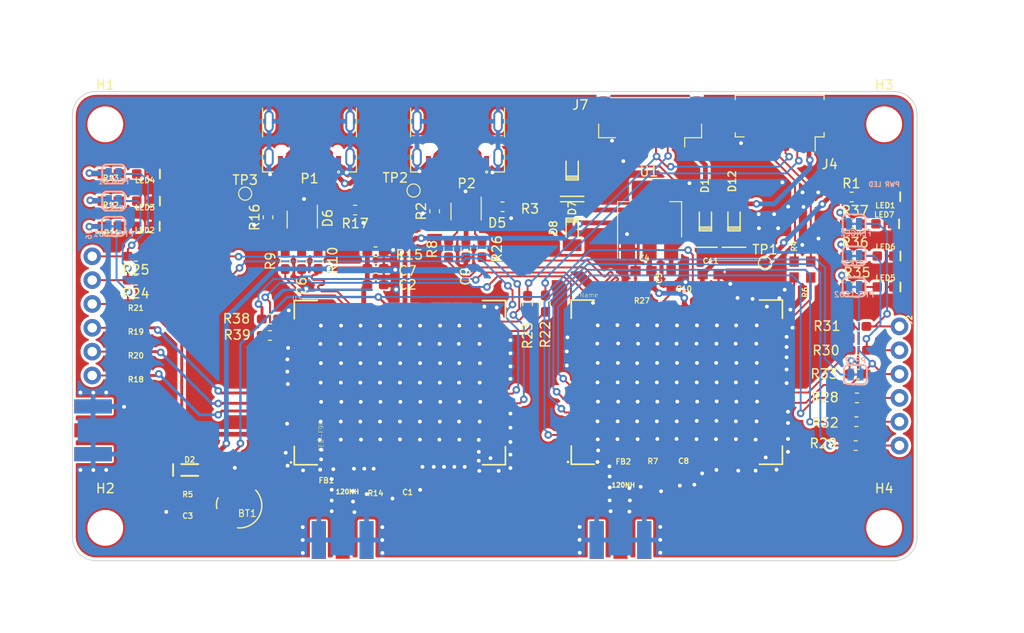
<source format=kicad_pcb>
(kicad_pcb (version 20171130) (host pcbnew "(5.1.6-0-10_14)")
  (title_block (title "GNSS module (with moving base)") (date 2020-09-24) (rev V2) (company HiveGround) (comment 1 "Jirayu Sirivorawong") (comment 2 "Supervised by Sompol"))
  (layers (0 F.Cu signal) (1 In1.Cu signal) (2 In2.Cu signal) (31 B.Cu signal) (34 B.Paste user) (35 F.Paste user) (36 B.SilkS user) (37 F.SilkS user) (38 B.Mask user) (39 F.Mask user) (44 Edge.Cuts user))
  (net 0 "")
  (net 1 /BACKUP)
  (net 2 GND)
  (net 3 "Net-(C1-Pad1)")
  (net 4 "Net-(C8-Pad1)")
  (net 5 "Net-(D2-PadC)")
  (net 6 +5V)
  (net 7 "Net-(E1-PadSIG)")
  (net 8 "Net-(E2-PadSIG)")
  (net 9 "Net-(E3-PadSIG)")
  (net 10 /FENCE_STAT_P)
  (net 11 "Net-(FENCE1-Pad1)")
  (net 12 /FENCE_STAT_H)
  (net 13 "Net-(FENCE2-Pad1)")
  (net 14 /~SAFE_H)
  (net 15 /~RESET_H)
  (net 16 /PPS_STAT_H)
  (net 17 /RTK_STAT_H)
  (net 18 /INT_P)
  (net 19 /~SAFE_P)
  (net 20 /~RESET_P)
  (net 21 /PPS_STAT_P)
  (net 22 /RTK_STAT_P)
  (net 23 "Net-(LED2-PadA)")
  (net 24 "Net-(PPS2-Pad2)")
  (net 25 "Net-(PPS2-Pad1)")
  (net 26 "Net-(PPS_LED1-Pad1)")
  (net 27 "Net-(PPS_LED2-Pad1)")
  (net 28 "Net-(R7-Pad2)")
  (net 29 "Net-(R8-Pad2)")
  (net 30 "Net-(R9-Pad2)")
  (net 31 "Net-(R10-Pad2)")
  (net 32 "Net-(R12-Pad2)")
  (net 33 "Net-(R14-Pad2)")
  (net 34 "Net-(R18-Pad1)")
  (net 35 "Net-(R19-Pad1)")
  (net 36 "Net-(R20-Pad1)")
  (net 37 /RX2_P)
  (net 38 "Net-(R22-Pad1)")
  (net 39 /TX2_P)
  (net 40 "Net-(R23-Pad1)")
  (net 41 "Net-(R24-Pad1)")
  (net 42 "Net-(R25-Pad1)")
  (net 43 "Net-(R26-Pad2)")
  (net 44 "Net-(R28-Pad1)")
  (net 45 /INT_H)
  (net 46 "Net-(R29-Pad1)")
  (net 47 "Net-(R30-Pad1)")
  (net 48 "Net-(R31-Pad1)")
  (net 49 "Net-(R32-Pad1)")
  (net 50 "Net-(R36-Pad2)")
  (net 51 /RX1)
  (net 52 "Net-(R38-Pad1)")
  (net 53 /TX1)
  (net 54 "Net-(R39-Pad1)")
  (net 55 "Net-(U3-Pad47)")
  (net 56 "Net-(U3-Pad46)")
  (net 57 "Net-(U3-Pad45)")
  (net 58 "Net-(U3-Pad44)")
  (net 59 "Net-(U3-Pad6)")
  (net 60 "Net-(U3-Pad5)")
  (net 61 "Net-(U3-Pad4)")
  (net 62 /TX2_H)
  (net 63 /RX2_H)
  (net 64 +3V3)
  (net 65 "Net-(D12-Pad2)")
  (net 66 "Net-(LED1-PadA)")
  (net 67 "Net-(LED3-PadA)")
  (net 68 "Net-(LED4-PadA)")
  (net 69 "Net-(LED5-PadA)")
  (net 70 "Net-(LED6-PadA)")
  (net 71 "Net-(LED7-PadA)")
  (net 72 "Net-(U4-Pad47)")
  (net 73 "Net-(U4-Pad46)")
  (net 74 "Net-(U4-Pad45)")
  (net 75 "Net-(U4-Pad44)")
  (net 76 "Net-(U4-Pad6)")
  (net 77 "Net-(U4-Pad5)")
  (net 78 "Net-(U4-Pad4)")
  (net 79 "Net-(P1-PadB5)")
  (net 80 "Net-(P1-PadB8)")
  (net 81 "Net-(P1-PadA8)")
  (net 82 "Net-(P1-PadA5)")
  (net 83 "Net-(P2-PadB5)")
  (net 84 "Net-(P2-PadB8)")
  (net 85 "Net-(P2-PadA8)")
  (net 86 "Net-(P2-PadA5)")
  (net 87 "Net-(R4-Pad1)")
  (net 88 "Net-(R6-Pad1)")
  (net 89 "Net-(C6-Pad1)")
  (net 90 "Net-(C9-Pad1)")
  (net 91 /P_D+)
  (net 92 /P_D-)
  (net 93 /_P_D+)
  (net 94 /_P_D-)
  (net 95 /H_D-)
  (net 96 /H_D+)
  (net 97 /_H_D+)
  (net 98 /_H_D-)
  (net 99 "Net-(D1-Pad2)")
  (module Capacitor_SMD:C_0603_1608Metric_Pad1.05x0.95mm_HandSolder (layer F.Cu) (at 144.425 68.05 270)
    (fp_text reference C6 (at 2.675 0 90) (layer F.SilkS))
    (fp_text value 1.0uF)
    (pad 2 smd roundrect (at 0.875 0 270) (size 1.05 0.95) (layers F.Cu F.Paste F.Mask) (net 2 GND))
    (pad 1 smd roundrect (at -0.875 0 270) (size 1.05 0.95) (layers F.Cu F.Paste F.Mask) (net 89 "Net-(C6-Pad1)"))
  )
  (module Resistor_SMD:R_0603_1608Metric_Pad1.05x0.95mm_HandSolder (layer F.Cu) (at 203.53328 85.1916)
    (fp_text reference R32 (at -3.33328 0.1084) (layer F.SilkS))
    (fp_text value 33)
    (pad 2 smd roundrect (at 0.875 0) (size 1.05 0.95) (layers F.Cu F.Paste F.Mask) (net 14 /~SAFE_H))
    (pad 1 smd roundrect (at -0.875 0) (size 1.05 0.95) (layers F.Cu F.Paste F.Mask) (net 49 "Net-(R32-Pad1)"))
  )
  (module Resistor_SMD:R_0603_1608Metric_Pad1.05x0.95mm_HandSolder (layer F.Cu) (at 160.0835 66.788 270)
    (fp_text reference R8 (at 0.014 1.75 90) (layer F.SilkS))
    (fp_text value 27)
    (pad 2 smd roundrect (at 0.875 0 270) (size 1.05 0.95) (layers F.Cu F.Paste F.Mask) (net 29 "Net-(R8-Pad2)"))
    (pad 1 smd roundrect (at -0.875 0 270) (size 1.05 0.95) (layers F.Cu F.Paste F.Mask) (net 96 /H_D+))
  )
  (module Resistor_SMD:R_0603_1608Metric_Pad1.05x0.95mm_HandSolder (layer F.Cu) (at 126.7596 67.564 180)
    (fp_text reference R25 (at 0 -1.43) (layer F.SilkS))
    (fp_text value 33)
    (pad 2 smd roundrect (at 0.875 0 180) (size 1.05 0.95) (layers F.Cu F.Paste F.Mask) (net 10 /FENCE_STAT_P))
    (pad 1 smd roundrect (at -0.875 0 180) (size 1.05 0.95) (layers F.Cu F.Paste F.Mask) (net 42 "Net-(R25-Pad1)"))
  )
  (module Resistor_SMD:R_0603_1608Metric_Pad1.05x0.95mm_HandSolder (layer F.Cu) (at 126.7596 70.104 180)
    (fp_text reference R24 (at 0 -1.43) (layer F.SilkS))
    (fp_text value 33)
    (pad 2 smd roundrect (at 0.875 0 180) (size 1.05 0.95) (layers F.Cu F.Paste F.Mask) (net 22 /RTK_STAT_P))
    (pad 1 smd roundrect (at -0.875 0 180) (size 1.05 0.95) (layers F.Cu F.Paste F.Mask) (net 41 "Net-(R24-Pad1)"))
  )
  (module Resistor_SMD:R_0603_1608Metric_Pad1.05x0.95mm_HandSolder (layer F.Cu) (at 203.66464 80.1116)
    (fp_text reference R33 (at -3.56464 -0.0116) (layer F.SilkS))
    (fp_text value 33)
    (pad 2 smd roundrect (at 0.875 0) (size 1.05 0.95) (layers F.Cu F.Paste F.Mask) (net 16 /PPS_STAT_H))
    (pad 1 smd roundrect (at -0.875 0) (size 1.05 0.95) (layers F.Cu F.Paste F.Mask) (net 25 "Net-(PPS2-Pad1)"))
  )
  (module Resistor_SMD:R_0603_1608Metric_Pad1.05x0.95mm_HandSolder (layer F.Cu) (at 203.4676 87.7316)
    (fp_text reference R29 (at -3.4676 -0.2316) (layer F.SilkS))
    (fp_text value 33)
    (pad 2 smd roundrect (at 0.875 0) (size 1.05 0.95) (layers F.Cu F.Paste F.Mask) (net 45 /INT_H))
    (pad 1 smd roundrect (at -0.875 0) (size 1.05 0.95) (layers F.Cu F.Paste F.Mask) (net 46 "Net-(R29-Pad1)"))
  )
  (module Resistor_SMD:R_0603_1608Metric_Pad1.05x0.95mm_HandSolder (layer F.Cu) (at 203.59896 82.6516)
    (fp_text reference R28 (at -3.39896 -0.0516) (layer F.SilkS))
    (fp_text value 33)
    (pad 2 smd roundrect (at 0.875 0) (size 1.05 0.95) (layers F.Cu F.Paste F.Mask) (net 15 /~RESET_H))
    (pad 1 smd roundrect (at -0.875 0) (size 1.05 0.95) (layers F.Cu F.Paste F.Mask) (net 44 "Net-(R28-Pad1)"))
  )
  (module Resistor_SMD:R_0603_1608Metric_Pad1.05x0.95mm_HandSolder (layer F.Cu) (at 203.0332 61.2418 180)
    (fp_text reference R1 (at 0.0332 1.4418) (layer F.SilkS))
    (fp_text value 1k)
    (pad 2 smd roundrect (at 0.875 0 180) (size 1.05 0.95) (layers F.Cu F.Paste F.Mask) (net 64 +3V3))
    (pad 1 smd roundrect (at -0.875 0 180) (size 1.05 0.95) (layers F.Cu F.Paste F.Mask) (net 66 "Net-(LED1-PadA)"))
  )
  (module Resistor_SMD:R_0603_1608Metric_Pad1.05x0.95mm_HandSolder (layer F.Cu) (at 203.1832 64.1025 180)
    (fp_text reference R37 (at -0.2168 1.4025) (layer F.SilkS))
    (fp_text value 1k)
    (pad 2 smd roundrect (at 0.875 0 180) (size 1.05 0.95) (layers F.Cu F.Paste F.Mask) (net 13 "Net-(FENCE2-Pad1)"))
    (pad 1 smd roundrect (at -0.875 0 180) (size 1.05 0.95) (layers F.Cu F.Paste F.Mask) (net 71 "Net-(LED7-PadA)"))
  )
  (module Resistor_SMD:R_0603_1608Metric_Pad1.05x0.95mm_HandSolder (layer F.Cu) (at 203.2222 67.5315 180)
    (fp_text reference R36 (at -0.1778 1.4315) (layer F.SilkS))
    (fp_text value 1k)
    (pad 2 smd roundrect (at 0.875 0 180) (size 1.05 0.95) (layers F.Cu F.Paste F.Mask) (net 50 "Net-(R36-Pad2)"))
    (pad 1 smd roundrect (at -0.875 0 180) (size 1.05 0.95) (layers F.Cu F.Paste F.Mask) (net 70 "Net-(LED6-PadA)"))
  )
  (module Resistor_SMD:R_0603_1608Metric_Pad1.05x0.95mm_HandSolder (layer F.Cu) (at 203.1832 70.8335 180)
    (fp_text reference R35 (at -0.4168 1.5335) (layer F.SilkS))
    (fp_text value 1k)
    (pad 2 smd roundrect (at 0.875 0 180) (size 1.05 0.95) (layers F.Cu F.Paste F.Mask) (net 27 "Net-(PPS_LED2-Pad1)"))
    (pad 1 smd roundrect (at -0.875 0 180) (size 1.05 0.95) (layers F.Cu F.Paste F.Mask) (net 69 "Net-(LED5-PadA)"))
  )
  (module Resistor_SMD:R_0603_1608Metric_Pad1.05x0.95mm_HandSolder (layer F.Cu) (at 203.73032 75.0316)
    (fp_text reference R31 (at -3.33032 -0.0316) (layer F.SilkS))
    (fp_text value 33)
    (pad 2 smd roundrect (at 0.875 0) (size 1.05 0.95) (layers F.Cu F.Paste F.Mask) (net 12 /FENCE_STAT_H))
    (pad 1 smd roundrect (at -0.875 0) (size 1.05 0.95) (layers F.Cu F.Paste F.Mask) (net 48 "Net-(R31-Pad1)"))
  )
  (module Resistor_SMD:R_0603_1608Metric_Pad1.05x0.95mm_HandSolder (layer F.Cu) (at 203.796 77.5716)
    (fp_text reference R30 (at -3.496 0.0284) (layer F.SilkS))
    (fp_text value 33)
    (pad 2 smd roundrect (at 0.875 0) (size 1.05 0.95) (layers F.Cu F.Paste F.Mask) (net 17 /RTK_STAT_H))
    (pad 1 smd roundrect (at -0.875 0) (size 1.05 0.95) (layers F.Cu F.Paste F.Mask) (net 47 "Net-(R30-Pad1)"))
  )
  (module Resistor_SMD:R_0603_1608Metric_Pad1.05x0.95mm_HandSolder (layer F.Cu) (at 141.05 76 180)
    (fp_text reference R39 (at 3.5 0.06) (layer F.SilkS))
    (fp_text value 33)
    (pad 2 smd roundrect (at 0.875 0 180) (size 1.05 0.95) (layers F.Cu F.Paste F.Mask) (net 53 /TX1))
    (pad 1 smd roundrect (at -0.875 0 180) (size 1.05 0.95) (layers F.Cu F.Paste F.Mask) (net 54 "Net-(R39-Pad1)"))
  )
  (module Resistor_SMD:R_0603_1608Metric_Pad1.05x0.95mm_HandSolder (layer F.Cu) (at 141.05 74.25 180)
    (fp_text reference R38 (at 3.57 0.04) (layer F.SilkS))
    (fp_text value 33)
    (pad 2 smd roundrect (at 0.875 0 180) (size 1.05 0.95) (layers F.Cu F.Paste F.Mask) (net 51 /RX1))
    (pad 1 smd roundrect (at -0.875 0 180) (size 1.05 0.95) (layers F.Cu F.Paste F.Mask) (net 52 "Net-(R38-Pad1)"))
  )
  (module Resistor_SMD:R_0603_1608Metric_Pad1.05x0.95mm_HandSolder (layer F.Cu) (at 168.5 72.65 90)
    (fp_text reference R23 (at -3.35 0 90) (layer F.SilkS))
    (fp_text value 33)
    (pad 2 smd roundrect (at 0.875 0 90) (size 1.05 0.95) (layers F.Cu F.Paste F.Mask) (net 39 /TX2_P))
    (pad 1 smd roundrect (at -0.875 0 90) (size 1.05 0.95) (layers F.Cu F.Paste F.Mask) (net 40 "Net-(R23-Pad1)"))
  )
  (module Resistor_SMD:R_0603_1608Metric_Pad1.05x0.95mm_HandSolder (layer F.Cu) (at 170.4 72.6 90)
    (fp_text reference R22 (at -3.3 0 90) (layer F.SilkS))
    (fp_text value 33)
    (pad 2 smd roundrect (at 0.875 0 90) (size 1.05 0.95) (layers F.Cu F.Paste F.Mask) (net 37 /RX2_P))
    (pad 1 smd roundrect (at -0.875 0 90) (size 1.05 0.95) (layers F.Cu F.Paste F.Mask) (net 38 "Net-(R22-Pad1)"))
  )
  (module "Qwiic GPS-RTK-SMA - ublox ZED-F9P:SOD-80" (layer F.Cu) (at 187.45 63.85 90)
    (fp_text reference D1 (at 3.8 -0.05 90) (layer F.SilkS) (effects (font (size 0.8 0.8))))
    (fp_text value DIODE)
    (pad 2 smd rect (at 1.875 0 90) (size 1.25 2) (layers F.Cu F.Paste F.Mask) (net 99 "Net-(D1-Pad2)"))
    (pad 1 smd rect (at -1.875 0 90) (size 1.25 2) (layers F.Cu F.Paste F.Mask) (net 6 +5V))
  )
  (module Resistor_SMD:R_0603_1608Metric_Pad1.05x0.95mm_HandSolder (layer F.Cu) (at 150.1276 62.6364 180)
    (fp_text reference R17 (at 0 -1.43) (layer F.SilkS))
    (fp_text value 5.1k)
    (pad 2 smd roundrect (at 0.875 0 180) (size 1.05 0.95) (layers F.Cu F.Paste F.Mask) (net 82 "Net-(P1-PadA5)"))
    (pad 1 smd roundrect (at -0.875 0 180) (size 1.05 0.95) (layers F.Cu F.Paste F.Mask) (net 2 GND))
  )
  (module Resistor_SMD:R_0603_1608Metric_Pad1.05x0.95mm_HandSolder (layer F.Cu) (at 140.843 63.4102 90)
    (fp_text reference R16 (at 0 -1.43 90) (layer F.SilkS))
    (fp_text value 5.1k)
    (pad 2 smd roundrect (at 0.875 0 90) (size 1.05 0.95) (layers F.Cu F.Paste F.Mask) (net 79 "Net-(P1-PadB5)"))
    (pad 1 smd roundrect (at -0.875 0 90) (size 1.05 0.95) (layers F.Cu F.Paste F.Mask) (net 2 GND))
  )
  (module Resistor_SMD:R_0603_1608Metric_Pad1.05x0.95mm_HandSolder (layer F.Cu) (at 165.8281 62.2855 180)
    (fp_text reference R3 (at -2.9219 -0.2145) (layer F.SilkS))
    (fp_text value 5.1k)
    (pad 2 smd roundrect (at 0.875 0 180) (size 1.05 0.95) (layers F.Cu F.Paste F.Mask) (net 86 "Net-(P2-PadA5)"))
    (pad 1 smd roundrect (at -0.875 0 180) (size 1.05 0.95) (layers F.Cu F.Paste F.Mask) (net 2 GND))
  )
  (module Resistor_SMD:R_0603_1608Metric_Pad1.05x0.95mm_HandSolder (layer F.Cu) (at 158.5976 62.7625 90)
    (fp_text reference R2 (at 0 -1.43 90) (layer F.SilkS))
    (fp_text value 5.1k)
    (pad 2 smd roundrect (at 0.875 0 90) (size 1.05 0.95) (layers F.Cu F.Paste F.Mask) (net 83 "Net-(P2-PadB5)"))
    (pad 1 smd roundrect (at -0.875 0 90) (size 1.05 0.95) (layers F.Cu F.Paste F.Mask) (net 2 GND))
  )
  (module Capacitor_SMD:C_0603_1608Metric_Pad1.05x0.95mm_HandSolder (layer F.Cu) (at 161.925 66.802 270)
    (fp_text reference C9 (at 2.9219 0.0266 90) (layer F.SilkS))
    (fp_text value 1.0uF)
    (pad 2 smd roundrect (at 0.875 0 270) (size 1.05 0.95) (layers F.Cu F.Paste F.Mask) (net 2 GND))
    (pad 1 smd roundrect (at -0.875 0 270) (size 1.05 0.95) (layers F.Cu F.Paste F.Mask) (net 90 "Net-(C9-Pad1)"))
  )
  (module "Qwiic GPS-RTK-SMA - ublox ZED-F9P:SOD-80" (layer F.Cu) (at 190.5 63.85 90)
    (fp_text reference D12 (at 4.275 -0.2 90) (layer F.SilkS) (effects (font (size 0.8 0.8))))
    (fp_text value DIODE)
    (pad 1 smd rect (at -1.875 0 90) (size 1.25 2) (layers F.Cu F.Paste F.Mask) (net 6 +5V))
    (pad 2 smd rect (at 1.875 0 90) (size 1.25 2) (layers F.Cu F.Paste F.Mask) (net 65 "Net-(D12-Pad2)"))
  )
  (module Capacitor_SMD:C_0603_1608Metric_Pad1.05x0.95mm_HandSolder (layer F.Cu) (at 152.3 70.6)
    (fp_text reference C2 (at 3.4 0) (layer F.SilkS))
    (fp_text value 1.0uF)
    (pad 2 smd roundrect (at 0.875 0) (size 1.05 0.95) (layers F.Cu F.Paste F.Mask) (net 2 GND))
    (pad 1 smd roundrect (at -0.875 0) (size 1.05 0.95) (layers F.Cu F.Paste F.Mask) (net 64 +3V3))
  )
  (module Capacitor_SMD:C_0603_1608Metric_Pad1.05x0.95mm_HandSolder (layer F.Cu) (at 152.3 68.85 180)
    (fp_text reference C7 (at -3.4 -0.25) (layer F.SilkS))
    (fp_text value 0.1uF)
    (pad 2 smd roundrect (at 0.875 0 180) (size 1.05 0.95) (layers F.Cu F.Paste F.Mask) (net 64 +3V3))
    (pad 1 smd roundrect (at -0.875 0 180) (size 1.05 0.95) (layers F.Cu F.Paste F.Mask) (net 2 GND))
  )
  (module Resistor_SMD:R_0603_1608Metric_Pad1.05x0.95mm_HandSolder (layer F.Cu) (at 163.6395 66.788 270)
    (fp_text reference R26 (at -0.014 -1.6105 90) (layer F.SilkS))
    (fp_text value 27)
    (pad 2 smd roundrect (at 0.875 0 270) (size 1.05 0.95) (layers F.Cu F.Paste F.Mask) (net 43 "Net-(R26-Pad2)"))
    (pad 1 smd roundrect (at -0.875 0 270) (size 1.05 0.95) (layers F.Cu F.Paste F.Mask) (net 95 /H_D-))
  )
  (module "Qwiic GPS-RTK-SMA - ublox ZED-F9P:SOD-80" (layer F.Cu) (at 173.25 64.5 270)
    (fp_text reference D8 (at 0.025 2 90) (layer F.SilkS) (effects (font (size 0.8 0.8))))
    (fp_text value D_Small_ALT)
    (pad 2 smd rect (at 1.875 0 270) (size 1.25 2) (layers F.Cu F.Paste F.Mask) (net 90 "Net-(C9-Pad1)"))
    (pad 1 smd rect (at -1.875 0 270) (size 1.25 2) (layers F.Cu F.Paste F.Mask) (net 6 +5V))
  )
  (module "Qwiic GPS-RTK-SMA - ublox ZED-F9P:SOD-80" (layer F.Cu) (at 173.25 58.425 90)
    (fp_text reference D7 (at -4 0 90) (layer F.SilkS) (effects (font (size 0.8 0.8))))
    (fp_text value D_Small_ALT)
    (pad 2 smd rect (at 1.875 0 90) (size 1.25 2) (layers F.Cu F.Paste F.Mask) (net 89 "Net-(C6-Pad1)"))
    (pad 1 smd rect (at -1.875 0 90) (size 1.25 2) (layers F.Cu F.Paste F.Mask) (net 6 +5V))
  )
  (module Resistor_SMD:R_0603_1608Metric_Pad1.05x0.95mm_HandSolder (layer F.Cu) (at 152.3 67.075 180)
    (fp_text reference R15 (at -3.6 -0.325) (layer F.SilkS))
    (fp_text value 100k)
    (pad 2 smd roundrect (at 0.875 0 180) (size 1.05 0.95) (layers F.Cu F.Paste F.Mask) (net 64 +3V3))
    (pad 1 smd roundrect (at -0.875 0 180) (size 1.05 0.95) (layers F.Cu F.Paste F.Mask) (net 2 GND))
  )
  (module Resistor_SMD:R_0603_1608Metric_Pad1.05x0.95mm_HandSolder (layer F.Cu) (at 142.675 68.05 270)
    (fp_text reference R9 (at 0.014 1.5748 90) (layer F.SilkS))
    (fp_text value 27)
    (pad 2 smd roundrect (at 0.875 0 270) (size 1.05 0.95) (layers F.Cu F.Paste F.Mask) (net 30 "Net-(R9-Pad2)"))
    (pad 1 smd roundrect (at -0.875 0 270) (size 1.05 0.95) (layers F.Cu F.Paste F.Mask) (net 91 /P_D+))
  )
  (module "Qwiic GPS-RTK-SMA - ublox ZED-F9P:USB_C_Receptacle_JAE_DX07S016JA1" (layer F.Cu) (at 161.036 55.0164 180)
    (fp_text reference P2 (at -0.964 -4.7836) (layer F.SilkS))
    (fp_text value USB_C_Plug_USB2.0)
    (pad S1 smd rect (at -1.4 1.8375 180) (size 1 2) (layers F.Cu F.Paste F.Mask) (net 2 GND))
    (pad S1 smd rect (at 1.4 1.8375 180) (size 1 2) (layers F.Cu F.Paste F.Mask) (net 2 GND))
    (pad S1 thru_hole oval (at 4.32 1.8375 180) (size 1 2.3) (drill oval 0.6 1.9) (layers *.Cu *.Mask) (net 2 GND))
    (pad "" np_thru_hole oval (at 3 -1.2625 180) (size 0.85 0.6) (drill oval 0.85 0.6) (layers *.Cu *.Mask))
    (pad S1 thru_hole oval (at -4.32 1.8375 180) (size 1 2.3) (drill oval 0.6 1.9) (layers *.Cu *.Mask) (net 2 GND))
    (pad "" np_thru_hole circle (at -3 -1.2625 180) (size 0.6 0.6) (drill 0.6) (layers *.Cu *.Mask))
    (pad S1 thru_hole oval (at -4.32 -1.9875 180) (size 1 2) (drill oval 0.6 1.6) (layers *.Cu *.Mask) (net 2 GND))
    (pad S1 thru_hole oval (at 4.32 -1.9875 180) (size 1 2) (drill oval 0.6 1.6) (layers *.Cu *.Mask) (net 2 GND))
    (pad A6 smd rect (at -0.25 -2.3625 180) (size 0.27 1) (layers F.Cu F.Paste F.Mask) (net 97 /_H_D+))
    (pad A8 smd rect (at 1.75 -2.3625 180) (size 0.27 1) (layers F.Cu F.Paste F.Mask) (net 85 "Net-(P2-PadA8)"))
    (pad B5 smd rect (at 1.25 -2.3625 180) (size 0.27 1) (layers F.Cu F.Paste F.Mask) (net 83 "Net-(P2-PadB5)"))
    (pad A7 smd rect (at 0.75 -2.3625 180) (size 0.27 1) (layers F.Cu F.Paste F.Mask) (net 98 /_H_D-))
    (pad B6 smd rect (at 0.25 -2.3625 180) (size 0.27 1) (layers F.Cu F.Paste F.Mask) (net 97 /_H_D+))
    (pad B7 smd rect (at -0.75 -2.3625 180) (size 0.27 1) (layers F.Cu F.Paste F.Mask) (net 98 /_H_D-))
    (pad B8 smd rect (at -1.25 -2.3625 180) (size 0.27 1) (layers F.Cu F.Paste F.Mask) (net 84 "Net-(P2-PadB8)"))
    (pad A5 smd rect (at -1.75 -2.3625 180) (size 0.27 1) (layers F.Cu F.Paste F.Mask) (net 86 "Net-(P2-PadA5)"))
    (pad A12 smd rect (at 3.1 -2.3625 180) (size 0.52 1) (layers F.Cu F.Paste F.Mask) (net 2 GND))
    (pad B4 smd rect (at 2.35 -2.3625 180) (size 0.52 1) (layers F.Cu F.Paste F.Mask) (net 90 "Net-(C9-Pad1)"))
    (pad A4 smd rect (at -2.35 -2.3625 180) (size 0.52 1) (layers F.Cu F.Paste F.Mask) (net 90 "Net-(C9-Pad1)"))
    (pad A1 smd rect (at -3.1 -2.3625 180) (size 0.52 1) (layers F.Cu F.Paste F.Mask) (net 2 GND))
    (pad B12 smd rect (at -3.1 -2.3625 180) (size 0.52 1) (layers F.Cu F.Paste F.Mask) (net 2 GND))
    (pad B9 smd rect (at -2.35 -2.3625 180) (size 0.52 1) (layers F.Cu F.Paste F.Mask) (net 90 "Net-(C9-Pad1)"))
    (pad A9 smd rect (at 2.35 -2.3625 180) (size 0.52 1) (layers F.Cu F.Paste F.Mask) (net 90 "Net-(C9-Pad1)"))
    (pad B1 smd rect (at 3.1 -2.3625 180) (size 0.52 1) (layers F.Cu F.Paste F.Mask) (net 2 GND))
  )
  (module "Qwiic GPS-RTK-SMA - ublox ZED-F9P:USB_C_Receptacle_JAE_DX07S016JA1" (layer F.Cu) (at 145.2626 55.0164 180)
    (fp_text reference P1 (at 0 -4.2625) (layer F.SilkS))
    (fp_text value USB_C_Plug_USB2.0)
    (pad S1 smd rect (at -1.4 1.8375 180) (size 1 2) (layers F.Cu F.Paste F.Mask) (net 2 GND))
    (pad S1 smd rect (at 1.4 1.8375 180) (size 1 2) (layers F.Cu F.Paste F.Mask) (net 2 GND))
    (pad S1 thru_hole oval (at 4.32 1.8375 180) (size 1 2.3) (drill oval 0.6 1.9) (layers *.Cu *.Mask) (net 2 GND))
    (pad "" np_thru_hole oval (at 3 -1.2625 180) (size 0.85 0.6) (drill oval 0.85 0.6) (layers *.Cu *.Mask))
    (pad S1 thru_hole oval (at -4.32 1.8375 180) (size 1 2.3) (drill oval 0.6 1.9) (layers *.Cu *.Mask) (net 2 GND))
    (pad "" np_thru_hole circle (at -3 -1.2625 180) (size 0.6 0.6) (drill 0.6) (layers *.Cu *.Mask))
    (pad S1 thru_hole oval (at -4.32 -1.9875 180) (size 1 2) (drill oval 0.6 1.6) (layers *.Cu *.Mask) (net 2 GND))
    (pad S1 thru_hole oval (at 4.32 -1.9875 180) (size 1 2) (drill oval 0.6 1.6) (layers *.Cu *.Mask) (net 2 GND))
    (pad A6 smd rect (at -0.25 -2.3625 180) (size 0.27 1) (layers F.Cu F.Paste F.Mask) (net 93 /_P_D+))
    (pad A8 smd rect (at 1.75 -2.3625 180) (size 0.27 1) (layers F.Cu F.Paste F.Mask) (net 81 "Net-(P1-PadA8)"))
    (pad B5 smd rect (at 1.25 -2.3625 180) (size 0.27 1) (layers F.Cu F.Paste F.Mask) (net 79 "Net-(P1-PadB5)"))
    (pad A7 smd rect (at 0.75 -2.3625 180) (size 0.27 1) (layers F.Cu F.Paste F.Mask) (net 94 /_P_D-))
    (pad B6 smd rect (at 0.25 -2.3625 180) (size 0.27 1) (layers F.Cu F.Paste F.Mask) (net 93 /_P_D+))
    (pad B7 smd rect (at -0.75 -2.3625 180) (size 0.27 1) (layers F.Cu F.Paste F.Mask) (net 94 /_P_D-))
    (pad B8 smd rect (at -1.25 -2.3625 180) (size 0.27 1) (layers F.Cu F.Paste F.Mask) (net 80 "Net-(P1-PadB8)"))
    (pad A5 smd rect (at -1.75 -2.3625 180) (size 0.27 1) (layers F.Cu F.Paste F.Mask) (net 82 "Net-(P1-PadA5)"))
    (pad A12 smd rect (at 3.1 -2.3625 180) (size 0.52 1) (layers F.Cu F.Paste F.Mask) (net 2 GND))
    (pad B4 smd rect (at 2.35 -2.3625 180) (size 0.52 1) (layers F.Cu F.Paste F.Mask) (net 89 "Net-(C6-Pad1)"))
    (pad A4 smd rect (at -2.35 -2.3625 180) (size 0.52 1) (layers F.Cu F.Paste F.Mask) (net 89 "Net-(C6-Pad1)"))
    (pad A1 smd rect (at -3.1 -2.3625 180) (size 0.52 1) (layers F.Cu F.Paste F.Mask) (net 2 GND))
    (pad B12 smd rect (at -3.1 -2.3625 180) (size 0.52 1) (layers F.Cu F.Paste F.Mask) (net 2 GND))
    (pad B9 smd rect (at -2.35 -2.3625 180) (size 0.52 1) (layers F.Cu F.Paste F.Mask) (net 89 "Net-(C6-Pad1)"))
    (pad A9 smd rect (at 2.35 -2.3625 180) (size 0.52 1) (layers F.Cu F.Paste F.Mask) (net 89 "Net-(C6-Pad1)"))
    (pad B1 smd rect (at 3.1 -2.3625 180) (size 0.52 1) (layers F.Cu F.Paste F.Mask) (net 2 GND))
  )
  (module Resistor_SMD:R_0603_1608Metric_Pad1.05x0.95mm_HandSolder (layer F.Cu) (at 146.175 68.025 270)
    (fp_text reference R10 (at -0.0368 -1.5494 90) (layer F.SilkS))
    (fp_text value 27)
    (pad 2 smd roundrect (at 0.875 0 270) (size 1.05 0.95) (layers F.Cu F.Paste F.Mask) (net 31 "Net-(R10-Pad2)"))
    (pad 1 smd roundrect (at -0.875 0 270) (size 1.05 0.95) (layers F.Cu F.Paste F.Mask) (net 92 /P_D-))
  )
  (module "Qwiic GPS-RTK-SMA - ublox ZED-F9P:0603" (layer F.Cu) (at 198.6788 68.9728 90)
    (fp_text reference R6 (at -2.4248 -0.254 270) (layer F.SilkS) (effects (font (size 0.57912 0.57912) (thickness 0.115824)) (justify bottom)))
    (fp_text value 33)
    (pad 2 smd rect (at 0.85 0 90) (size 1.1 1) (layers F.Cu F.Paste F.Mask) (net 63 /RX2_H))
    (pad 1 smd rect (at -0.85 0 90) (size 1.1 1) (layers F.Cu F.Paste F.Mask) (net 88 "Net-(R6-Pad1)"))
  )
  (module "Qwiic GPS-RTK-SMA - ublox ZED-F9P:0603" (layer F.Cu) (at 196.9008 68.9728 90)
    (fp_text reference R4 (at 2.4756 0.3556 90) (layer F.SilkS) (effects (font (size 0.57912 0.57912) (thickness 0.115824)) (justify bottom)))
    (fp_text value 33)
    (pad 2 smd rect (at 0.85 0 90) (size 1.1 1) (layers F.Cu F.Paste F.Mask) (net 62 /TX2_H))
    (pad 1 smd rect (at -0.85 0 90) (size 1.1 1) (layers F.Cu F.Paste F.Mask) (net 87 "Net-(R4-Pad1)"))
  )
  (module "Qwiic GPS-RTK-SMA - ublox ZED-F9P:SMT-JUMPER_2_NC_TRACE_SILK" (layer B.Cu) (at 203.4413 80.1624 180)
    (fp_text reference PPS2 (at 0 1.143 180) (layer B.SilkS) (effects (font (size 0.57912 0.57912) (thickness 0.115824)) (justify bottom mirror)))
    (fp_text value JUMPER-SMT_2_NC_TRACE_SILK)
    (fp_poly (pts (xy -0.6985 0.127) (xy 0.18415 0.127) (xy 0.18415 -0.127) (xy -0.6985 -0.127)) (layer B.Cu) (width 0))
    (pad 2 smd rect (at 0.5207 0 180) (size 0.6604 1.27) (layers B.Cu B.Mask) (net 24 "Net-(PPS2-Pad2)"))
    (pad 1 smd rect (at -0.5207 0 180) (size 0.6604 1.27) (layers B.Cu B.Mask) (net 25 "Net-(PPS2-Pad1)"))
  )
  (module Package_TO_SOT_SMD:SOT-23-6 (layer F.Cu) (at 161.9504 62.8015 270)
    (fp_text reference D5 (at 1.1985 -3.2996) (layer F.SilkS))
    (fp_text value USBLC6-2SC6)
    (pad 5 smd rect (at 1.1 0 270) (size 1.06 0.65) (layers F.Cu F.Paste F.Mask) (net 90 "Net-(C9-Pad1)"))
    (pad 6 smd rect (at 1.1 -0.95 270) (size 1.06 0.65) (layers F.Cu F.Paste F.Mask) (net 95 /H_D-))
    (pad 4 smd rect (at 1.1 0.95 270) (size 1.06 0.65) (layers F.Cu F.Paste F.Mask) (net 96 /H_D+))
    (pad 3 smd rect (at -1.1 0.95 270) (size 1.06 0.65) (layers F.Cu F.Paste F.Mask) (net 97 /_H_D+))
    (pad 2 smd rect (at -1.1 0 270) (size 1.06 0.65) (layers F.Cu F.Paste F.Mask) (net 2 GND))
    (pad 1 smd rect (at -1.1 -0.95 270) (size 1.06 0.65) (layers F.Cu F.Paste F.Mask) (net 98 /_H_D-))
  )
  (module TestPoint:TestPoint_Pad_D1.0mm (layer F.Cu) (at 138.4046 60.8838)
    (fp_text reference TP3 (at 0 -1.448) (layer F.SilkS))
    (fp_text value TestPoint)
    (pad 1 smd circle (at 0 0) (size 1 1) (layers F.Cu F.Mask) (net 89 "Net-(C6-Pad1)"))
  )
  (module TestPoint:TestPoint_Pad_D1.0mm (layer F.Cu) (at 156.3497 60.5536)
    (fp_text reference TP2 (at -1.9497 -1.3536) (layer F.SilkS))
    (fp_text value TestPoint)
    (pad 1 smd circle (at 0 0) (size 1 1) (layers F.Cu F.Mask) (net 90 "Net-(C9-Pad1)"))
  )
  (module TestPoint:TestPoint_Pad_D1.0mm (layer F.Cu) (at 193.8 68.3)
    (fp_text reference TP1 (at 0 -1.448) (layer F.SilkS))
    (fp_text value TestPoint)
    (pad 1 smd circle (at 0 0) (size 1 1) (layers F.Cu F.Mask) (net 64 +3V3))
  )
  (module Package_TO_SOT_SMD:SOT-23-6 (layer F.Cu) (at 144.4904 63.6602 270)
    (fp_text reference D6 (at -0.1602 -2.7096 90) (layer F.SilkS))
    (fp_text value USBLC6-2SC6)
    (pad 5 smd rect (at 1.1 0 270) (size 1.06 0.65) (layers F.Cu F.Paste F.Mask) (net 89 "Net-(C6-Pad1)"))
    (pad 6 smd rect (at 1.1 -0.95 270) (size 1.06 0.65) (layers F.Cu F.Paste F.Mask) (net 92 /P_D-))
    (pad 4 smd rect (at 1.1 0.95 270) (size 1.06 0.65) (layers F.Cu F.Paste F.Mask) (net 91 /P_D+))
    (pad 3 smd rect (at -1.1 0.95 270) (size 1.06 0.65) (layers F.Cu F.Paste F.Mask) (net 93 /_P_D+))
    (pad 2 smd rect (at -1.1 0 270) (size 1.06 0.65) (layers F.Cu F.Paste F.Mask) (net 2 GND))
    (pad 1 smd rect (at -1.1 -0.95 270) (size 1.06 0.65) (layers F.Cu F.Paste F.Mask) (net 94 /_P_D-))
  )
  (module "Qwiic GPS-RTK-SMA - ublox ZED-F9P:ZED-F9P" (layer F.Cu) (at 184.404 80.9752)
    (fp_text reference U4 hide)
    (fp_text value ZED-F9H hide)
    (fp_text user >Name (at -11 -9) (layer F.SilkS) (effects (font (size 0.4826 0.4826) (thickness 0.04064)) (justify left bottom)))
    (pad 102 smd rect (at 7.35 1.05 180) (size 1.1 1.1) (layers F.Cu F.Mask) (net 2 GND))
    (pad 101 smd rect (at 5.25 1.05 180) (size 1.1 1.1) (layers F.Cu F.Mask) (net 2 GND))
    (pad 100 smd rect (at 3.15 1.05 180) (size 1.1 1.1) (layers F.Cu F.Mask) (net 2 GND))
    (pad 99 smd rect (at 1.05 1.05 180) (size 1.1 1.1) (layers F.Cu F.Mask) (net 2 GND))
    (pad 98 smd rect (at 7.35 3.1 180) (size 1.1 1.1) (layers F.Cu F.Mask) (net 2 GND))
    (pad 97 smd rect (at 5.25 3.1 180) (size 1.1 1.1) (layers F.Cu F.Mask) (net 2 GND))
    (pad 96 smd rect (at 3.15 3.1 180) (size 1.1 1.1) (layers F.Cu F.Mask) (net 2 GND))
    (pad 95 smd rect (at 1.05 3.1 180) (size 1.1 1.1) (layers F.Cu F.Mask) (net 2 GND))
    (pad 94 smd rect (at 7.35 5.15 180) (size 1.1 1.1) (layers F.Cu F.Mask) (net 2 GND))
    (pad 93 smd rect (at 5.25 5.15 180) (size 1.1 1.1) (layers F.Cu F.Mask) (net 2 GND))
    (pad 92 smd rect (at 3.15 5.15 180) (size 1.1 1.1) (layers F.Cu F.Mask) (net 2 GND))
    (pad 91 smd rect (at 1.05 5.15 180) (size 1.1 1.1) (layers F.Cu F.Mask) (net 2 GND))
    (pad 90 smd rect (at 7.35 -5.15 180) (size 1.1 1.1) (layers F.Cu F.Mask) (net 2 GND))
    (pad 89 smd rect (at 5.25 -5.15 180) (size 1.1 1.1) (layers F.Cu F.Mask) (net 2 GND))
    (pad 88 smd rect (at 3.15 -5.15 180) (size 1.1 1.1) (layers F.Cu F.Mask) (net 2 GND))
    (pad 87 smd rect (at 1.05 -5.15 180) (size 1.1 1.1) (layers F.Cu F.Mask) (net 2 GND))
    (pad 86 smd rect (at 7.35 -3.1 180) (size 1.1 1.1) (layers F.Cu F.Mask) (net 2 GND))
    (pad 85 smd rect (at 5.25 -3.1 180) (size 1.1 1.1) (layers F.Cu F.Mask) (net 2 GND))
    (pad 84 smd rect (at 3.15 -3.1 180) (size 1.1 1.1) (layers F.Cu F.Mask) (net 2 GND))
    (pad 83 smd rect (at 1.05 -3.1 180) (size 1.1 1.1) (layers F.Cu F.Mask) (net 2 GND))
    (pad 82 smd rect (at 7.35 -1.05 180) (size 1.1 1.1) (layers F.Cu F.Mask) (net 2 GND))
    (pad 81 smd rect (at 5.25 -1.05 180) (size 1.1 1.1) (layers F.Cu F.Mask) (net 2 GND))
    (pad 80 smd rect (at 3.15 -1.05 180) (size 1.1 1.1) (layers F.Cu F.Mask) (net 2 GND))
    (pad 79 smd rect (at 1.05 -1.05 180) (size 1.1 1.1) (layers F.Cu F.Mask) (net 2 GND))
    (pad 78 smd rect (at -7.35 -1.05) (size 1.1 1.1) (layers F.Cu F.Mask) (net 2 GND))
    (pad 77 smd rect (at -5.25 -1.05) (size 1.1 1.1) (layers F.Cu F.Mask) (net 2 GND))
    (pad 76 smd rect (at -3.15 -1.05) (size 1.1 1.1) (layers F.Cu F.Mask) (net 2 GND))
    (pad 75 smd rect (at -1.05 -1.05) (size 1.1 1.1) (layers F.Cu F.Mask) (net 2 GND))
    (pad 74 smd rect (at -7.35 -3.1) (size 1.1 1.1) (layers F.Cu F.Mask) (net 2 GND))
    (pad 73 smd rect (at -5.25 -3.1) (size 1.1 1.1) (layers F.Cu F.Mask) (net 2 GND))
    (pad 72 smd rect (at -3.15 -3.1) (size 1.1 1.1) (layers F.Cu F.Mask) (net 2 GND))
    (pad 71 smd rect (at -1.05 -3.1) (size 1.1 1.1) (layers F.Cu F.Mask) (net 2 GND))
    (pad 70 smd rect (at -7.35 -5.15) (size 1.1 1.1) (layers F.Cu F.Mask) (net 2 GND))
    (pad 69 smd rect (at -5.25 -5.15) (size 1.1 1.1) (layers F.Cu F.Mask) (net 2 GND))
    (pad 68 smd rect (at -3.15 -5.15) (size 1.1 1.1) (layers F.Cu F.Mask) (net 2 GND))
    (pad 67 smd rect (at -1.05 -5.15) (size 1.1 1.1) (layers F.Cu F.Mask) (net 2 GND))
    (pad 66 smd rect (at -7.35 5.15) (size 1.1 1.1) (layers F.Cu F.Mask) (net 2 GND))
    (pad 65 smd rect (at -5.25 5.15) (size 1.1 1.1) (layers F.Cu F.Mask) (net 2 GND))
    (pad 64 smd rect (at -3.15 5.15) (size 1.1 1.1) (layers F.Cu F.Mask) (net 2 GND))
    (pad 63 smd rect (at -1.05 5.15) (size 1.1 1.1) (layers F.Cu F.Mask) (net 2 GND))
    (pad 62 smd rect (at -7.35 3.1) (size 1.1 1.1) (layers F.Cu F.Mask) (net 2 GND))
    (pad 61 smd rect (at -5.25 3.1) (size 1.1 1.1) (layers F.Cu F.Mask) (net 2 GND))
    (pad 60 smd rect (at -3.15 3.1) (size 1.1 1.1) (layers F.Cu F.Mask) (net 2 GND))
    (pad 59 smd rect (at -1.05 3.1) (size 1.1 1.1) (layers F.Cu F.Mask) (net 2 GND))
    (pad 58 smd rect (at -7.35 1.05) (size 1.1 1.1) (layers F.Cu F.Mask) (net 2 GND))
    (pad 57 smd rect (at -5.25 1.05) (size 1.1 1.1) (layers F.Cu F.Mask) (net 2 GND))
    (pad 56 smd rect (at -3.15 1.05) (size 1.1 1.1) (layers F.Cu F.Mask) (net 2 GND))
    (pad 55 smd rect (at -1.05 1.05) (size 1.1 1.1) (layers F.Cu F.Mask) (net 2 GND))
    (pad 54 smd rect (at -9.95 6.6 180) (size 1.52 0.85) (layers F.Cu F.Paste F.Mask))
    (pad 53 smd rect (at -9.95 5.5 180) (size 1.52 0.85) (layers F.Cu F.Paste F.Mask) (net 24 "Net-(PPS2-Pad2)"))
    (pad 52 smd rect (at -9.95 4.4 180) (size 1.52 0.85) (layers F.Cu F.Paste F.Mask))
    (pad 51 smd rect (at -9.95 3.3 180) (size 1.52 0.85) (layers F.Cu F.Paste F.Mask) (net 46 "Net-(R29-Pad1)"))
    (pad 50 smd rect (at -9.95 2.2 180) (size 1.52 0.85) (layers F.Cu F.Paste F.Mask) (net 49 "Net-(R32-Pad1)"))
    (pad 49 smd rect (at -9.95 1.1 180) (size 1.52 0.85) (layers F.Cu F.Paste F.Mask) (net 44 "Net-(R28-Pad1)"))
    (pad 48 smd rect (at -9.95 0 180) (size 1.52 0.85) (layers F.Cu F.Paste F.Mask) (net 2 GND))
    (pad 47 smd rect (at -9.95 -1.1 180) (size 1.52 0.85) (layers F.Cu F.Paste F.Mask) (net 72 "Net-(U4-Pad47)"))
    (pad 46 smd rect (at -9.95 -2.2 180) (size 1.52 0.85) (layers F.Cu F.Paste F.Mask) (net 73 "Net-(U4-Pad46)"))
    (pad 45 smd rect (at -9.95 -3.3 180) (size 1.52 0.85) (layers F.Cu F.Paste F.Mask) (net 74 "Net-(U4-Pad45)"))
    (pad 44 smd rect (at -9.95 -4.4 180) (size 1.52 0.85) (layers F.Cu F.Paste F.Mask) (net 75 "Net-(U4-Pad44)"))
    (pad 43 smd rect (at -9.95 -5.5 180) (size 1.52 0.85) (layers F.Cu F.Paste F.Mask) (net 53 /TX1))
    (pad 42 smd rect (at -9.95 -6.6 180) (size 1.52 0.85) (layers F.Cu F.Paste F.Mask) (net 51 /RX1))
    (pad 41 smd rect (at -7.15 -7.45 270) (size 1.52 0.85) (layers F.Cu F.Paste F.Mask) (net 2 GND))
    (pad 40 smd rect (at -6.05 -7.45 270) (size 1.52 0.85) (layers F.Cu F.Paste F.Mask) (net 29 "Net-(R8-Pad2)"))
    (pad 39 smd rect (at -4.95 -7.45 270) (size 1.52 0.85) (layers F.Cu F.Paste F.Mask) (net 43 "Net-(R26-Pad2)"))
    (pad 38 smd rect (at -3.85 -7.45 270) (size 1.52 0.85) (layers F.Cu F.Paste F.Mask) (net 64 +3V3))
    (pad 37 smd rect (at -2.75 -7.45 270) (size 1.52 0.85) (layers F.Cu F.Paste F.Mask) (net 2 GND))
    (pad 36 smd rect (at -1.65 -7.45 270) (size 1.52 0.85) (layers F.Cu F.Paste F.Mask) (net 1 /BACKUP))
    (pad 35 smd rect (at -0.55 -7.45 270) (size 1.52 0.85) (layers F.Cu F.Paste F.Mask))
    (pad 34 smd rect (at 0.55 -7.45 270) (size 1.52 0.85) (layers F.Cu F.Paste F.Mask) (net 64 +3V3))
    (pad 33 smd rect (at 1.65 -7.45 270) (size 1.52 0.85) (layers F.Cu F.Paste F.Mask) (net 64 +3V3))
    (pad 32 smd rect (at 2.75 -7.45 270) (size 1.52 0.85) (layers F.Cu F.Paste F.Mask) (net 2 GND))
    (pad 31 smd rect (at 3.85 -7.45 270) (size 1.52 0.85) (layers F.Cu F.Paste F.Mask))
    (pad 30 smd rect (at 4.95 -7.45 270) (size 1.52 0.85) (layers F.Cu F.Paste F.Mask))
    (pad 29 smd rect (at 6.05 -7.45 270) (size 1.52 0.85) (layers F.Cu F.Paste F.Mask))
    (pad 28 smd rect (at 7.15 -7.45 270) (size 1.52 0.85) (layers F.Cu F.Paste F.Mask))
    (pad 27 smd rect (at 9.95 -6.6) (size 1.52 0.85) (layers F.Cu F.Paste F.Mask) (net 87 "Net-(R4-Pad1)"))
    (pad 26 smd rect (at 9.95 -5.5) (size 1.52 0.85) (layers F.Cu F.Paste F.Mask) (net 88 "Net-(R6-Pad1)"))
    (pad 25 smd rect (at 9.95 -4.4) (size 1.52 0.85) (layers F.Cu F.Paste F.Mask))
    (pad 24 smd rect (at 9.95 -3.3) (size 1.52 0.85) (layers F.Cu F.Paste F.Mask))
    (pad 23 smd rect (at 9.95 -2.2) (size 1.52 0.85) (layers F.Cu F.Paste F.Mask))
    (pad 22 smd rect (at 9.95 -1.1) (size 1.52 0.85) (layers F.Cu F.Paste F.Mask))
    (pad 21 smd rect (at 9.95 0) (size 1.52 0.85) (layers F.Cu F.Paste F.Mask))
    (pad 20 smd rect (at 9.95 1.1) (size 1.52 0.85) (layers F.Cu F.Paste F.Mask) (net 47 "Net-(R30-Pad1)"))
    (pad 19 smd rect (at 9.95 2.2) (size 1.52 0.85) (layers F.Cu F.Paste F.Mask) (net 48 "Net-(R31-Pad1)"))
    (pad 18 smd rect (at 9.95 3.3) (size 1.52 0.85) (layers F.Cu F.Paste F.Mask))
    (pad 17 smd rect (at 9.95 4.4) (size 1.52 0.85) (layers F.Cu F.Paste F.Mask))
    (pad 16 smd rect (at 9.95 5.5) (size 1.52 0.85) (layers F.Cu F.Paste F.Mask))
    (pad 15 smd rect (at 9.95 6.6) (size 1.52 0.85) (layers F.Cu F.Paste F.Mask))
    (pad 14 smd rect (at 7.15 7.45 90) (size 1.52 0.85) (layers F.Cu F.Paste F.Mask) (net 2 GND))
    (pad 13 smd rect (at 6.05 7.45 90) (size 1.52 0.85) (layers F.Cu F.Paste F.Mask))
    (pad 12 smd rect (at 4.95 7.45 90) (size 1.52 0.85) (layers F.Cu F.Paste F.Mask) (net 2 GND))
    (pad 11 smd rect (at 3.85 7.45 90) (size 1.52 0.85) (layers F.Cu F.Paste F.Mask))
    (pad 10 smd rect (at 2.75 7.45 90) (size 1.52 0.85) (layers F.Cu F.Paste F.Mask))
    (pad 9 smd rect (at 1.65 7.45 90) (size 1.52 0.85) (layers F.Cu F.Paste F.Mask))
    (pad 8 smd rect (at 0.55 7.45 90) (size 1.52 0.85) (layers F.Cu F.Paste F.Mask))
    (pad 7 smd rect (at -0.55 7.45 90) (size 1.52 0.85) (layers F.Cu F.Paste F.Mask) (net 28 "Net-(R7-Pad2)"))
    (pad 6 smd rect (at -1.65 7.45 90) (size 1.52 0.85) (layers F.Cu F.Paste F.Mask) (net 76 "Net-(U4-Pad6)"))
    (pad 5 smd rect (at -2.75 7.45 90) (size 1.52 0.85) (layers F.Cu F.Paste F.Mask) (net 77 "Net-(U4-Pad5)"))
    (pad 4 smd rect (at -3.85 7.45 90) (size 1.52 0.85) (layers F.Cu F.Paste F.Mask) (net 78 "Net-(U4-Pad4)"))
    (pad 3 smd rect (at -4.95 7.45 90) (size 1.52 0.85) (layers F.Cu F.Paste F.Mask) (net 2 GND))
    (pad 2 smd rect (at -6.05 7.45 90) (size 1.52 0.85) (layers F.Cu F.Paste F.Mask) (net 9 "Net-(E3-PadSIG)"))
    (pad 1 smd rect (at -7.15 7.45 90) (size 1.52 0.85) (layers F.Cu F.Paste F.Mask) (net 2 GND))
  )
  (module MountingHole:MountingHole_3.2mm_M3 (layer F.Cu) (at 206.5 96.5)
    (fp_text reference H4 (at 0 -4.2) (layer F.SilkS))
    (fp_text value MountingHole)
    (pad 1 np_thru_hole circle (at 0 0) (size 3.2 3.2) (drill 3.2) (layers *.Cu *.Mask))
  )
  (module MountingHole:MountingHole_3.2mm_M3 (layer F.Cu) (at 206.5 53.5)
    (fp_text reference H3 (at 0 -4.2) (layer F.SilkS))
    (fp_text value MountingHole)
    (pad 1 np_thru_hole circle (at 0 0) (size 3.2 3.2) (drill 3.2) (layers *.Cu *.Mask))
  )
  (module MountingHole:MountingHole_3.2mm_M3 (layer F.Cu) (at 123.5 96.5)
    (fp_text reference H2 (at 0 -4.2) (layer F.SilkS))
    (fp_text value MountingHole)
    (pad 1 np_thru_hole circle (at 0 0) (size 3.2 3.2) (drill 3.2) (layers *.Cu *.Mask))
  )
  (module MountingHole:MountingHole_3.2mm_M3 (layer F.Cu) (at 123.5 53.5)
    (fp_text reference H1 (at 0 -4.2) (layer F.SilkS))
    (fp_text value MountingHole)
    (pad 1 np_thru_hole circle (at 0 0) (size 3.2 3.2) (drill 3.2) (layers *.Cu *.Mask))
  )
  (module "Qwiic GPS-RTK-SMA - ublox ZED-F9P:ML414H_IV01E" (layer F.Cu) (at 137.7776 94.1125 180)
    (fp_text reference BT1 (at -1.905006 -1.27 180) (layer F.SilkS) (effects (font (size 0.7239 0.7239) (thickness 0.108585)) (justify right bottom)))
    (fp_text value Battery_Cell hide)
    (fp_poly (pts (xy 0.28 -2.68) (xy 2.68 -2.68) (xy 2.68 -0.28)) (layer F.Cu) (width 0))
    (pad + smd rect (at 2.022 -2.032 180) (size 1 1) (layers F.Cu F.Mask) (net 1 /BACKUP))
    (pad - smd rect (at 0.6 1.85 180) (size 4.2 1.7) (layers F.Cu F.Mask) (net 2 GND))
  )
  (module "Qwiic GPS-RTK-SMA - ublox ZED-F9P:ZED-F9P" (layer F.Cu) (at 154.8892 81.026)
    (fp_text reference U3 (at -11 -9) (layer F.SilkS) (effects (font (size 0.4826 0.4826) (thickness 0.038608))))
    (fp_text value ZED-F9P (at -8.382 5.715 270) (layer F.SilkS) (effects (font (size 0.4826 0.4826) (thickness 0.038608))))
    (pad 102 smd rect (at 7.35 1.05 180) (size 1.1 1.1) (layers F.Cu F.Mask) (net 2 GND))
    (pad 101 smd rect (at 5.25 1.05 180) (size 1.1 1.1) (layers F.Cu F.Mask) (net 2 GND))
    (pad 100 smd rect (at 3.15 1.05 180) (size 1.1 1.1) (layers F.Cu F.Mask) (net 2 GND))
    (pad 99 smd rect (at 1.05 1.05 180) (size 1.1 1.1) (layers F.Cu F.Mask) (net 2 GND))
    (pad 98 smd rect (at 7.35 3.1 180) (size 1.1 1.1) (layers F.Cu F.Mask) (net 2 GND))
    (pad 97 smd rect (at 5.25 3.1 180) (size 1.1 1.1) (layers F.Cu F.Mask) (net 2 GND))
    (pad 96 smd rect (at 3.15 3.1 180) (size 1.1 1.1) (layers F.Cu F.Mask) (net 2 GND))
    (pad 95 smd rect (at 1.05 3.1 180) (size 1.1 1.1) (layers F.Cu F.Mask) (net 2 GND))
    (pad 94 smd rect (at 7.35 5.15 180) (size 1.1 1.1) (layers F.Cu F.Mask) (net 2 GND))
    (pad 93 smd rect (at 5.25 5.15 180) (size 1.1 1.1) (layers F.Cu F.Mask) (net 2 GND))
    (pad 92 smd rect (at 3.15 5.15 180) (size 1.1 1.1) (layers F.Cu F.Mask) (net 2 GND))
    (pad 91 smd rect (at 1.05 5.15 180) (size 1.1 1.1) (layers F.Cu F.Mask) (net 2 GND))
    (pad 90 smd rect (at 7.35 -5.15 180) (size 1.1 1.1) (layers F.Cu F.Mask) (net 2 GND))
    (pad 89 smd rect (at 5.25 -5.15 180) (size 1.1 1.1) (layers F.Cu F.Mask) (net 2 GND))
    (pad 88 smd rect (at 3.15 -5.15 180) (size 1.1 1.1) (layers F.Cu F.Mask) (net 2 GND))
    (pad 87 smd rect (at 1.05 -5.15 180) (size 1.1 1.1) (layers F.Cu F.Mask) (net 2 GND))
    (pad 86 smd rect (at 7.35 -3.1 180) (size 1.1 1.1) (layers F.Cu F.Mask) (net 2 GND))
    (pad 85 smd rect (at 5.25 -3.1 180) (size 1.1 1.1) (layers F.Cu F.Mask) (net 2 GND))
    (pad 84 smd rect (at 3.15 -3.1 180) (size 1.1 1.1) (layers F.Cu F.Mask) (net 2 GND))
    (pad 83 smd rect (at 1.05 -3.1 180) (size 1.1 1.1) (layers F.Cu F.Mask) (net 2 GND))
    (pad 82 smd rect (at 7.35 -1.05 180) (size 1.1 1.1) (layers F.Cu F.Mask) (net 2 GND))
    (pad 81 smd rect (at 5.25 -1.05 180) (size 1.1 1.1) (layers F.Cu F.Mask) (net 2 GND))
    (pad 80 smd rect (at 3.15 -1.05 180) (size 1.1 1.1) (layers F.Cu F.Mask) (net 2 GND))
    (pad 79 smd rect (at 1.05 -1.05 180) (size 1.1 1.1) (layers F.Cu F.Mask) (net 2 GND))
    (pad 78 smd rect (at -7.35 -1.05) (size 1.1 1.1) (layers F.Cu F.Mask) (net 2 GND))
    (pad 77 smd rect (at -5.25 -1.05) (size 1.1 1.1) (layers F.Cu F.Mask) (net 2 GND))
    (pad 76 smd rect (at -3.15 -1.05) (size 1.1 1.1) (layers F.Cu F.Mask) (net 2 GND))
    (pad 75 smd rect (at -1.05 -1.05) (size 1.1 1.1) (layers F.Cu F.Mask) (net 2 GND))
    (pad 74 smd rect (at -7.35 -3.1) (size 1.1 1.1) (layers F.Cu F.Mask) (net 2 GND))
    (pad 73 smd rect (at -5.25 -3.1) (size 1.1 1.1) (layers F.Cu F.Mask) (net 2 GND))
    (pad 72 smd rect (at -3.15 -3.1) (size 1.1 1.1) (layers F.Cu F.Mask) (net 2 GND))
    (pad 71 smd rect (at -1.05 -3.1) (size 1.1 1.1) (layers F.Cu F.Mask) (net 2 GND))
    (pad 70 smd rect (at -7.35 -5.15) (size 1.1 1.1) (layers F.Cu F.Mask) (net 2 GND))
    (pad 69 smd rect (at -5.25 -5.15) (size 1.1 1.1) (layers F.Cu F.Mask) (net 2 GND))
    (pad 68 smd rect (at -3.15 -5.15) (size 1.1 1.1) (layers F.Cu F.Mask) (net 2 GND))
    (pad 67 smd rect (at -1.05 -5.15) (size 1.1 1.1) (layers F.Cu F.Mask) (net 2 GND))
    (pad 66 smd rect (at -7.35 5.15) (size 1.1 1.1) (layers F.Cu F.Mask) (net 2 GND))
    (pad 65 smd rect (at -5.25 5.15) (size 1.1 1.1) (layers F.Cu F.Mask) (net 2 GND))
    (pad 64 smd rect (at -3.15 5.15) (size 1.1 1.1) (layers F.Cu F.Mask) (net 2 GND))
    (pad 63 smd rect (at -1.05 5.15) (size 1.1 1.1) (layers F.Cu F.Mask) (net 2 GND))
    (pad 62 smd rect (at -7.35 3.1) (size 1.1 1.1) (layers F.Cu F.Mask) (net 2 GND))
    (pad 61 smd rect (at -5.25 3.1) (size 1.1 1.1) (layers F.Cu F.Mask) (net 2 GND))
    (pad 60 smd rect (at -3.15 3.1) (size 1.1 1.1) (layers F.Cu F.Mask) (net 2 GND))
    (pad 59 smd rect (at -1.05 3.1) (size 1.1 1.1) (layers F.Cu F.Mask) (net 2 GND))
    (pad 58 smd rect (at -7.35 1.05) (size 1.1 1.1) (layers F.Cu F.Mask) (net 2 GND))
    (pad 57 smd rect (at -5.25 1.05) (size 1.1 1.1) (layers F.Cu F.Mask) (net 2 GND))
    (pad 56 smd rect (at -3.15 1.05) (size 1.1 1.1) (layers F.Cu F.Mask) (net 2 GND))
    (pad 55 smd rect (at -1.05 1.05) (size 1.1 1.1) (layers F.Cu F.Mask) (net 2 GND))
    (pad 54 smd rect (at -9.95 6.6 180) (size 1.52 0.85) (layers F.Cu F.Paste F.Mask))
    (pad 53 smd rect (at -9.95 5.5 180) (size 1.52 0.85) (layers F.Cu F.Paste F.Mask) (net 8 "Net-(E2-PadSIG)"))
    (pad 52 smd rect (at -9.95 4.4 180) (size 1.52 0.85) (layers F.Cu F.Paste F.Mask))
    (pad 51 smd rect (at -9.95 3.3 180) (size 1.52 0.85) (layers F.Cu F.Paste F.Mask) (net 34 "Net-(R18-Pad1)"))
    (pad 50 smd rect (at -9.95 2.2 180) (size 1.52 0.85) (layers F.Cu F.Paste F.Mask) (net 36 "Net-(R20-Pad1)"))
    (pad 49 smd rect (at -9.95 1.1 180) (size 1.52 0.85) (layers F.Cu F.Paste F.Mask) (net 35 "Net-(R19-Pad1)"))
    (pad 48 smd rect (at -9.95 0 180) (size 1.52 0.85) (layers F.Cu F.Paste F.Mask) (net 2 GND))
    (pad 47 smd rect (at -9.95 -1.1 180) (size 1.52 0.85) (layers F.Cu F.Paste F.Mask) (net 55 "Net-(U3-Pad47)"))
    (pad 46 smd rect (at -9.95 -2.2 180) (size 1.52 0.85) (layers F.Cu F.Paste F.Mask) (net 56 "Net-(U3-Pad46)"))
    (pad 45 smd rect (at -9.95 -3.3 180) (size 1.52 0.85) (layers F.Cu F.Paste F.Mask) (net 57 "Net-(U3-Pad45)"))
    (pad 44 smd rect (at -9.95 -4.4 180) (size 1.52 0.85) (layers F.Cu F.Paste F.Mask) (net 58 "Net-(U3-Pad44)"))
    (pad 43 smd rect (at -9.95 -5.5 180) (size 1.52 0.85) (layers F.Cu F.Paste F.Mask) (net 54 "Net-(R39-Pad1)"))
    (pad 42 smd rect (at -9.95 -6.6 180) (size 1.52 0.85) (layers F.Cu F.Paste F.Mask) (net 52 "Net-(R38-Pad1)"))
    (pad 41 smd rect (at -7.15 -7.45 270) (size 1.52 0.85) (layers F.Cu F.Paste F.Mask) (net 2 GND))
    (pad 40 smd rect (at -6.05 -7.45 270) (size 1.52 0.85) (layers F.Cu F.Paste F.Mask) (net 30 "Net-(R9-Pad2)"))
    (pad 39 smd rect (at -4.95 -7.45 270) (size 1.52 0.85) (layers F.Cu F.Paste F.Mask) (net 31 "Net-(R10-Pad2)"))
    (pad 38 smd rect (at -3.85 -7.45 270) (size 1.52 0.85) (layers F.Cu F.Paste F.Mask) (net 64 +3V3))
    (pad 37 smd rect (at -2.75 -7.45 270) (size 1.52 0.85) (layers F.Cu F.Paste F.Mask) (net 2 GND))
    (pad 36 smd rect (at -1.65 -7.45 270) (size 1.52 0.85) (layers F.Cu F.Paste F.Mask) (net 1 /BACKUP))
    (pad 35 smd rect (at -0.55 -7.45 270) (size 1.52 0.85) (layers F.Cu F.Paste F.Mask))
    (pad 34 smd rect (at 0.55 -7.45 270) (size 1.52 0.85) (layers F.Cu F.Paste F.Mask) (net 64 +3V3))
    (pad 33 smd rect (at 1.65 -7.45 270) (size 1.52 0.85) (layers F.Cu F.Paste F.Mask) (net 64 +3V3))
    (pad 32 smd rect (at 2.75 -7.45 270) (size 1.52 0.85) (layers F.Cu F.Paste F.Mask) (net 2 GND))
    (pad 31 smd rect (at 3.85 -7.45 270) (size 1.52 0.85) (layers F.Cu F.Paste F.Mask))
    (pad 30 smd rect (at 4.95 -7.45 270) (size 1.52 0.85) (layers F.Cu F.Paste F.Mask))
    (pad 29 smd rect (at 6.05 -7.45 270) (size 1.52 0.85) (layers F.Cu F.Paste F.Mask))
    (pad 28 smd rect (at 7.15 -7.45 270) (size 1.52 0.85) (layers F.Cu F.Paste F.Mask))
    (pad 27 smd rect (at 9.95 -6.6) (size 1.52 0.85) (layers F.Cu F.Paste F.Mask) (net 40 "Net-(R23-Pad1)"))
    (pad 26 smd rect (at 9.95 -5.5) (size 1.52 0.85) (layers F.Cu F.Paste F.Mask) (net 38 "Net-(R22-Pad1)"))
    (pad 25 smd rect (at 9.95 -4.4) (size 1.52 0.85) (layers F.Cu F.Paste F.Mask))
    (pad 24 smd rect (at 9.95 -3.3) (size 1.52 0.85) (layers F.Cu F.Paste F.Mask))
    (pad 23 smd rect (at 9.95 -2.2) (size 1.52 0.85) (layers F.Cu F.Paste F.Mask))
    (pad 22 smd rect (at 9.95 -1.1) (size 1.52 0.85) (layers F.Cu F.Paste F.Mask))
    (pad 21 smd rect (at 9.95 0) (size 1.52 0.85) (layers F.Cu F.Paste F.Mask))
    (pad 20 smd rect (at 9.95 1.1) (size 1.52 0.85) (layers F.Cu F.Paste F.Mask) (net 41 "Net-(R24-Pad1)"))
    (pad 19 smd rect (at 9.95 2.2) (size 1.52 0.85) (layers F.Cu F.Paste F.Mask) (net 42 "Net-(R25-Pad1)"))
    (pad 18 smd rect (at 9.95 3.3) (size 1.52 0.85) (layers F.Cu F.Paste F.Mask))
    (pad 17 smd rect (at 9.95 4.4) (size 1.52 0.85) (layers F.Cu F.Paste F.Mask))
    (pad 16 smd rect (at 9.95 5.5) (size 1.52 0.85) (layers F.Cu F.Paste F.Mask))
    (pad 15 smd rect (at 9.95 6.6) (size 1.52 0.85) (layers F.Cu F.Paste F.Mask))
    (pad 14 smd rect (at 7.15 7.45 90) (size 1.52 0.85) (layers F.Cu F.Paste F.Mask) (net 2 GND))
    (pad 13 smd rect (at 6.05 7.45 90) (size 1.52 0.85) (layers F.Cu F.Paste F.Mask))
    (pad 12 smd rect (at 4.95 7.45 90) (size 1.52 0.85) (layers F.Cu F.Paste F.Mask) (net 2 GND))
    (pad 11 smd rect (at 3.85 7.45 90) (size 1.52 0.85) (layers F.Cu F.Paste F.Mask))
    (pad 10 smd rect (at 2.75 7.45 90) (size 1.52 0.85) (layers F.Cu F.Paste F.Mask))
    (pad 9 smd rect (at 1.65 7.45 90) (size 1.52 0.85) (layers F.Cu F.Paste F.Mask))
    (pad 8 smd rect (at 0.55 7.45 90) (size 1.52 0.85) (layers F.Cu F.Paste F.Mask))
    (pad 7 smd rect (at -0.55 7.45 90) (size 1.52 0.85) (layers F.Cu F.Paste F.Mask) (net 33 "Net-(R14-Pad2)"))
    (pad 6 smd rect (at -1.65 7.45 90) (size 1.52 0.85) (layers F.Cu F.Paste F.Mask) (net 59 "Net-(U3-Pad6)"))
    (pad 5 smd rect (at -2.75 7.45 90) (size 1.52 0.85) (layers F.Cu F.Paste F.Mask) (net 60 "Net-(U3-Pad5)"))
    (pad 4 smd rect (at -3.85 7.45 90) (size 1.52 0.85) (layers F.Cu F.Paste F.Mask) (net 61 "Net-(U3-Pad4)"))
    (pad 3 smd rect (at -4.95 7.45 90) (size 1.52 0.85) (layers F.Cu F.Paste F.Mask) (net 2 GND))
    (pad 2 smd rect (at -6.05 7.45 90) (size 1.52 0.85) (layers F.Cu F.Paste F.Mask) (net 7 "Net-(E1-PadSIG)"))
    (pad 1 smd rect (at -7.15 7.45 90) (size 1.52 0.85) (layers F.Cu F.Paste F.Mask) (net 2 GND))
  )
  (module Package_TO_SOT_SMD:SOT-223 (layer F.Cu) (at 181.5 63.65 90)
    (fp_text reference U1 (at 5.1054 -0.0762 180) (layer F.SilkS))
    (fp_text value LD1117S33TR)
    (pad 1 smd rect (at -3.15 -2.3 90) (size 2 1.5) (layers F.Cu F.Paste F.Mask) (net 2 GND))
    (pad 3 smd rect (at -3.15 2.3 90) (size 2 1.5) (layers F.Cu F.Paste F.Mask) (net 6 +5V))
    (pad 2 smd rect (at -3.15 0 90) (size 2 1.5) (layers F.Cu F.Paste F.Mask) (net 64 +3V3))
    (pad 4 smd rect (at 3.15 0 90) (size 2 3.8) (layers F.Cu F.Paste F.Mask))
  )
  (module "Qwiic GPS-RTK-SMA - ublox ZED-F9P:SMT-JUMPER_2_NC_TRACE_SILK" (layer B.Cu) (at 203.2975 67.5315)
    (fp_text reference RTK2 (at 0 1.143) (layer B.SilkS) (effects (font (size 0.57912 0.57912) (thickness 0.115824)) (justify bottom mirror)))
    (fp_text value JUMPER-SMT_2_NC_TRACE_SILK)
    (fp_poly (pts (xy -0.6985 0.127) (xy 0.18415 0.127) (xy 0.18415 -0.127) (xy -0.6985 -0.127)) (layer B.Cu) (width 0))
    (pad 2 smd rect (at 0.5207 0) (size 0.6604 1.27) (layers B.Cu B.Mask) (net 17 /RTK_STAT_H))
    (pad 1 smd rect (at -0.5207 0) (size 0.6604 1.27) (layers B.Cu B.Mask) (net 50 "Net-(R36-Pad2)"))
  )
  (module "Qwiic GPS-RTK-SMA - ublox ZED-F9P:SMT-JUMPER_2_NC_TRACE_SILK" (layer B.Cu) (at 124.3918 61.6786)
    (fp_text reference RTK1 (at 0 1.143) (layer B.SilkS) (effects (font (size 0.57912 0.57912) (thickness 0.115824)) (justify bottom mirror)))
    (fp_text value JUMPER-SMT_2_NC_TRACE_SILK)
    (fp_poly (pts (xy -0.6985 0.127) (xy 0.18415 0.127) (xy 0.18415 -0.127) (xy -0.6985 -0.127)) (layer B.Cu) (width 0))
    (pad 2 smd rect (at 0.5207 0) (size 0.6604 1.27) (layers B.Cu B.Mask) (net 22 /RTK_STAT_P))
    (pad 1 smd rect (at -0.5207 0) (size 0.6604 1.27) (layers B.Cu B.Mask) (net 32 "Net-(R12-Pad2)"))
  )
  (module "Qwiic GPS-RTK-SMA - ublox ZED-F9P:0603" (layer F.Cu) (at 180.85 70.7)
    (fp_text reference R27 (at -0.166 1.9304) (layer F.SilkS) (effects (font (size 0.57912 0.57912) (thickness 0.115824)) (justify bottom)))
    (fp_text value 100k)
    (pad 2 smd rect (at 0.85 0) (size 1.1 1) (layers F.Cu F.Paste F.Mask) (net 64 +3V3))
    (pad 1 smd rect (at -0.85 0) (size 1.1 1) (layers F.Cu F.Paste F.Mask) (net 2 GND))
  )
  (module "Qwiic GPS-RTK-SMA - ublox ZED-F9P:0603" (layer F.Cu) (at 126.7596 72.644 180)
    (fp_text reference R21 (at 0 -0.762) (layer F.SilkS) (effects (font (size 0.57912 0.57912) (thickness 0.115824)) (justify bottom)))
    (fp_text value 33)
    (pad 2 smd rect (at 0.85 0 180) (size 1.1 1) (layers F.Cu F.Paste F.Mask) (net 21 /PPS_STAT_P))
    (pad 1 smd rect (at -0.85 0 180) (size 1.1 1) (layers F.Cu F.Paste F.Mask) (net 8 "Net-(E2-PadSIG)"))
  )
  (module "Qwiic GPS-RTK-SMA - ublox ZED-F9P:0603" (layer F.Cu) (at 126.7596 77.724 180)
    (fp_text reference R20 (at 0 -0.762) (layer F.SilkS) (effects (font (size 0.57912 0.57912) (thickness 0.115824)) (justify bottom)))
    (fp_text value 33)
    (pad 2 smd rect (at 0.85 0 180) (size 1.1 1) (layers F.Cu F.Paste F.Mask) (net 19 /~SAFE_P))
    (pad 1 smd rect (at -0.85 0 180) (size 1.1 1) (layers F.Cu F.Paste F.Mask) (net 36 "Net-(R20-Pad1)"))
  )
  (module "Qwiic GPS-RTK-SMA - ublox ZED-F9P:0603" (layer F.Cu) (at 126.7596 75.184 180)
    (fp_text reference R19 (at 0 -0.762) (layer F.SilkS) (effects (font (size 0.57912 0.57912) (thickness 0.115824)) (justify bottom)))
    (fp_text value 33)
    (pad 2 smd rect (at 0.85 0 180) (size 1.1 1) (layers F.Cu F.Paste F.Mask) (net 20 /~RESET_P))
    (pad 1 smd rect (at -0.85 0 180) (size 1.1 1) (layers F.Cu F.Paste F.Mask) (net 35 "Net-(R19-Pad1)"))
  )
  (module "Qwiic GPS-RTK-SMA - ublox ZED-F9P:0603" (layer F.Cu) (at 126.7596 80.264 180)
    (fp_text reference R18 (at 0 -0.762) (layer F.SilkS) (effects (font (size 0.57912 0.57912) (thickness 0.115824)) (justify bottom)))
    (fp_text value 33)
    (pad 2 smd rect (at 0.85 0 180) (size 1.1 1) (layers F.Cu F.Paste F.Mask) (net 18 /INT_P))
    (pad 1 smd rect (at -0.85 0 180) (size 1.1 1) (layers F.Cu F.Paste F.Mask) (net 34 "Net-(R18-Pad1)"))
  )
  (module "Qwiic GPS-RTK-SMA - ublox ZED-F9P:0603" (layer F.Cu) (at 152.5 91.5)
    (fp_text reference R14 (at -0.2 1.65) (layer F.SilkS) (effects (font (size 0.57912 0.57912) (thickness 0.115824)) (justify bottom)))
    (fp_text value 33)
    (pad 2 smd rect (at 0.85 0) (size 1.1 1) (layers F.Cu F.Paste F.Mask) (net 33 "Net-(R14-Pad2)"))
    (pad 1 smd rect (at -0.85 0) (size 1.1 1) (layers F.Cu F.Paste F.Mask) (net 3 "Net-(C1-Pad1)"))
  )
  (module "Qwiic GPS-RTK-SMA - ublox ZED-F9P:0603" (layer F.Cu) (at 124.0872 58.7894 180)
    (fp_text reference R13 (at 0 -0.762) (layer F.SilkS) (effects (font (size 0.57912 0.57912) (thickness 0.115824)) (justify bottom)))
    (fp_text value 1k)
    (pad 2 smd rect (at 0.85 0 180) (size 1.1 1) (layers F.Cu F.Paste F.Mask) (net 11 "Net-(FENCE1-Pad1)"))
    (pad 1 smd rect (at -0.85 0 180) (size 1.1 1) (layers F.Cu F.Paste F.Mask) (net 68 "Net-(LED4-PadA)"))
  )
  (module "Qwiic GPS-RTK-SMA - ublox ZED-F9P:0603" (layer F.Cu) (at 124.0872 61.6786 180)
    (fp_text reference R12 (at 0 -0.762) (layer F.SilkS) (effects (font (size 0.57912 0.57912) (thickness 0.115824)) (justify bottom)))
    (fp_text value 1k)
    (pad 2 smd rect (at 0.85 0 180) (size 1.1 1) (layers F.Cu F.Paste F.Mask) (net 32 "Net-(R12-Pad2)"))
    (pad 1 smd rect (at -0.85 0 180) (size 1.1 1) (layers F.Cu F.Paste F.Mask) (net 67 "Net-(LED3-PadA)"))
  )
  (module "Qwiic GPS-RTK-SMA - ublox ZED-F9P:0603" (layer F.Cu) (at 124.0872 64.3686 180)
    (fp_text reference R11 (at -0.088 -1.016) (layer F.SilkS) (effects (font (size 0.57912 0.57912) (thickness 0.115824)) (justify bottom)))
    (fp_text value 1k)
    (pad 2 smd rect (at 0.85 0 180) (size 1.1 1) (layers F.Cu F.Paste F.Mask) (net 26 "Net-(PPS_LED1-Pad1)"))
    (pad 1 smd rect (at -0.85 0 180) (size 1.1 1) (layers F.Cu F.Paste F.Mask) (net 23 "Net-(LED2-PadA)"))
  )
  (module "Qwiic GPS-RTK-SMA - ublox ZED-F9P:0603" (layer F.Cu) (at 181.8 90.725)
    (fp_text reference R7 (at 0.05 -0.9817) (layer F.SilkS) (effects (font (size 0.57912 0.57912) (thickness 0.115824)) (justify bottom)))
    (fp_text value 33)
    (pad 2 smd rect (at 0.85 0) (size 1.1 1) (layers F.Cu F.Paste F.Mask) (net 28 "Net-(R7-Pad2)"))
    (pad 1 smd rect (at -0.85 0) (size 1.1 1) (layers F.Cu F.Paste F.Mask) (net 4 "Net-(C8-Pad1)"))
  )
  (module "Qwiic GPS-RTK-SMA - ublox ZED-F9P:0603" (layer F.Cu) (at 132.2872 92.5165 180)
    (fp_text reference R5 (at 0 -0.762) (layer F.SilkS) (effects (font (size 0.57912 0.57912) (thickness 0.115824)) (justify bottom)))
    (fp_text value 1k)
    (pad 2 smd rect (at 0.85 0 180) (size 1.1 1) (layers F.Cu F.Paste F.Mask) (net 5 "Net-(D2-PadC)"))
    (pad 1 smd rect (at -0.85 0 180) (size 1.1 1) (layers F.Cu F.Paste F.Mask) (net 1 /BACKUP))
  )
  (module "Qwiic GPS-RTK-SMA - ublox ZED-F9P:SMT-JUMPER_2_NC_TRACE_SILK" (layer B.Cu) (at 203.2975 70.8335)
    (fp_text reference PPS_LED2 (at 0 1.143) (layer B.SilkS) (effects (font (size 0.57912 0.57912) (thickness 0.115824)) (justify bottom mirror)))
    (fp_text value JUMPER-SMT_2_NC_TRACE_SILK)
    (fp_poly (pts (xy -0.6985 0.127) (xy 0.18415 0.127) (xy 0.18415 -0.127) (xy -0.6985 -0.127)) (layer B.Cu) (width 0))
    (pad 2 smd rect (at 0.5207 0) (size 0.6604 1.27) (layers B.Cu B.Mask) (net 16 /PPS_STAT_H))
    (pad 1 smd rect (at -0.5207 0) (size 0.6604 1.27) (layers B.Cu B.Mask) (net 27 "Net-(PPS_LED2-Pad1)"))
  )
  (module "Qwiic GPS-RTK-SMA - ublox ZED-F9P:SMT-JUMPER_2_NC_TRACE_SILK" (layer B.Cu) (at 124.3672 64.3686)
    (fp_text reference PPS_LED1 (at 0 1.143) (layer B.SilkS) (effects (font (size 0.57912 0.57912) (thickness 0.115824)) (justify bottom mirror)))
    (fp_text value JUMPER-SMT_2_NC_TRACE_SILK)
    (fp_poly (pts (xy -0.6985 0.127) (xy 0.18415 0.127) (xy 0.18415 -0.127) (xy -0.6985 -0.127)) (layer B.Cu) (width 0))
    (pad 2 smd rect (at 0.5207 0) (size 0.6604 1.27) (layers B.Cu B.Mask) (net 21 /PPS_STAT_P))
    (pad 1 smd rect (at -0.5207 0) (size 0.6604 1.27) (layers B.Cu B.Mask) (net 26 "Net-(PPS_LED1-Pad1)"))
  )
  (module "Qwiic GPS-RTK-SMA - ublox ZED-F9P:LED-0603" (layer F.Cu) (at 206.617 61.214)
    (fp_text reference LED1 (at 0 1.27 180) (layer F.SilkS) (effects (font (size 0.57912 0.57912) (thickness 0.115824)) (justify bottom)))
    (fp_text value RED)
    (pad A smd roundrect (at -0.877 0 270) (size 1 1) (layers F.Cu F.Paste F.Mask) (roundrect_rratio 0.15) (net 66 "Net-(LED1-PadA)"))
    (pad C smd roundrect (at 0.877 0 270) (size 1 1) (layers F.Cu F.Paste F.Mask) (roundrect_rratio 0.15) (net 2 GND))
  )
  (module Connector_JST:JST_GH_SM06B-GHS-TB_1x06-1MP_P1.25mm_Horizontal (layer F.Cu) (at 181.5592 53.2168 180)
    (fp_text reference J7 (at 7.4422 1.7818) (layer F.SilkS))
    (fp_text value JST_GH)
    (pad MP smd roundrect (at 4.975 1.35 180) (size 1 2.7) (layers F.Cu F.Paste F.Mask))
    (pad MP smd roundrect (at -4.975 1.35 180) (size 1 2.7) (layers F.Cu F.Paste F.Mask))
    (pad 6 smd roundrect (at 3.125 -1.85 180) (size 0.6 1.7) (layers F.Cu F.Paste F.Mask) (net 2 GND))
    (pad 5 smd roundrect (at 1.875 -1.85 180) (size 0.6 1.7) (layers F.Cu F.Paste F.Mask) (net 62 /TX2_H))
    (pad 4 smd roundrect (at 0.625 -1.85 180) (size 0.6 1.7) (layers F.Cu F.Paste F.Mask) (net 63 /RX2_H))
    (pad 3 smd roundrect (at -0.625 -1.85 180) (size 0.6 1.7) (layers F.Cu F.Paste F.Mask) (net 39 /TX2_P))
    (pad 2 smd roundrect (at -1.875 -1.85 180) (size 0.6 1.7) (layers F.Cu F.Paste F.Mask) (net 37 /RX2_P))
    (pad 1 smd roundrect (at -3.125 -1.85 180) (size 0.6 1.7) (layers F.Cu F.Paste F.Mask) (net 99 "Net-(D1-Pad2)"))
  )
  (module "Qwiic GPS-RTK-SMA - ublox ZED-F9P:1X06_NO_SILK" (layer B.Cu) (at 122.1105 67.564 270)
    (fp_text reference J6 (at -1.714 0.0105 90) (layer B.SilkS) (effects (font (size 0.57912 0.57912) (thickness 0.115824)) (justify right bottom mirror)))
    (fp_text value CONN_06NO_SILK_FEMALE_PTH)
    (pad 6 thru_hole circle (at 12.7 0 180) (size 1.8796 1.8796) (drill 1.016) (layers *.Cu *.Mask) (net 18 /INT_P))
    (pad 5 thru_hole circle (at 10.16 0 180) (size 1.8796 1.8796) (drill 1.016) (layers *.Cu *.Mask) (net 19 /~SAFE_P))
    (pad 4 thru_hole circle (at 7.62 0 180) (size 1.8796 1.8796) (drill 1.016) (layers *.Cu *.Mask) (net 20 /~RESET_P))
    (pad 3 thru_hole circle (at 5.08 0 180) (size 1.8796 1.8796) (drill 1.016) (layers *.Cu *.Mask) (net 21 /PPS_STAT_P))
    (pad 2 thru_hole circle (at 2.54 0 180) (size 1.8796 1.8796) (drill 1.016) (layers *.Cu *.Mask) (net 22 /RTK_STAT_P))
    (pad 1 thru_hole circle (at 0 0 180) (size 1.8796 1.8796) (drill 1.016) (layers *.Cu *.Mask) (net 10 /FENCE_STAT_P))
  )
  (module Connector_Molex:Molex_PicoBlade_53261-0671_1x06-1MP_P1.25mm_Horizontal (layer F.Cu) (at 195.3622 53.1288 180)
    (fp_text reference J4 (at -5.3378 -4.6308) (layer F.SilkS))
    (fp_text value Molex_PicoBlade)
    (pad MP smd roundrect (at 5.675 0.5 180) (size 2.1 3) (layers F.Cu F.Paste F.Mask) (roundrect_rratio 0.119048))
    (pad MP smd roundrect (at -5.675 0.5 180) (size 2.1 3) (layers F.Cu F.Paste F.Mask) (roundrect_rratio 0.119048))
    (pad 6 smd roundrect (at 3.125 -2.4 180) (size 0.8 1.6) (layers F.Cu F.Paste F.Mask) (net 2 GND))
    (pad 5 smd roundrect (at 1.875 -2.4 180) (size 0.8 1.6) (layers F.Cu F.Paste F.Mask) (net 62 /TX2_H))
    (pad 4 smd roundrect (at 0.625 -2.4 180) (size 0.8 1.6) (layers F.Cu F.Paste F.Mask) (net 63 /RX2_H))
    (pad 3 smd roundrect (at -0.625 -2.4 180) (size 0.8 1.6) (layers F.Cu F.Paste F.Mask) (net 39 /TX2_P))
    (pad 2 smd roundrect (at -1.875 -2.4 180) (size 0.8 1.6) (layers F.Cu F.Paste F.Mask) (net 37 /RX2_P))
    (pad 1 smd roundrect (at -3.125 -2.4 180) (size 0.8 1.6) (layers F.Cu F.Paste F.Mask) (net 65 "Net-(D12-Pad2)"))
  )
  (module "Qwiic GPS-RTK-SMA - ublox ZED-F9P:1X06_NO_SILK" (layer F.Cu) (at 208.1276 75.0316 270)
    (fp_text reference J2 (at -1.27 -1.397 270) (layer F.SilkS) (effects (font (size 0.57912 0.57912) (thickness 0.115824)) (justify right bottom)))
    (fp_text value CONN_06NO_SILK_FEMALE_PTH)
    (pad 6 thru_hole circle (at 12.7 0) (size 1.8796 1.8796) (drill 1.016) (layers *.Cu *.Mask) (net 45 /INT_H))
    (pad 5 thru_hole circle (at 10.16 0) (size 1.8796 1.8796) (drill 1.016) (layers *.Cu *.Mask) (net 14 /~SAFE_H))
    (pad 4 thru_hole circle (at 7.62 0) (size 1.8796 1.8796) (drill 1.016) (layers *.Cu *.Mask) (net 15 /~RESET_H))
    (pad 3 thru_hole circle (at 5.08 0) (size 1.8796 1.8796) (drill 1.016) (layers *.Cu *.Mask) (net 16 /PPS_STAT_H))
    (pad 2 thru_hole circle (at 2.54 0) (size 1.8796 1.8796) (drill 1.016) (layers *.Cu *.Mask) (net 17 /RTK_STAT_H))
    (pad 1 thru_hole circle (at 0 0) (size 1.8796 1.8796) (drill 1.016) (layers *.Cu *.Mask) (net 12 /FENCE_STAT_H))
  )
  (module "Qwiic GPS-RTK-SMA - ublox ZED-F9P:SMT-JUMPER_2_NC_TRACE_SILK" (layer B.Cu) (at 203.2975 64.1025)
    (fp_text reference FENCE2 (at 0.1975 1.3525) (layer B.SilkS) (effects (font (size 0.57912 0.57912) (thickness 0.115824)) (justify bottom mirror)))
    (fp_text value JUMPER-SMT_2_NC_TRACE_SILK)
    (fp_poly (pts (xy -0.6985 0.127) (xy 0.18415 0.127) (xy 0.18415 -0.127) (xy -0.6985 -0.127)) (layer B.Cu) (width 0))
    (pad 2 smd rect (at 0.5207 0) (size 0.6604 1.27) (layers B.Cu B.Mask) (net 12 /FENCE_STAT_H))
    (pad 1 smd rect (at -0.5207 0) (size 0.6604 1.27) (layers B.Cu B.Mask) (net 13 "Net-(FENCE2-Pad1)"))
  )
  (module "Qwiic GPS-RTK-SMA - ublox ZED-F9P:SMT-JUMPER_2_NC_TRACE_SILK" (layer B.Cu) (at 124.3918 58.7894)
    (fp_text reference FENCE1 (at 0 1.143 -180) (layer B.SilkS) (effects (font (size 0.57912 0.57912) (thickness 0.115824)) (justify bottom mirror)))
    (fp_text value JUMPER-SMT_2_NC_TRACE_SILK)
    (fp_poly (pts (xy -0.6985 0.127) (xy 0.18415 0.127) (xy 0.18415 -0.127) (xy -0.6985 -0.127)) (layer B.Cu) (width 0))
    (pad 2 smd rect (at 0.5207 0) (size 0.6604 1.27) (layers B.Cu B.Mask) (net 10 /FENCE_STAT_P))
    (pad 1 smd rect (at -0.5207 0) (size 0.6604 1.27) (layers B.Cu B.Mask) (net 11 "Net-(FENCE1-Pad1)"))
  )
  (module "Qwiic GPS-RTK-SMA - ublox ZED-F9P:0402_MURATA" (layer F.Cu) (at 178.8 90.725)
    (fp_text reference FB2 (at -0.1 -1.2817) (layer F.SilkS) (effects (font (size 0.57912 0.57912) (thickness 0.115824))))
    (fp_text value 120NH (at -0.1 1.2183) (layer F.SilkS) (effects (font (size 0.5 0.5) (thickness 0.125))))
    (pad P2 smd rect (at 0.4 0) (size 0.4 0.7) (layers F.Cu F.Paste F.Mask) (net 4 "Net-(C8-Pad1)"))
    (pad P1 smd rect (at -0.4 0) (size 0.4 0.7) (layers F.Cu F.Paste F.Mask) (net 9 "Net-(E3-PadSIG)"))
  )
  (module "Qwiic GPS-RTK-SMA - ublox ZED-F9P:0402_MURATA" (layer F.Cu) (at 149.3 91.45)
    (fp_text reference FB1 (at -2.25 0) (layer F.SilkS) (effects (font (size 0.57912 0.57912) (thickness 0.115824))))
    (fp_text value 120NH (at 0 1.2) (layer F.SilkS) (effects (font (size 0.5 0.5) (thickness 0.125))))
    (pad P2 smd rect (at 0.4 0) (size 0.4 0.7) (layers F.Cu F.Paste F.Mask) (net 3 "Net-(C1-Pad1)"))
    (pad P1 smd rect (at -0.4 0) (size 0.4 0.7) (layers F.Cu F.Paste F.Mask) (net 7 "Net-(E1-PadSIG)"))
  )
  (module "Qwiic GPS-RTK-SMA - ublox ZED-F9P:SMA-EDGE" (layer F.Cu) (at 178.4 97.8 180)
    (fp_text reference E3 hide)
    (fp_text value SMA hide)
    (pad GND@3 smd rect (at 2.54 0 180) (size 1.5 4) (layers *.Cu *.Mask) (net 2 GND))
    (pad GND@2 smd rect (at -2.54 0 180) (size 1.5 4) (layers *.Cu *.Mask) (net 2 GND))
    (pad GND@1 smd rect (at 2.54 0 180) (size 1.5 4) (layers F.Cu F.Mask) (net 2 GND))
    (pad SIG smd rect (at 0 0 180) (size 1.5 4) (layers F.Cu F.Mask) (net 9 "Net-(E3-PadSIG)"))
    (pad GND@0 smd rect (at -2.54 0 180) (size 1.5 4) (layers F.Cu F.Mask) (net 2 GND))
  )
  (module "Qwiic GPS-RTK-SMA - ublox ZED-F9P:SMA-EDGE" (layer F.Cu) (at 122.2 86.106 90)
    (fp_text reference E2 hide)
    (fp_text value SMA hide)
    (pad GND@3 smd rect (at 2.54 0 90) (size 1.5 4) (layers *.Cu *.Mask) (net 2 GND))
    (pad GND@2 smd rect (at -2.54 0 90) (size 1.5 4) (layers *.Cu *.Mask) (net 2 GND))
    (pad GND@1 smd rect (at 2.54 0 90) (size 1.5 4) (layers F.Cu F.Mask) (net 2 GND))
    (pad SIG smd rect (at 0 0 90) (size 1.5 4) (layers F.Cu F.Mask) (net 8 "Net-(E2-PadSIG)"))
    (pad GND@0 smd rect (at -2.54 0 90) (size 1.5 4) (layers F.Cu F.Mask) (net 2 GND))
  )
  (module "Qwiic GPS-RTK-SMA - ublox ZED-F9P:SMA-EDGE" (layer F.Cu) (at 148.8 97.8 180)
    (fp_text reference E1 hide)
    (fp_text value SMA hide)
    (pad GND@3 smd rect (at 2.54 0 180) (size 1.5 4) (layers *.Cu *.Mask) (net 2 GND))
    (pad GND@2 smd rect (at -2.54 0 180) (size 1.5 4) (layers *.Cu *.Mask) (net 2 GND))
    (pad GND@1 smd rect (at 2.54 0 180) (size 1.5 4) (layers F.Cu F.Mask) (net 2 GND))
    (pad SIG smd rect (at 0 0 180) (size 1.5 4) (layers F.Cu F.Mask) (net 7 "Net-(E1-PadSIG)"))
    (pad GND@0 smd rect (at -2.54 0 180) (size 1.5 4) (layers F.Cu F.Mask) (net 2 GND))
  )
  (module "Qwiic GPS-RTK-SMA - ublox ZED-F9P:LED-0603" (layer F.Cu) (at 206.502 64.1025)
    (fp_text reference LED7 (at 0 -0.635 180) (layer F.SilkS) (effects (font (size 0.57912 0.57912) (thickness 0.115824)) (justify bottom)))
    (fp_text value BLUE)
    (pad A smd roundrect (at -0.877 0 270) (size 1 1) (layers F.Cu F.Paste F.Mask) (roundrect_rratio 0.15) (net 71 "Net-(LED7-PadA)"))
    (pad C smd roundrect (at 0.877 0 270) (size 1 1) (layers F.Cu F.Paste F.Mask) (roundrect_rratio 0.15) (net 2 GND))
  )
  (module "Qwiic GPS-RTK-SMA - ublox ZED-F9P:LED-0603" (layer F.Cu) (at 206.641 67.5315)
    (fp_text reference LED6 (at 0 -0.635 180) (layer F.SilkS) (effects (font (size 0.57912 0.57912) (thickness 0.115824)) (justify bottom)))
    (fp_text value GREEN)
    (pad A smd roundrect (at -0.877 0 270) (size 1 1) (layers F.Cu F.Paste F.Mask) (roundrect_rratio 0.15) (net 70 "Net-(LED6-PadA)"))
    (pad C smd roundrect (at 0.877 0 270) (size 1 1) (layers F.Cu F.Paste F.Mask) (roundrect_rratio 0.15) (net 2 GND))
  )
  (module "Qwiic GPS-RTK-SMA - ublox ZED-F9P:LED-0603" (layer F.Cu) (at 206.641 70.8335)
    (fp_text reference LED5 (at 0 -0.635 180) (layer F.SilkS) (effects (font (size 0.57912 0.57912) (thickness 0.115824)) (justify bottom)))
    (fp_text value Yellow)
    (pad A smd roundrect (at -0.877 0 270) (size 1 1) (layers F.Cu F.Paste F.Mask) (roundrect_rratio 0.15) (net 69 "Net-(LED5-PadA)"))
    (pad C smd roundrect (at 0.877 0 270) (size 1 1) (layers F.Cu F.Paste F.Mask) (roundrect_rratio 0.15) (net 2 GND))
  )
  (module "Qwiic GPS-RTK-SMA - ublox ZED-F9P:LED-0603" (layer F.Cu) (at 127.7312 58.7894)
    (fp_text reference LED4 (at 0 1.016 180) (layer F.SilkS) (effects (font (size 0.57912 0.57912) (thickness 0.115824)) (justify bottom)))
    (fp_text value BLUE)
    (pad A smd roundrect (at -0.877 0 270) (size 1 1) (layers F.Cu F.Paste F.Mask) (roundrect_rratio 0.15) (net 68 "Net-(LED4-PadA)"))
    (pad C smd roundrect (at 0.877 0 270) (size 1 1) (layers F.Cu F.Paste F.Mask) (roundrect_rratio 0.15) (net 2 GND))
  )
  (module "Qwiic GPS-RTK-SMA - ublox ZED-F9P:LED-0603" (layer F.Cu) (at 127.7312 61.6786)
    (fp_text reference LED3 (at 0 1.016 180) (layer F.SilkS) (effects (font (size 0.57912 0.57912) (thickness 0.115824)) (justify bottom)))
    (fp_text value GREEN)
    (pad A smd roundrect (at -0.877 0 270) (size 1 1) (layers F.Cu F.Paste F.Mask) (roundrect_rratio 0.15) (net 67 "Net-(LED3-PadA)"))
    (pad C smd roundrect (at 0.877 0 270) (size 1 1) (layers F.Cu F.Paste F.Mask) (roundrect_rratio 0.15) (net 2 GND))
  )
  (module "Qwiic GPS-RTK-SMA - ublox ZED-F9P:SOD-323" (layer F.Cu) (at 132.497 90.3321)
    (fp_text reference D2 (at 0 -0.762) (layer F.SilkS) (effects (font (size 0.57912 0.57912) (thickness 0.115824)) (justify bottom)))
    (fp_text value 0.5A/40V/420mV)
    (pad A smd rect (at 1.15 0) (size 0.63 0.83) (layers F.Cu F.Paste F.Mask) (net 64 +3V3))
    (pad C smd rect (at -1.15 0) (size 0.63 0.83) (layers F.Cu F.Paste F.Mask) (net 5 "Net-(D2-PadC)"))
  )
  (module "Qwiic GPS-RTK-SMA - ublox ZED-F9P:LED-0603" (layer F.Cu) (at 127.7066 64.3686)
    (fp_text reference LED2 (at 0 0.762 180) (layer F.SilkS) (effects (font (size 0.57912 0.57912) (thickness 0.115824)) (justify bottom)))
    (fp_text value Yellow)
    (pad A smd roundrect (at -0.877 0 270) (size 1 1) (layers F.Cu F.Paste F.Mask) (roundrect_rratio 0.15) (net 23 "Net-(LED2-PadA)"))
    (pad C smd roundrect (at 0.877 0 270) (size 1 1) (layers F.Cu F.Paste F.Mask) (roundrect_rratio 0.15) (net 2 GND))
  )
  (module "Qwiic GPS-RTK-SMA - ublox ZED-F9P:0603" (layer F.Cu) (at 188.0012 69.4984 180)
    (fp_text reference C11 (at -0.0136 1.0922) (layer F.SilkS) (effects (font (size 0.57912 0.57912) (thickness 0.115824)) (justify bottom)))
    (fp_text value 0.1uF)
    (pad 2 smd rect (at 0.85 0 180) (size 1.1 1) (layers F.Cu F.Paste F.Mask) (net 64 +3V3))
    (pad 1 smd rect (at -0.85 0 180) (size 1.1 1) (layers F.Cu F.Paste F.Mask) (net 2 GND))
  )
  (module "Qwiic GPS-RTK-SMA - ublox ZED-F9P:0603" (layer F.Cu) (at 187.9776 71.1748)
    (fp_text reference C10 (at -2.8076 0.2032) (layer F.SilkS) (effects (font (size 0.57912 0.57912) (thickness 0.115824)) (justify bottom)))
    (fp_text value 1.0uF)
    (pad 2 smd rect (at 0.85 0) (size 1.1 1) (layers F.Cu F.Paste F.Mask) (net 2 GND))
    (pad 1 smd rect (at -0.85 0) (size 1.1 1) (layers F.Cu F.Paste F.Mask) (net 64 +3V3))
  )
  (module "Qwiic GPS-RTK-SMA - ublox ZED-F9P:0402" (layer F.Cu) (at 185.125 90.7)
    (fp_text reference C8 (at 0 -0.9817) (layer F.SilkS) (effects (font (size 0.57912 0.57912) (thickness 0.115824)) (justify bottom)))
    (fp_text value 47pF)
    (pad 2 smd rect (at 0.58 0) (size 0.85 0.9) (layers F.Cu F.Paste F.Mask) (net 2 GND))
    (pad 1 smd rect (at -0.58 0) (size 0.85 0.9) (layers F.Cu F.Paste F.Mask) (net 4 "Net-(C8-Pad1)"))
  )
  (module "Qwiic GPS-RTK-SMA - ublox ZED-F9P:0603" (layer F.Cu) (at 183.8 69.9 90)
    (fp_text reference C5 (at 0 -0.9398 90) (layer F.SilkS) (effects (font (size 0.57912 0.57912) (thickness 0.115824)) (justify bottom)))
    (fp_text value 0.1uF)
    (pad 2 smd rect (at 0.85 0 90) (size 1.1 1) (layers F.Cu F.Paste F.Mask) (net 6 +5V))
    (pad 1 smd rect (at -0.85 0 90) (size 1.1 1) (layers F.Cu F.Paste F.Mask) (net 2 GND))
  )
  (module "Qwiic GPS-RTK-SMA - ublox ZED-F9P:0603" (layer F.Cu) (at 180.85 69.1)
    (fp_text reference C4 (at 0.0762 -1.016) (layer F.SilkS) (effects (font (size 0.57912 0.57912) (thickness 0.115824)) (justify bottom)))
    (fp_text value 10uF)
    (pad 2 smd rect (at 0.85 0) (size 1.1 1) (layers F.Cu F.Paste F.Mask) (net 64 +3V3))
    (pad 1 smd rect (at -0.85 0) (size 1.1 1) (layers F.Cu F.Paste F.Mask) (net 2 GND))
  )
  (module "Qwiic GPS-RTK-SMA - ublox ZED-F9P:0603" (layer F.Cu) (at 132.2872 94.8025 180)
    (fp_text reference C3 (at 0 -0.762) (layer F.SilkS) (effects (font (size 0.57912 0.57912) (thickness 0.115824)) (justify bottom)))
    (fp_text value 1.0uF)
    (pad 2 smd rect (at 0.85 0 180) (size 1.1 1) (layers F.Cu F.Paste F.Mask) (net 2 GND))
    (pad 1 smd rect (at -0.85 0 180) (size 1.1 1) (layers F.Cu F.Paste F.Mask) (net 1 /BACKUP))
  )
  (module "Qwiic GPS-RTK-SMA - ublox ZED-F9P:0402" (layer F.Cu) (at 155.7 91.5)
    (fp_text reference C1 (at 0.02 1.55) (layer F.SilkS) (effects (font (size 0.57912 0.57912) (thickness 0.115824)) (justify bottom)))
    (fp_text value 47pF)
    (pad 2 smd rect (at 0.58 0) (size 0.85 0.9) (layers F.Cu F.Paste F.Mask) (net 2 GND))
    (pad 1 smd rect (at -0.58 0) (size 0.85 0.9) (layers F.Cu F.Paste F.Mask) (net 3 "Net-(C1-Pad1)"))
  )
  (gr_text "PWR LED" (at 206.5 59.9) (layer B.SilkS) (effects (font (size 0.5 0.5) (thickness 0.125)) (justify mirror)))
  (gr_line (start 122.5 100) (end 207.5 100) (layer Edge.Cuts) (width 0.1))
  (gr_line (start 120 52.5) (end 120 97.5) (layer Edge.Cuts) (width 0.1))
  (gr_line (start 210 97.5) (end 210 52.5) (layer Edge.Cuts) (width 0.1))
  (gr_line (start 122.5 50) (end 207.5 50) (layer Edge.Cuts) (width 0.1))
  (gr_arc (start 207.5 52.5) (end 210 52.5) (angle -90) (layer Edge.Cuts) (width 0.1))
  (gr_arc (start 207.5 97.5) (end 207.5 100) (angle -90) (layer Edge.Cuts) (width 0.1))
  (gr_arc (start 122.5 97.5) (end 120 97.5) (angle -90) (layer Edge.Cuts) (width 0.1))
  (gr_arc (start 122.5 52.5) (end 122.5 50) (angle -90) (layer Edge.Cuts) (width 0.1))
  (segment (start 134.4792 96.1445) (end 133.1372 94.8025) (width 0.254) (layer F.Cu) (net 1))
  (segment (start 135.7556 96.1445) (end 134.4792 96.1445) (width 0.254) (layer F.Cu) (net 1))
  (segment (start 133.1372 92.5165) (end 133.1372 94.8025) (width 0.254) (layer F.Cu) (net 1))
  (segment (start 133.1372 92.5165) (end 137.9 87.7537) (width 0.254) (layer F.Cu) (net 1))
  (segment (start 137.9 87.7537) (end 137.9 87.5) (width 0.254) (layer F.Cu) (net 1))
  (via (at 137.9 87.5) (size 0.8128) (drill 0.4064) (layers F.Cu B.Cu) (net 1))
  (segment (start 137.9 76.9) (end 142.9 71.9) (width 0.254) (layer B.Cu) (net 1))
  (segment (start 137.9 87.5) (end 137.9 76.9) (width 0.254) (layer B.Cu) (net 1))
  (segment (start 142.9 71.9) (end 152.6 71.9) (width 0.254) (layer B.Cu) (net 1))
  (segment (start 153.2392 72.5392) (end 152.6 71.9) (width 0.254) (layer F.Cu) (net 1))
  (segment (start 153.2392 73.576) (end 153.2392 72.5392) (width 0.254) (layer F.Cu) (net 1))
  (via (at 152.6 71.9) (size 0.8128) (drill 0.4064) (layers F.Cu B.Cu) (net 1))
  (via (at 185.6 66.899998) (size 0.8128) (drill 0.4064) (layers F.Cu B.Cu) (net 1))
  (segment (start 175.150002 66.899998) (end 185.6 66.899998) (width 0.2032) (layer B.Cu) (net 1))
  (segment (start 170.15 71.9) (end 175.150002 66.899998) (width 0.2032) (layer B.Cu) (net 1))
  (segment (start 152.6 71.9) (end 170.15 71.9) (width 0.2032) (layer B.Cu) (net 1))
  (segment (start 184.542621 71.604801) (end 184.858623 71.288799) (width 0.2032) (layer F.Cu) (net 1))
  (segment (start 186.106399 70.584737) (end 186.106399 67.406397) (width 0.2032) (layer F.Cu) (net 1))
  (segment (start 182.754 73.5252) (end 182.754 72.562) (width 0.2032) (layer F.Cu) (net 1))
  (segment (start 182.754 72.562) (end 183.711199 71.604801) (width 0.2032) (layer F.Cu) (net 1))
  (segment (start 183.711199 71.604801) (end 184.542621 71.604801) (width 0.2032) (layer F.Cu) (net 1))
  (segment (start 184.858623 71.288799) (end 185.402337 71.288799) (width 0.2032) (layer F.Cu) (net 1))
  (segment (start 185.402337 71.288799) (end 186.106399 70.584737) (width 0.2032) (layer F.Cu) (net 1))
  (segment (start 186.106399 67.406397) (end 185.6 66.899998) (width 0.2032) (layer F.Cu) (net 1))
  (via (at 139.3444 64.2112) (size 0.8128) (drill 0.4064) (layers F.Cu B.Cu) (net 2))
  (segment (start 139.3934 64.2602) (end 139.3444 64.2112) (width 0.2032) (layer F.Cu) (net 2))
  (segment (start 140.843 64.2602) (end 139.3934 64.2602) (width 0.2032) (layer F.Cu) (net 2))
  (via (at 144.67839 61.459702) (size 0.8128) (drill 0.4064) (layers F.Cu B.Cu) (net 2))
  (segment (start 144.4904 62.5602) (end 144.4904 61.647692) (width 0.508) (layer F.Cu) (net 2))
  (segment (start 144.4904 61.647692) (end 144.67839 61.459702) (width 0.508) (layer F.Cu) (net 2))
  (segment (start 142.1626 57.7227) (end 141.0589 58.8264) (width 0.508) (layer F.Cu) (net 2))
  (via (at 141.0589 58.8264) (size 0.8128) (drill 0.4064) (layers F.Cu B.Cu) (net 2))
  (segment (start 142.1626 57.3789) (end 142.1626 57.7227) (width 0.508) (layer F.Cu) (net 2))
  (segment (start 164.136 58.0148) (end 164.7571 58.6359) (width 0.508) (layer F.Cu) (net 2))
  (via (at 164.7571 58.6359) (size 0.8128) (drill 0.4064) (layers F.Cu B.Cu) (net 2))
  (segment (start 164.136 57.3789) (end 164.136 58.0148) (width 0.508) (layer F.Cu) (net 2))
  (via (at 149.225 58.6359) (size 0.8128) (drill 0.4064) (layers F.Cu B.Cu) (net 2))
  (segment (start 148.3626 57.3789) (end 148.3626 57.7735) (width 0.508) (layer F.Cu) (net 2))
  (segment (start 148.3626 57.7735) (end 149.225 58.6359) (width 0.508) (layer F.Cu) (net 2))
  (via (at 157.3403 62.9793) (size 0.8128) (drill 0.4064) (layers F.Cu B.Cu) (net 2))
  (segment (start 157.9735 63.6125) (end 157.3403 62.9793) (width 0.2032) (layer F.Cu) (net 2))
  (segment (start 158.5976 63.6125) (end 157.9735 63.6125) (width 0.2032) (layer F.Cu) (net 2))
  (via (at 161.890003 60.648107) (size 0.8128) (drill 0.4064) (layers F.Cu B.Cu) (net 2))
  (segment (start 161.9504 61.7015) (end 161.9504 60.708504) (width 0.508) (layer F.Cu) (net 2))
  (segment (start 161.9504 60.708504) (end 161.890003 60.648107) (width 0.508) (layer F.Cu) (net 2))
  (via (at 166.75 63.499998) (size 0.8128) (drill 0.4064) (layers F.Cu B.Cu) (net 2))
  (segment (start 166.6781 63.428098) (end 166.75 63.499998) (width 0.2032) (layer F.Cu) (net 2))
  (segment (start 166.6781 62.2855) (end 166.6781 63.428098) (width 0.2032) (layer F.Cu) (net 2))
  (via (at 151 63.999988) (size 0.8128) (drill 0.4064) (layers F.Cu B.Cu) (net 2))
  (segment (start 150.9776 62.6364) (end 150.9776 63.977588) (width 0.2032) (layer F.Cu) (net 2))
  (segment (start 150.9776 63.977588) (end 151 63.999988) (width 0.2032) (layer F.Cu) (net 2))
  (segment (start 178.4342 55.0668) (end 177.6832 55.0668) (width 0.2032) (layer F.Cu) (net 2))
  (segment (start 177.6832 55.0668) (end 177.5 55.25) (width 0.2032) (layer F.Cu) (net 2))
  (via (at 177.5 55.25) (size 0.8128) (drill 0.4064) (layers F.Cu B.Cu) (net 2))
  (via (at 147.625 93.583332) (size 0.8128) (drill 0.4064) (layers F.Cu B.Cu) (net 2))
  (via (at 147.625 92.441666) (size 0.8128) (drill 0.4064) (layers F.Cu B.Cu) (net 2))
  (via (at 147.625 91.3) (size 0.8128) (drill 0.4064) (layers F.Cu B.Cu) (net 2))
  (via (at 147.8 90.25) (size 0.8128) (drill 0.4064) (layers F.Cu B.Cu) (net 2))
  (via (at 149.9 93.7) (size 0.8128) (drill 0.4064) (layers F.Cu B.Cu) (net 2))
  (via (at 149.9 92.6) (size 0.8128) (drill 0.4064) (layers F.Cu B.Cu) (net 2))
  (via (at 150 90.2) (size 0.8128) (drill 0.4064) (layers F.Cu B.Cu) (net 2))
  (via (at 151.1 90.2) (size 0.8128) (drill 0.4064) (layers F.Cu B.Cu) (net 2))
  (via (at 152.1 90.2) (size 0.8128) (drill 0.4064) (layers F.Cu B.Cu) (net 2))
  (via (at 157.05 92.45) (size 0.8128) (drill 0.4064) (layers F.Cu B.Cu) (net 2))
  (via (at 157.3 90) (size 0.8128) (drill 0.4064) (layers F.Cu B.Cu) (net 2))
  (via (at 158.5 90) (size 0.8128) (drill 0.4064) (layers F.Cu B.Cu) (net 2))
  (via (at 159.6 90) (size 0.8128) (drill 0.4064) (layers F.Cu B.Cu) (net 2))
  (via (at 160.7 90) (size 0.8128) (drill 0.4064) (layers F.Cu B.Cu) (net 2))
  (via (at 161.8 90) (size 0.8128) (drill 0.4064) (layers F.Cu B.Cu) (net 2))
  (via (at 156.975 58.5) (size 0.8128) (drill 0.4064) (layers F.Cu B.Cu) (net 2))
  (segment (start 157.936 57.539) (end 156.975 58.5) (width 0.508) (layer F.Cu) (net 2))
  (segment (start 157.936 57.3789) (end 157.936 57.539) (width 0.508) (layer F.Cu) (net 2))
  (via (at 179.1 65.2) (size 0.8128) (drill 0.4064) (layers F.Cu B.Cu) (net 2))
  (segment (start 179.2 65.3) (end 179.1 65.2) (width 0.508) (layer F.Cu) (net 2))
  (segment (start 179.2 67.15) (end 179.2 65.3) (width 0.508) (layer F.Cu) (net 2))
  (segment (start 137.1776 92.2625) (end 137.1776 92.1776) (width 0.508) (layer F.Cu) (net 2))
  (via (at 137.3 90.1) (size 0.8128) (drill 0.4064) (layers F.Cu B.Cu) (net 2))
  (segment (start 137.3 92.0552) (end 137.3 90.1) (width 0.508) (layer F.Cu) (net 2))
  (segment (start 137.1776 92.1776) (end 137.3 92.0552) (width 0.508) (layer F.Cu) (net 2))
  (via (at 154.4 69) (size 0.8128) (drill 0.4064) (layers F.Cu B.Cu) (net 2))
  (segment (start 153.175 68.85) (end 154.25 68.85) (width 0.508) (layer F.Cu) (net 2))
  (segment (start 154.25 68.85) (end 154.4 69) (width 0.508) (layer F.Cu) (net 2))
  (segment (start 187.154 75.4252) (end 187.554 75.8252) (width 0.508) (layer F.Cu) (net 2))
  (segment (start 187.154 73.5252) (end 187.154 75.4252) (width 0.508) (layer F.Cu) (net 2))
  (via (at 190.1 70.5) (size 0.8128) (drill 0.4064) (layers F.Cu B.Cu) (net 2))
  (segment (start 189.0984 69.4984) (end 190.1 70.5) (width 0.508) (layer F.Cu) (net 2))
  (segment (start 188.8512 69.4984) (end 189.0984 69.4984) (width 0.508) (layer F.Cu) (net 2))
  (segment (start 189.4252 71.1748) (end 190.1 70.5) (width 0.508) (layer F.Cu) (net 2))
  (segment (start 188.8276 71.1748) (end 189.4252 71.1748) (width 0.508) (layer F.Cu) (net 2))
  (segment (start 152.1392 75.476) (end 151.7392 75.876) (width 0.508) (layer F.Cu) (net 2))
  (segment (start 152.1392 73.576) (end 152.1392 75.476) (width 0.508) (layer F.Cu) (net 2))
  (segment (start 181.654 75.4252) (end 181.254 75.8252) (width 0.508) (layer F.Cu) (net 2))
  (segment (start 181.654 73.5252) (end 181.654 75.4252) (width 0.508) (layer F.Cu) (net 2))
  (segment (start 177.254 86.3252) (end 177.054 86.1252) (width 0.508) (layer F.Cu) (net 2))
  (segment (start 177.254 88.4252) (end 177.254 86.3252) (width 0.508) (layer F.Cu) (net 2))
  (segment (start 179.454 86.4252) (end 179.154 86.1252) (width 0.508) (layer F.Cu) (net 2))
  (segment (start 179.454 88.4252) (end 179.454 86.4252) (width 0.508) (layer F.Cu) (net 2))
  (segment (start 154 70.6) (end 154.5 71.1) (width 0.508) (layer F.Cu) (net 2))
  (via (at 154.5 71.1) (size 0.8128) (drill 0.4064) (layers F.Cu B.Cu) (net 2))
  (segment (start 153.175 70.6) (end 154 70.6) (width 0.508) (layer F.Cu) (net 2))
  (via (at 130 94.8) (size 0.8128) (drill 0.4064) (layers F.Cu B.Cu) (net 2))
  (segment (start 130.0025 94.8025) (end 130 94.8) (width 0.2032) (layer F.Cu) (net 2))
  (segment (start 131.4372 94.8025) (end 130.0025 94.8025) (width 0.2032) (layer F.Cu) (net 2))
  (via (at 187.1 90.7) (size 0.8128) (drill 0.4064) (layers F.Cu B.Cu) (net 2))
  (segment (start 185.705 90.7) (end 187.1 90.7) (width 0.508) (layer F.Cu) (net 2))
  (segment (start 184.38879 70.31121) (end 184.75261 70.31121) (width 0.508) (layer F.Cu) (net 2))
  (segment (start 183.95 70.75) (end 184.38879 70.31121) (width 0.508) (layer F.Cu) (net 2))
  (segment (start 184.75261 70.31121) (end 185.327346 70.31121) (width 0.508) (layer F.Cu) (net 2))
  (via (at 185.327346 70.31121) (size 0.8128) (drill 0.4064) (layers F.Cu B.Cu) (net 2))
  (via (at 125.5 83.6) (size 0.8128) (drill 0.4064) (layers F.Cu B.Cu) (net 2))
  (segment (start 125.466 83.566) (end 125.5 83.6) (width 0.508) (layer F.Cu) (net 2))
  (segment (start 122.2 83.566) (end 125.466 83.566) (width 0.508) (layer F.Cu) (net 2))
  (segment (start 191.278804 55.5288) (end 191.250004 55.5) (width 0.2032) (layer F.Cu) (net 2))
  (segment (start 192.2372 55.5288) (end 191.278804 55.5288) (width 0.2032) (layer F.Cu) (net 2))
  (via (at 191.250004 55.5) (size 0.8128) (drill 0.4064) (layers F.Cu B.Cu) (net 2))
  (via (at 148.6 85.175) (size 0.8128) (drill 0.4064) (layers F.Cu B.Cu) (net 2))
  (via (at 150.675 85.175) (size 0.8128) (drill 0.4064) (layers F.Cu B.Cu) (net 2))
  (via (at 152.775 85.175) (size 0.8128) (drill 0.4064) (layers F.Cu B.Cu) (net 2))
  (via (at 154.9 85.175) (size 0.8128) (drill 0.4064) (layers F.Cu B.Cu) (net 2))
  (via (at 157.025 85.175) (size 0.8128) (drill 0.4064) (layers F.Cu B.Cu) (net 2))
  (via (at 159.15 85.175) (size 0.8128) (drill 0.4064) (layers F.Cu B.Cu) (net 2))
  (via (at 161.2 85.175) (size 0.8128) (drill 0.4064) (layers F.Cu B.Cu) (net 2))
  (via (at 163.4 85.175) (size 0.8128) (drill 0.4064) (layers F.Cu B.Cu) (net 2))
  (via (at 163.3 88.4) (size 0.8128) (drill 0.4064) (layers F.Cu B.Cu) (net 2))
  (via (at 163.3 89.35) (size 0.8128) (drill 0.4064) (layers F.Cu B.Cu) (net 2))
  (via (at 164.55 89.075) (size 0.8128) (drill 0.4064) (layers F.Cu B.Cu) (net 2))
  (via (at 146.45 85.175) (size 0.8128) (drill 0.4064) (layers F.Cu B.Cu) (net 2))
  (via (at 150.725 83.075) (size 0.8128) (drill 0.4064) (layers F.Cu B.Cu) (net 2))
  (via (at 146.5 83.075) (size 0.8128) (drill 0.4064) (layers F.Cu B.Cu) (net 2))
  (via (at 148.65 83.075) (size 0.8128) (drill 0.4064) (layers F.Cu B.Cu) (net 2))
  (via (at 161.25 83.075) (size 0.8128) (drill 0.4064) (layers F.Cu B.Cu) (net 2))
  (via (at 157.075 83.075) (size 0.8128) (drill 0.4064) (layers F.Cu B.Cu) (net 2))
  (via (at 159.2 83.075) (size 0.8128) (drill 0.4064) (layers F.Cu B.Cu) (net 2))
  (via (at 154.95 83.075) (size 0.8128) (drill 0.4064) (layers F.Cu B.Cu) (net 2))
  (via (at 163.45 83.075) (size 0.8128) (drill 0.4064) (layers F.Cu B.Cu) (net 2))
  (via (at 152.825 83.075) (size 0.8128) (drill 0.4064) (layers F.Cu B.Cu) (net 2))
  (via (at 161.2 81.025) (size 0.8128) (drill 0.4064) (layers F.Cu B.Cu) (net 2))
  (via (at 152.775 81.025) (size 0.8128) (drill 0.4064) (layers F.Cu B.Cu) (net 2))
  (via (at 146.45 81.025) (size 0.8128) (drill 0.4064) (layers F.Cu B.Cu) (net 2))
  (via (at 154.9 81.025) (size 0.8128) (drill 0.4064) (layers F.Cu B.Cu) (net 2))
  (via (at 157.025 81.025) (size 0.8128) (drill 0.4064) (layers F.Cu B.Cu) (net 2))
  (via (at 163.4 81.025) (size 0.8128) (drill 0.4064) (layers F.Cu B.Cu) (net 2))
  (via (at 159.15 81.025) (size 0.8128) (drill 0.4064) (layers F.Cu B.Cu) (net 2))
  (via (at 148.6 81.025) (size 0.8128) (drill 0.4064) (layers F.Cu B.Cu) (net 2))
  (via (at 150.675 81.025) (size 0.8128) (drill 0.4064) (layers F.Cu B.Cu) (net 2))
  (via (at 163.425 78.95) (size 0.8128) (drill 0.4064) (layers F.Cu B.Cu) (net 2))
  (via (at 148.625 78.95) (size 0.8128) (drill 0.4064) (layers F.Cu B.Cu) (net 2))
  (via (at 157.05 78.95) (size 0.8128) (drill 0.4064) (layers F.Cu B.Cu) (net 2))
  (via (at 146.475 78.95) (size 0.8128) (drill 0.4064) (layers F.Cu B.Cu) (net 2))
  (via (at 161.225 78.95) (size 0.8128) (drill 0.4064) (layers F.Cu B.Cu) (net 2))
  (via (at 159.175 78.95) (size 0.8128) (drill 0.4064) (layers F.Cu B.Cu) (net 2))
  (via (at 152.8 78.95) (size 0.8128) (drill 0.4064) (layers F.Cu B.Cu) (net 2))
  (via (at 154.925 78.95) (size 0.8128) (drill 0.4064) (layers F.Cu B.Cu) (net 2))
  (via (at 150.7 78.95) (size 0.8128) (drill 0.4064) (layers F.Cu B.Cu) (net 2))
  (via (at 150.65 76.9) (size 0.8128) (drill 0.4064) (layers F.Cu B.Cu) (net 2))
  (via (at 161.175 76.9) (size 0.8128) (drill 0.4064) (layers F.Cu B.Cu) (net 2))
  (via (at 157 76.9) (size 0.8128) (drill 0.4064) (layers F.Cu B.Cu) (net 2))
  (via (at 163.375 76.9) (size 0.8128) (drill 0.4064) (layers F.Cu B.Cu) (net 2))
  (via (at 148.575 76.9) (size 0.8128) (drill 0.4064) (layers F.Cu B.Cu) (net 2))
  (via (at 152.75 76.9) (size 0.8128) (drill 0.4064) (layers F.Cu B.Cu) (net 2))
  (via (at 154.875 76.9) (size 0.8128) (drill 0.4064) (layers F.Cu B.Cu) (net 2))
  (via (at 159.125 76.9) (size 0.8128) (drill 0.4064) (layers F.Cu B.Cu) (net 2))
  (via (at 146.425 76.9) (size 0.8128) (drill 0.4064) (layers F.Cu B.Cu) (net 2))
  (via (at 150.7 74.95) (size 0.8128) (drill 0.4064) (layers F.Cu B.Cu) (net 2))
  (via (at 148.625 74.95) (size 0.8128) (drill 0.4064) (layers F.Cu B.Cu) (net 2))
  (via (at 161.225 74.95) (size 0.8128) (drill 0.4064) (layers F.Cu B.Cu) (net 2))
  (via (at 152.8 74.95) (size 0.8128) (drill 0.4064) (layers F.Cu B.Cu) (net 2))
  (via (at 157.05 74.95) (size 0.8128) (drill 0.4064) (layers F.Cu B.Cu) (net 2))
  (via (at 159.175 74.95) (size 0.8128) (drill 0.4064) (layers F.Cu B.Cu) (net 2))
  (via (at 146.475 74.95) (size 0.8128) (drill 0.4064) (layers F.Cu B.Cu) (net 2))
  (via (at 154.925 74.95) (size 0.8128) (drill 0.4064) (layers F.Cu B.Cu) (net 2))
  (via (at 163.425 74.95) (size 0.8128) (drill 0.4064) (layers F.Cu B.Cu) (net 2))
  (via (at 150.75 87.1) (size 0.8128) (drill 0.4064) (layers F.Cu B.Cu) (net 2))
  (via (at 146.35 87.125) (size 0.8128) (drill 0.4064) (layers F.Cu B.Cu) (net 2))
  (via (at 148.6 87.1) (size 0.8128) (drill 0.4064) (layers F.Cu B.Cu) (net 2))
  (via (at 161.225 87.1) (size 0.8128) (drill 0.4064) (layers F.Cu B.Cu) (net 2))
  (via (at 157.025 87.1) (size 0.8128) (drill 0.4064) (layers F.Cu B.Cu) (net 2))
  (via (at 159.1 87.1) (size 0.8128) (drill 0.4064) (layers F.Cu B.Cu) (net 2))
  (via (at 154.9 87.075) (size 0.8128) (drill 0.4064) (layers F.Cu B.Cu) (net 2))
  (via (at 163.3 87.125) (size 0.8128) (drill 0.4064) (layers F.Cu B.Cu) (net 2))
  (via (at 152.8 87.075) (size 0.8128) (drill 0.4064) (layers F.Cu B.Cu) (net 2))
  (via (at 192.9 81) (size 0.8128) (drill 0.4064) (layers F.Cu B.Cu) (net 2))
  (via (at 178.1 81) (size 0.8128) (drill 0.4064) (layers F.Cu B.Cu) (net 2))
  (via (at 190.75 83.05) (size 0.8128) (drill 0.4064) (layers F.Cu B.Cu) (net 2))
  (via (at 182.325 83.05) (size 0.8128) (drill 0.4064) (layers F.Cu B.Cu) (net 2))
  (via (at 176 83.05) (size 0.8128) (drill 0.4064) (layers F.Cu B.Cu) (net 2))
  (via (at 186.525 81) (size 0.8128) (drill 0.4064) (layers F.Cu B.Cu) (net 2))
  (via (at 175.95 81) (size 0.8128) (drill 0.4064) (layers F.Cu B.Cu) (net 2))
  (via (at 190.7 81) (size 0.8128) (drill 0.4064) (layers F.Cu B.Cu) (net 2))
  (via (at 188.65 81) (size 0.8128) (drill 0.4064) (layers F.Cu B.Cu) (net 2))
  (via (at 184.45 83.05) (size 0.8128) (drill 0.4064) (layers F.Cu B.Cu) (net 2))
  (via (at 180.175 85.15) (size 0.8128) (drill 0.4064) (layers F.Cu B.Cu) (net 2))
  (via (at 182.275 81) (size 0.8128) (drill 0.4064) (layers F.Cu B.Cu) (net 2))
  (via (at 186.575 83.05) (size 0.8128) (drill 0.4064) (layers F.Cu B.Cu) (net 2))
  (via (at 175.95 85.15) (size 0.8128) (drill 0.4064) (layers F.Cu B.Cu) (net 2))
  (via (at 192.95 83.05) (size 0.8128) (drill 0.4064) (layers F.Cu B.Cu) (net 2))
  (via (at 188.65 83.025) (size 0.8128) (drill 0.4064) (layers F.Cu B.Cu) (net 2))
  (via (at 184.4 81) (size 0.8128) (drill 0.4064) (layers F.Cu B.Cu) (net 2))
  (via (at 178.15 83.05) (size 0.8128) (drill 0.4064) (layers F.Cu B.Cu) (net 2))
  (via (at 180.225 83.05) (size 0.8128) (drill 0.4064) (layers F.Cu B.Cu) (net 2))
  (via (at 180.175 81) (size 0.8128) (drill 0.4064) (layers F.Cu B.Cu) (net 2))
  (via (at 186.55 74.925) (size 0.8128) (drill 0.4064) (layers F.Cu B.Cu) (net 2))
  (via (at 182.3 74.925) (size 0.8128) (drill 0.4064) (layers F.Cu B.Cu) (net 2))
  (via (at 180.225 74.9) (size 0.8128) (drill 0.4064) (layers F.Cu B.Cu) (net 2))
  (via (at 178.075 74.9) (size 0.8128) (drill 0.4064) (layers F.Cu B.Cu) (net 2))
  (via (at 192.925 74.925) (size 0.8128) (drill 0.4064) (layers F.Cu B.Cu) (net 2))
  (via (at 188.675 74.925) (size 0.8128) (drill 0.4064) (layers F.Cu B.Cu) (net 2))
  (via (at 184.425 74.925) (size 0.8128) (drill 0.4064) (layers F.Cu B.Cu) (net 2))
  (via (at 175.975 74.925) (size 0.8128) (drill 0.4064) (layers F.Cu B.Cu) (net 2))
  (via (at 190.725 74.925) (size 0.8128) (drill 0.4064) (layers F.Cu B.Cu) (net 2))
  (via (at 178.1 85.15) (size 0.8128) (drill 0.4064) (layers F.Cu B.Cu) (net 2))
  (via (at 180.175 78.95) (size 0.8128) (drill 0.4064) (layers F.Cu B.Cu) (net 2))
  (via (at 190.75 78.925) (size 0.8128) (drill 0.4064) (layers F.Cu B.Cu) (net 2))
  (via (at 180.275 76.875) (size 0.8128) (drill 0.4064) (layers F.Cu B.Cu) (net 2))
  (via (at 178.15 76.85) (size 0.8128) (drill 0.4064) (layers F.Cu B.Cu) (net 2))
  (via (at 190.675 76.875) (size 0.8128) (drill 0.4064) (layers F.Cu B.Cu) (net 2))
  (via (at 186.55 78.925) (size 0.8128) (drill 0.4064) (layers F.Cu B.Cu) (net 2))
  (via (at 182.325 76.875) (size 0.8128) (drill 0.4064) (layers F.Cu B.Cu) (net 2))
  (via (at 186.5 76.875) (size 0.8128) (drill 0.4064) (layers F.Cu B.Cu) (net 2))
  (via (at 192.925 78.925) (size 0.8128) (drill 0.4064) (layers F.Cu B.Cu) (net 2))
  (via (at 188.625 76.875) (size 0.8128) (drill 0.4064) (layers F.Cu B.Cu) (net 2))
  (via (at 190.7 85.15) (size 0.8128) (drill 0.4064) (layers F.Cu B.Cu) (net 2))
  (via (at 178.125 78.925) (size 0.8128) (drill 0.4064) (layers F.Cu B.Cu) (net 2))
  (via (at 175.925 76.875) (size 0.8128) (drill 0.4064) (layers F.Cu B.Cu) (net 2))
  (via (at 182.3 78.925) (size 0.8128) (drill 0.4064) (layers F.Cu B.Cu) (net 2))
  (via (at 184.375 76.875) (size 0.8128) (drill 0.4064) (layers F.Cu B.Cu) (net 2))
  (via (at 192.875 76.875) (size 0.8128) (drill 0.4064) (layers F.Cu B.Cu) (net 2))
  (via (at 184.425 78.925) (size 0.8128) (drill 0.4064) (layers F.Cu B.Cu) (net 2))
  (via (at 188.6 78.925) (size 0.8128) (drill 0.4064) (layers F.Cu B.Cu) (net 2))
  (via (at 175.975 78.925) (size 0.8128) (drill 0.4064) (layers F.Cu B.Cu) (net 2))
  (via (at 186.525 85.1) (size 0.8128) (drill 0.4064) (layers F.Cu B.Cu) (net 2))
  (via (at 175.975 87.075) (size 0.8128) (drill 0.4064) (layers F.Cu B.Cu) (net 2))
  (via (at 178.075 87.05) (size 0.8128) (drill 0.4064) (layers F.Cu B.Cu) (net 2))
  (via (at 188.575 87.05) (size 0.8128) (drill 0.4064) (layers F.Cu B.Cu) (net 2))
  (via (at 180.225 87.05) (size 0.8128) (drill 0.4064) (layers F.Cu B.Cu) (net 2))
  (via (at 188.625 85.1) (size 0.8128) (drill 0.4064) (layers F.Cu B.Cu) (net 2))
  (via (at 190.7 87.05) (size 0.8128) (drill 0.4064) (layers F.Cu B.Cu) (net 2))
  (via (at 186.5 87.05) (size 0.8128) (drill 0.4064) (layers F.Cu B.Cu) (net 2))
  (via (at 182.325 87.025) (size 0.8128) (drill 0.4064) (layers F.Cu B.Cu) (net 2))
  (via (at 184.4 85.15) (size 0.8128) (drill 0.4064) (layers F.Cu B.Cu) (net 2))
  (via (at 184.375 87.025) (size 0.8128) (drill 0.4064) (layers F.Cu B.Cu) (net 2))
  (via (at 192.9 85.15) (size 0.8128) (drill 0.4064) (layers F.Cu B.Cu) (net 2))
  (via (at 182.275 85.15) (size 0.8128) (drill 0.4064) (layers F.Cu B.Cu) (net 2))
  (via (at 192.8 87.1) (size 0.8128) (drill 0.4064) (layers F.Cu B.Cu) (net 2))
  (via (at 177.35 94.725) (size 0.8128) (drill 0.4064) (layers F.Cu B.Cu) (net 2))
  (via (at 177.25 93.575) (size 0.8128) (drill 0.4064) (layers F.Cu B.Cu) (net 2))
  (via (at 177.25 92.2) (size 0.8128) (drill 0.4064) (layers F.Cu B.Cu) (net 2))
  (via (at 177.25 91.025) (size 0.8128) (drill 0.4064) (layers F.Cu B.Cu) (net 2))
  (via (at 177.225 89.95) (size 0.8128) (drill 0.4064) (layers F.Cu B.Cu) (net 2))
  (via (at 179.35 94.775) (size 0.8128) (drill 0.4064) (layers F.Cu B.Cu) (net 2))
  (via (at 179.4 93.575) (size 0.8128) (drill 0.4064) (layers F.Cu B.Cu) (net 2))
  (via (at 179.35 92.275) (size 0.8128) (drill 0.4064) (layers F.Cu B.Cu) (net 2))
  (via (at 180.55 92.125) (size 0.8128) (drill 0.4064) (layers F.Cu B.Cu) (net 2))
  (via (at 182.725 92.6) (size 0.8128) (drill 0.4064) (layers F.Cu B.Cu) (net 2))
  (via (at 184.725 92) (size 0.8128) (drill 0.4064) (layers F.Cu B.Cu) (net 2))
  (via (at 186.275 91.9) (size 0.8128) (drill 0.4064) (layers F.Cu B.Cu) (net 2))
  (via (at 151.35 92.9) (size 0.8128) (drill 0.4064) (layers F.Cu B.Cu) (net 2))
  (via (at 154.1 93.375) (size 0.8128) (drill 0.4064) (layers F.Cu B.Cu) (net 2))
  (via (at 146.4 90.3) (size 0.8128) (drill 0.4064) (layers F.Cu B.Cu) (net 2))
  (via (at 144.575 90.375) (size 0.8128) (drill 0.4064) (layers F.Cu B.Cu) (net 2))
  (via (at 142.925 89.875) (size 0.8128) (drill 0.4064) (layers F.Cu B.Cu) (net 2))
  (via (at 142.725 88.5) (size 0.8128) (drill 0.4064) (layers F.Cu B.Cu) (net 2))
  (via (at 142.875 85.4) (size 0.8128) (drill 0.4064) (layers F.Cu B.Cu) (net 2))
  (via (at 142.95 81.175) (size 0.8128) (drill 0.4064) (layers F.Cu B.Cu) (net 2))
  (via (at 142.9 79.85) (size 0.8128) (drill 0.4064) (layers F.Cu B.Cu) (net 2))
  (via (at 142.9 78.55) (size 0.8128) (drill 0.4064) (layers F.Cu B.Cu) (net 2))
  (via (at 142.975 77.325) (size 0.8128) (drill 0.4064) (layers F.Cu B.Cu) (net 2))
  (via (at 143.05 73.325) (size 0.8128) (drill 0.4064) (layers F.Cu B.Cu) (net 2))
  (via (at 163.9 72.925) (size 0.8128) (drill 0.4064) (layers F.Cu B.Cu) (net 2))
  (via (at 165.2 73.025) (size 0.8128) (drill 0.4064) (layers F.Cu B.Cu) (net 2))
  (via (at 166.675 76.5) (size 0.8128) (drill 0.4064) (layers F.Cu B.Cu) (net 2))
  (via (at 166.675 77.9) (size 0.8128) (drill 0.4064) (layers F.Cu B.Cu) (net 2))
  (via (at 166.675 79.3) (size 0.8128) (drill 0.4064) (layers F.Cu B.Cu) (net 2))
  (via (at 166.675 80.625) (size 0.8128) (drill 0.4064) (layers F.Cu B.Cu) (net 2))
  (via (at 166.675 84.325) (size 0.8128) (drill 0.4064) (layers F.Cu B.Cu) (net 2))
  (via (at 166.675 85.825) (size 0.8128) (drill 0.4064) (layers F.Cu B.Cu) (net 2))
  (via (at 166.675 87.35) (size 0.8128) (drill 0.4064) (layers F.Cu B.Cu) (net 2))
  (via (at 166.675 88.7) (size 0.8128) (drill 0.4064) (layers F.Cu B.Cu) (net 2))
  (via (at 165.425 90.425) (size 0.8128) (drill 0.4064) (layers F.Cu B.Cu) (net 2))
  (via (at 163.35 90.425) (size 0.8128) (drill 0.4064) (layers F.Cu B.Cu) (net 2))
  (via (at 166.675 90.125) (size 0.8128) (drill 0.4064) (layers F.Cu B.Cu) (net 2))
  (via (at 188.625 90.325) (size 0.8128) (drill 0.4064) (layers F.Cu B.Cu) (net 2))
  (via (at 190.95 90.4) (size 0.8128) (drill 0.4064) (layers F.Cu B.Cu) (net 2))
  (via (at 192.8 90.4) (size 0.8128) (drill 0.4064) (layers F.Cu B.Cu) (net 2))
  (via (at 195.025 90.3) (size 0.8128) (drill 0.4064) (layers F.Cu B.Cu) (net 2))
  (via (at 193.875 89) (size 0.8128) (drill 0.4064) (layers F.Cu B.Cu) (net 2))
  (via (at 196.25 88.4) (size 0.8128) (drill 0.4064) (layers F.Cu B.Cu) (net 2))
  (via (at 196.25 87.025) (size 0.8128) (drill 0.4064) (layers F.Cu B.Cu) (net 2))
  (via (at 196.25 85.325) (size 0.8128) (drill 0.4064) (layers F.Cu B.Cu) (net 2))
  (via (at 196.25 84.125) (size 0.8128) (drill 0.4064) (layers F.Cu B.Cu) (net 2))
  (via (at 196.1 81.075) (size 0.8128) (drill 0.4064) (layers F.Cu B.Cu) (net 2))
  (via (at 196.1 79.625) (size 0.8128) (drill 0.4064) (layers F.Cu B.Cu) (net 2))
  (via (at 196.1 78.325) (size 0.8128) (drill 0.4064) (layers F.Cu B.Cu) (net 2))
  (via (at 196.1 77.225) (size 0.8128) (drill 0.4064) (layers F.Cu B.Cu) (net 2))
  (via (at 196.1 76.15) (size 0.8128) (drill 0.4064) (layers F.Cu B.Cu) (net 2))
  (via (at 196.5 73.25) (size 0.8128) (drill 0.4064) (layers F.Cu B.Cu) (net 2))
  (via (at 194 72.925) (size 0.8128) (drill 0.4064) (layers F.Cu B.Cu) (net 2))
  (via (at 192.475 72.1) (size 0.8128) (drill 0.4064) (layers F.Cu B.Cu) (net 2))
  (via (at 190.875 72) (size 0.8128) (drill 0.4064) (layers F.Cu B.Cu) (net 2))
  (via (at 175.475 72.525) (size 0.8128) (drill 0.4064) (layers F.Cu B.Cu) (net 2))
  (via (at 172.75 76.2) (size 0.8128) (drill 0.4064) (layers F.Cu B.Cu) (net 2))
  (via (at 172.675 77.7) (size 0.8128) (drill 0.4064) (layers F.Cu B.Cu) (net 2))
  (via (at 172.675 79.2) (size 0.8128) (drill 0.4064) (layers F.Cu B.Cu) (net 2))
  (via (at 147.625 94.725) (size 0.8128) (drill 0.4064) (layers F.Cu B.Cu) (net 2))
  (via (at 150.05 94.825) (size 0.8128) (drill 0.4064) (layers F.Cu B.Cu) (net 2))
  (via (at 146.5 89.2) (size 0.8128) (drill 0.4064) (layers F.Cu B.Cu) (net 2))
  (via (at 146.5 88.175) (size 0.8128) (drill 0.4064) (layers F.Cu B.Cu) (net 2))
  (via (at 175.95 89.475) (size 0.8128) (drill 0.4064) (layers F.Cu B.Cu) (net 2))
  (via (at 176.025 88.25) (size 0.8128) (drill 0.4064) (layers F.Cu B.Cu) (net 2))
  (via (at 144.54424 96.425) (size 0.8128) (drill 0.4064) (layers F.Cu B.Cu) (net 2))
  (via (at 144.53848 97.8) (size 0.8128) (drill 0.4064) (layers F.Cu B.Cu) (net 2))
  (via (at 144.55 99.175) (size 0.8128) (drill 0.4064) (layers F.Cu B.Cu) (net 2))
  (via (at 162 69) (size 0.8128) (drill 0.4064) (layers F.Cu B.Cu) (net 2))
  (segment (start 161.925 67.677) (end 161.925 68.925) (width 0.508) (layer F.Cu) (net 2))
  (segment (start 161.925 68.925) (end 162 69) (width 0.508) (layer F.Cu) (net 2))
  (via (at 154.175 66.88879) (size 0.8128) (drill 0.4064) (layers F.Cu B.Cu) (net 2))
  (segment (start 153.175 67.075) (end 153.98879 67.075) (width 0.508) (layer F.Cu) (net 2))
  (segment (start 153.98879 67.075) (end 154.175 66.88879) (width 0.508) (layer F.Cu) (net 2))
  (via (at 195.65 59.675) (size 0.8128) (drill 0.4064) (layers F.Cu B.Cu) (net 2))
  (via (at 196.275 62.275) (size 0.8128) (drill 0.4064) (layers F.Cu B.Cu) (net 2))
  (via (at 178.7 57.425) (size 0.8128) (drill 0.4064) (layers F.Cu B.Cu) (net 2))
  (via (at 185.75 59.775) (size 0.8128) (drill 0.4064) (layers F.Cu B.Cu) (net 2))
  (via (at 193.125 63.075) (size 0.8128) (drill 0.4064) (layers F.Cu B.Cu) (net 2))
  (via (at 194.775 63.075) (size 0.8128) (drill 0.4064) (layers F.Cu B.Cu) (net 2))
  (via (at 193.15 64.575) (size 0.8128) (drill 0.4064) (layers F.Cu B.Cu) (net 2))
  (via (at 195.2 64.575) (size 0.8128) (drill 0.4064) (layers F.Cu B.Cu) (net 2))
  (via (at 199.475 60.75) (size 0.8128) (drill 0.4064) (layers F.Cu B.Cu) (net 2))
  (via (at 199.5 65.675) (size 0.8128) (drill 0.4064) (layers F.Cu B.Cu) (net 2))
  (via (at 197.775 66.35) (size 0.8128) (drill 0.4064) (layers F.Cu B.Cu) (net 2))
  (via (at 195.9 71.125) (size 0.8128) (drill 0.4064) (layers F.Cu B.Cu) (net 2))
  (via (at 195.325 72.025) (size 0.8128) (drill 0.4064) (layers F.Cu B.Cu) (net 2))
  (via (at 196.725 75.175) (size 0.8128) (drill 0.4064) (layers F.Cu B.Cu) (net 2))
  (via (at 197.8 60.75) (size 0.8128) (drill 0.4064) (layers F.Cu B.Cu) (net 2))
  (via (at 197.9 62.3) (size 0.8128) (drill 0.4064) (layers F.Cu B.Cu) (net 2))
  (via (at 153.01924 96.425) (size 0.8128) (drill 0.4064) (layers F.Cu B.Cu) (net 2))
  (via (at 153.01348 97.8) (size 0.8128) (drill 0.4064) (layers F.Cu B.Cu) (net 2))
  (via (at 153.025 99.175) (size 0.8128) (drill 0.4064) (layers F.Cu B.Cu) (net 2))
  (via (at 174.04424 96.4) (size 0.8128) (drill 0.4064) (layers F.Cu B.Cu) (net 2))
  (via (at 174.05 99.15) (size 0.8128) (drill 0.4064) (layers F.Cu B.Cu) (net 2))
  (via (at 174.03848 97.775) (size 0.8128) (drill 0.4064) (layers F.Cu B.Cu) (net 2))
  (via (at 182.64424 96.4) (size 0.8128) (drill 0.4064) (layers F.Cu B.Cu) (net 2))
  (via (at 182.63848 97.775) (size 0.8128) (drill 0.4064) (layers F.Cu B.Cu) (net 2))
  (via (at 182.65 99.15) (size 0.8128) (drill 0.4064) (layers F.Cu B.Cu) (net 2))
  (via (at 120.85 90.33076) (size 0.8128) (drill 0.4064) (layers F.Cu B.Cu) (net 2))
  (via (at 122.225 90.33652) (size 0.8128) (drill 0.4064) (layers F.Cu B.Cu) (net 2))
  (via (at 123.6 90.325) (size 0.8128) (drill 0.4064) (layers F.Cu B.Cu) (net 2))
  (via (at 122.225 82.08652) (size 0.8128) (drill 0.4064) (layers F.Cu B.Cu) (net 2))
  (via (at 120.85 82.08076) (size 0.8128) (drill 0.4064) (layers F.Cu B.Cu) (net 2))
  (via (at 123.6 82.075) (size 0.8128) (drill 0.4064) (layers F.Cu B.Cu) (net 2))
  (segment (start 144.425 68.925) (end 144.425 70.525) (width 0.2032) (layer F.Cu) (net 2))
  (segment (start 144.425 70.525) (end 144.925 71.025) (width 0.2032) (layer F.Cu) (net 2))
  (via (at 144.925 71.025) (size 0.8128) (drill 0.4064) (layers F.Cu B.Cu) (net 2))
  (segment (start 151.5 91.45) (end 151.55 91.5) (width 0.508) (layer F.Cu) (net 3))
  (segment (start 149.8 91.45) (end 151.6 91.45) (width 0.508) (layer F.Cu) (net 3))
  (segment (start 155.02 91.5) (end 155.02 92.18) (width 0.508) (layer F.Cu) (net 3))
  (segment (start 152.507201 92.457201) (end 151.55 91.5) (width 0.508) (layer F.Cu) (net 3))
  (segment (start 154.742799 92.457201) (end 152.507201 92.457201) (width 0.508) (layer F.Cu) (net 3))
  (segment (start 155.02 92.18) (end 154.742799 92.457201) (width 0.508) (layer F.Cu) (net 3))
  (segment (start 183.562799 91.682201) (end 184.545 90.7) (width 0.508) (layer F.Cu) (net 4))
  (segment (start 181.907201 91.682201) (end 183.562799 91.682201) (width 0.508) (layer F.Cu) (net 4))
  (segment (start 180.95 90.725) (end 181.907201 91.682201) (width 0.508) (layer F.Cu) (net 4))
  (segment (start 179.2 90.725) (end 180.95 90.725) (width 0.508) (layer F.Cu) (net 4))
  (segment (start 131.4372 90.4223) (end 131.347 90.3321) (width 0.508) (layer F.Cu) (net 5))
  (segment (start 131.4372 92.5165) (end 131.4372 90.4223) (width 0.508) (layer F.Cu) (net 5))
  (segment (start 185.225 65.725) (end 183.8 67.15) (width 0.508) (layer F.Cu) (net 6))
  (segment (start 187.45 65.725) (end 185.225 65.725) (width 0.508) (layer F.Cu) (net 6))
  (segment (start 190.5 65.725) (end 187.45 65.725) (width 0.508) (layer F.Cu) (net 6))
  (segment (start 183.8 66.877038) (end 183.8 67.15) (width 0.508) (layer F.Cu) (net 6))
  (segment (start 183.8 66.8) (end 183.8 69.05) (width 0.508) (layer F.Cu) (net 6))
  (segment (start 183.8 65.292) (end 183.8 66.8) (width 0.508) (layer F.Cu) (net 6))
  (segment (start 181.133 62.625) (end 183.8 65.292) (width 0.508) (layer F.Cu) (net 6))
  (segment (start 173.25 62.625) (end 181.133 62.625) (width 0.508) (layer F.Cu) (net 6))
  (segment (start 173.25 60.3) (end 173.25 62.625) (width 0.508) (layer F.Cu) (net 6))
  (segment (start 148.8948 88.5316) (end 148.8392 88.476) (width 0.508) (layer F.Cu) (net 7))
  (segment (start 148.8948 96.3676) (end 148.8948 88.5316) (width 0.6096) (layer F.Cu) (net 7))
  (segment (start 127.6096 72.644) (end 131.642789 76.677189) (width 0.3048) (layer F.Cu) (net 8))
  (segment (start 131.642789 76.677189) (end 131.642789 85.489382) (width 0.3048) (layer F.Cu) (net 8))
  (segment (start 132.679407 86.526) (end 133.074 86.526) (width 0.3048) (layer F.Cu) (net 8))
  (segment (start 133.074 86.526) (end 138.398236 86.526) (width 0.3048) (layer F.Cu) (net 8))
  (segment (start 143.8744 86.526) (end 144.9392 86.526) (width 0.3048) (layer F.Cu) (net 8))
  (segment (start 132.259406 86.106) (end 132.426703 86.273297) (width 0.508) (layer F.Cu) (net 8))
  (segment (start 122.2 86.106) (end 132.259406 86.106) (width 0.508) (layer F.Cu) (net 8))
  (segment (start 132.426703 86.273297) (end 132.679407 86.526) (width 0.3048) (layer F.Cu) (net 8))
  (segment (start 131.642789 85.489382) (end 132.426703 86.273297) (width 0.3048) (layer F.Cu) (net 8))
  (segment (start 132.679406 86.526) (end 144.9392 86.526) (width 0.508) (layer F.Cu) (net 8))
  (segment (start 132.259406 86.106) (end 132.679406 86.526) (width 0.508) (layer F.Cu) (net 8))
  (segment (start 178.354 95.8548) (end 178.354 88.4252) (width 0.6096) (layer F.Cu) (net 9))
  (segment (start 178.9176 96.4184) (end 178.354 95.8548) (width 0.508) (layer F.Cu) (net 9))
  (segment (start 122.1105 67.564) (end 125.9096 67.564) (width 0.2032) (layer F.Cu) (net 10))
  (via (at 126.318937 66.386866) (size 0.8128) (drill 0.4064) (layers F.Cu B.Cu) (net 10))
  (segment (start 128.05 64.655803) (end 126.318937 66.386866) (width 0.2032) (layer B.Cu) (net 10))
  (segment (start 125.9096 67.564) (end 125.9096 66.796203) (width 0.2032) (layer F.Cu) (net 10))
  (segment (start 125.9096 66.796203) (end 126.318937 66.386866) (width 0.2032) (layer F.Cu) (net 10))
  (segment (start 124.9125 58.7894) (end 127.2894 58.7894) (width 0.2032) (layer B.Cu) (net 10))
  (segment (start 127.2894 58.7894) (end 128.05 59.55) (width 0.2032) (layer B.Cu) (net 10))
  (segment (start 128.05 59.55) (end 128.05 64.655803) (width 0.2032) (layer B.Cu) (net 10))
  (via (at 121.8 58.7) (size 0.8128) (drill 0.4064) (layers F.Cu B.Cu) (net 11))
  (segment (start 121.8894 58.7894) (end 121.8 58.7) (width 0.508) (layer F.Cu) (net 11))
  (segment (start 123.2372 58.7894) (end 121.8894 58.7894) (width 0.508) (layer F.Cu) (net 11))
  (segment (start 123.7817 58.7) (end 123.8711 58.7894) (width 0.508) (layer B.Cu) (net 11))
  (segment (start 121.8 58.7) (end 123.7817 58.7) (width 0.508) (layer B.Cu) (net 11))
  (segment (start 204.58032 75.0316) (end 208.1276 75.0316) (width 0.2032) (layer F.Cu) (net 12))
  (segment (start 204.58032 75.0316) (end 205.47961 75.0316) (width 0.2032) (layer F.Cu) (net 12))
  (via (at 206.81121 73.7) (size 0.8128) (drill 0.4064) (layers F.Cu B.Cu) (net 12))
  (segment (start 205.47961 75.0316) (end 206.81121 73.7) (width 0.2032) (layer F.Cu) (net 12))
  (segment (start 203.8182 64.1025) (end 205.9025 64.1025) (width 0.2032) (layer B.Cu) (net 12))
  (segment (start 205.9025 64.1025) (end 206.81121 65.01121) (width 0.2032) (layer B.Cu) (net 12))
  (segment (start 206.81121 65.01121) (end 206.81121 73.7) (width 0.2032) (layer B.Cu) (net 12))
  (via (at 201.8 62.9) (size 0.8128) (drill 0.4064) (layers F.Cu B.Cu) (net 13))
  (segment (start 202.3082 63.4082) (end 201.8 62.9) (width 0.2032) (layer F.Cu) (net 13))
  (segment (start 202.3082 64.1025) (end 202.3082 63.4082) (width 0.2032) (layer F.Cu) (net 13))
  (segment (start 201.8 63.1257) (end 202.7768 64.1025) (width 0.2032) (layer B.Cu) (net 13))
  (segment (start 201.8 62.9) (end 201.8 63.1257) (width 0.2032) (layer B.Cu) (net 13))
  (segment (start 204.38328 85.1916) (end 208.1276 85.1916) (width 0.2032) (layer F.Cu) (net 14))
  (segment (start 204.44896 82.6516) (end 208.1276 82.6516) (width 0.2032) (layer F.Cu) (net 15))
  (via (at 205.232002 79) (size 0.8128) (drill 0.4064) (layers F.Cu B.Cu) (net 16))
  (segment (start 208.1276 80.1116) (end 206.343602 80.1116) (width 0.2032) (layer F.Cu) (net 16))
  (segment (start 203.8182 70.8335) (end 203.8182 77.586198) (width 0.2032) (layer B.Cu) (net 16))
  (segment (start 206.343602 80.1116) (end 205.232002 79) (width 0.2032) (layer F.Cu) (net 16))
  (segment (start 203.8182 77.586198) (end 205.232002 79) (width 0.2032) (layer B.Cu) (net 16))
  (segment (start 204.53964 79.692362) (end 205.232002 79) (width 0.2032) (layer F.Cu) (net 16))
  (segment (start 204.53964 80.1116) (end 204.53964 79.692362) (width 0.2032) (layer F.Cu) (net 16))
  (segment (start 204.646 77.5716) (end 208.1276 77.5716) (width 0.2032) (layer F.Cu) (net 17))
  (via (at 204.6 76.35) (size 0.8128) (drill 0.4064) (layers F.Cu B.Cu) (net 17))
  (segment (start 204.646 76.396) (end 204.6 76.35) (width 0.2032) (layer F.Cu) (net 17))
  (segment (start 204.646 77.5716) (end 204.646 76.396) (width 0.2032) (layer F.Cu) (net 17))
  (segment (start 204.6 76.35) (end 206.1 74.85) (width 0.2032) (layer B.Cu) (net 17))
  (segment (start 206.1 74.85) (end 206.1 68.2) (width 0.2032) (layer B.Cu) (net 17))
  (segment (start 206.1 68.2) (end 205.4 67.5) (width 0.2032) (layer B.Cu) (net 17))
  (segment (start 203.8497 67.5) (end 203.8182 67.5315) (width 0.2032) (layer B.Cu) (net 17))
  (segment (start 205.4 67.5) (end 203.8497 67.5) (width 0.2032) (layer B.Cu) (net 17))
  (segment (start 122.1105 80.264) (end 125.9096 80.264) (width 0.2032) (layer F.Cu) (net 18))
  (segment (start 122.1105 77.724) (end 125.9096 77.724) (width 0.2032) (layer F.Cu) (net 19))
  (segment (start 122.1105 75.184) (end 125.9096 75.184) (width 0.2032) (layer F.Cu) (net 20))
  (segment (start 122.1105 72.644) (end 125.9096 72.644) (width 0.2032) (layer F.Cu) (net 21))
  (via (at 126 71.4) (size 0.8128) (drill 0.4064) (layers F.Cu B.Cu) (net 21))
  (segment (start 125.9096 71.4904) (end 126 71.4) (width 0.2032) (layer F.Cu) (net 21))
  (segment (start 125.9096 72.644) (end 125.9096 71.4904) (width 0.2032) (layer F.Cu) (net 21))
  (segment (start 126 71.4) (end 124.7 70.1) (width 0.2032) (layer B.Cu) (net 21))
  (segment (start 124.7 64.5565) (end 124.8879 64.3686) (width 0.2032) (layer B.Cu) (net 21))
  (segment (start 124.7 70.1) (end 124.7 64.5565) (width 0.2032) (layer B.Cu) (net 21))
  (segment (start 122.1105 70.104) (end 125.9096 70.104) (width 0.2032) (layer F.Cu) (net 22))
  (via (at 125.9 68.85) (size 0.8128) (drill 0.4064) (layers F.Cu B.Cu) (net 22))
  (segment (start 125.9096 68.8596) (end 125.9 68.85) (width 0.2032) (layer F.Cu) (net 22))
  (segment (start 125.9096 70.104) (end 125.9096 68.8596) (width 0.2032) (layer F.Cu) (net 22))
  (segment (start 125.9 68.85) (end 125.35 68.3) (width 0.2032) (layer B.Cu) (net 22))
  (segment (start 125.35 68.3) (end 125.35 66.35) (width 0.2032) (layer B.Cu) (net 22))
  (segment (start 125.35 66.35) (end 127.25 64.45) (width 0.2032) (layer B.Cu) (net 22))
  (segment (start 127.25 64.45) (end 127.25 62.05) (width 0.2032) (layer B.Cu) (net 22))
  (segment (start 126.8786 61.6786) (end 124.9125 61.6786) (width 0.2032) (layer B.Cu) (net 22))
  (segment (start 127.25 62.05) (end 126.8786 61.6786) (width 0.2032) (layer B.Cu) (net 22))
  (segment (start 126.8296 64.3686) (end 124.9126 64.3686) (width 0.2032) (layer F.Cu) (net 23))
  (via (at 170.7 86.6) (size 0.8128) (drill 0.4064) (layers F.Cu B.Cu) (net 24))
  (segment (start 174.3292 86.6) (end 174.454 86.4752) (width 0.2032) (layer F.Cu) (net 24))
  (segment (start 170.7 86.6) (end 174.3292 86.6) (width 0.2032) (layer F.Cu) (net 24))
  (segment (start 170.9 86.6) (end 170.7 86.6) (width 0.2032) (layer B.Cu) (net 24))
  (segment (start 170.3 86) (end 170.9 86.6) (width 0.2032) (layer B.Cu) (net 24))
  (segment (start 174.8 67.9) (end 170.3 72.4) (width 0.2032) (layer B.Cu) (net 24))
  (segment (start 199.3 67.9) (end 174.8 67.9) (width 0.2032) (layer B.Cu) (net 24))
  (segment (start 200.2 68.8) (end 199.3 67.9) (width 0.2032) (layer B.Cu) (net 24))
  (segment (start 201.8624 80.1624) (end 200.2 78.5) (width 0.2032) (layer B.Cu) (net 24))
  (segment (start 170.3 72.4) (end 170.3 86) (width 0.2032) (layer B.Cu) (net 24))
  (segment (start 200.2 78.5) (end 200.2 68.8) (width 0.2032) (layer B.Cu) (net 24))
  (segment (start 202.9206 80.1624) (end 201.8624 80.1624) (width 0.2032) (layer B.Cu) (net 24))
  (segment (start 203.962 80.1624) (end 203.962 79.3242) (width 0.2032) (layer B.Cu) (net 25))
  (via (at 202.995902 78.690098) (size 0.8128) (drill 0.4064) (layers F.Cu B.Cu) (net 25))
  (segment (start 203.962 79.3242) (end 203.327898 78.690098) (width 0.2032) (layer B.Cu) (net 25))
  (segment (start 202.81464 80.1116) (end 202.81464 78.87136) (width 0.2032) (layer F.Cu) (net 25))
  (segment (start 203.327898 78.690098) (end 202.995902 78.690098) (width 0.2032) (layer B.Cu) (net 25))
  (segment (start 202.81464 78.87136) (end 202.995902 78.690098) (width 0.2032) (layer F.Cu) (net 25))
  (via (at 121.8 64.4) (size 0.8128) (drill 0.4064) (layers F.Cu B.Cu) (net 26))
  (segment (start 121.8314 64.3686) (end 121.8 64.4) (width 0.508) (layer F.Cu) (net 26))
  (segment (start 123.2372 64.3686) (end 121.8314 64.3686) (width 0.508) (layer F.Cu) (net 26))
  (segment (start 123.8151 64.4) (end 123.8465 64.3686) (width 0.508) (layer B.Cu) (net 26))
  (segment (start 121.8 64.4) (end 123.8151 64.4) (width 0.508) (layer B.Cu) (net 26))
  (segment (start 202.3082 70.8335) (end 202.3082 70.2082) (width 0.2032) (layer F.Cu) (net 27))
  (via (at 202 69.6) (size 0.8128) (drill 0.4064) (layers F.Cu B.Cu) (net 27))
  (segment (start 202 69.9) (end 202 69.6) (width 0.2032) (layer F.Cu) (net 27))
  (segment (start 202.3082 70.2082) (end 202 69.9) (width 0.2032) (layer F.Cu) (net 27))
  (segment (start 202 70.0567) (end 202.7768 70.8335) (width 0.2032) (layer B.Cu) (net 27))
  (segment (start 202 69.6) (end 202 70.0567) (width 0.2032) (layer B.Cu) (net 27))
  (segment (start 183.954 89.421) (end 183.954 88.4252) (width 0.508) (layer F.Cu) (net 28))
  (segment (start 182.65 90.725) (end 183.954 89.421) (width 0.508) (layer F.Cu) (net 28))
  (segment (start 160.0835 67.663) (end 160.0835 68.188) (width 0.2032) (layer F.Cu) (net 29))
  (segment (start 160.0835 68.188) (end 161.606702 69.711202) (width 0.2032) (layer F.Cu) (net 29))
  (segment (start 161.606702 69.711202) (end 162.341378 69.711202) (width 0.2032) (layer F.Cu) (net 29))
  (segment (start 162.341378 69.711202) (end 163.30258 68.75) (width 0.2032) (layer F.Cu) (net 29))
  (segment (start 178.354 72.562) (end 178.354 73.5252) (width 0.2032) (layer F.Cu) (net 29))
  (segment (start 174.542 68.75) (end 178.354 72.562) (width 0.2032) (layer F.Cu) (net 29))
  (segment (start 163.30258 68.75) (end 174.542 68.75) (width 0.2032) (layer F.Cu) (net 29))
  (segment (start 148.8392 72.6128) (end 148.8392 73.576) (width 0.2032) (layer F.Cu) (net 30))
  (segment (start 147.962602 71.736202) (end 148.8392 72.6128) (width 0.2032) (layer F.Cu) (net 30))
  (segment (start 144.583622 71.736202) (end 147.962602 71.736202) (width 0.2032) (layer F.Cu) (net 30))
  (segment (start 142.675 69.82758) (end 144.583622 71.736202) (width 0.2032) (layer F.Cu) (net 30))
  (segment (start 142.675 68.925) (end 142.675 69.82758) (width 0.2032) (layer F.Cu) (net 30))
  (segment (start 146.175 69.25) (end 146.175 68.9) (width 0.2032) (layer F.Cu) (net 31))
  (segment (start 146.168106 69.311193) (end 146.175 69.25) (width 0.2032) (layer F.Cu) (net 31))
  (segment (start 146.07146 69.465003) (end 146.115004 69.421459) (width 0.2032) (layer F.Cu) (net 31))
  (segment (start 146.745436 70.565003) (end 146.78898 70.521459) (width 0.2032) (layer F.Cu) (net 31))
  (segment (start 145.604564 69.584996) (end 145.656705 69.552233) (width 0.2032) (layer F.Cu) (net 31))
  (segment (start 145.507918 69.738806) (end 145.528257 69.680681) (width 0.2032) (layer F.Cu) (net 31))
  (segment (start 145.507918 69.861193) (end 145.501023 69.8) (width 0.2032) (layer F.Cu) (net 31))
  (segment (start 145.528257 69.919318) (end 145.507918 69.861193) (width 0.2032) (layer F.Cu) (net 31))
  (segment (start 145.71483 70.068105) (end 145.656705 70.047766) (width 0.2032) (layer F.Cu) (net 31))
  (segment (start 145.776023 70.075) (end 145.71483 70.068105) (width 0.2032) (layer F.Cu) (net 31))
  (segment (start 146.573977 70.075) (end 145.776023 70.075) (width 0.2032) (layer F.Cu) (net 31))
  (segment (start 146.573977 70.625) (end 146.63517 70.618105) (width 0.2032) (layer F.Cu) (net 31))
  (segment (start 145.56102 69.971459) (end 145.528257 69.919318) (width 0.2032) (layer F.Cu) (net 31))
  (segment (start 146.181894 70.838806) (end 146.202233 70.780681) (width 0.2032) (layer F.Cu) (net 31))
  (segment (start 146.78898 70.17854) (end 146.745436 70.134996) (width 0.2032) (layer F.Cu) (net 31))
  (segment (start 146.63517 70.081894) (end 146.573977 70.075) (width 0.2032) (layer F.Cu) (net 31))
  (segment (start 146.693295 70.102233) (end 146.63517 70.081894) (width 0.2032) (layer F.Cu) (net 31))
  (segment (start 146.234996 70.72854) (end 146.27854 70.684996) (width 0.2032) (layer F.Cu) (net 31))
  (segment (start 149.9392 73.0142) (end 148.225 71.3) (width 0.2032) (layer F.Cu) (net 31))
  (segment (start 146.745436 70.134996) (end 146.693295 70.102233) (width 0.2032) (layer F.Cu) (net 31))
  (segment (start 146.821743 70.230681) (end 146.78898 70.17854) (width 0.2032) (layer F.Cu) (net 31))
  (segment (start 145.528257 69.680681) (end 145.56102 69.62854) (width 0.2032) (layer F.Cu) (net 31))
  (segment (start 146.202233 70.780681) (end 146.234996 70.72854) (width 0.2032) (layer F.Cu) (net 31))
  (segment (start 146.842082 70.288806) (end 146.821743 70.230681) (width 0.2032) (layer F.Cu) (net 31))
  (segment (start 146.842082 70.411193) (end 146.848977 70.35) (width 0.2032) (layer F.Cu) (net 31))
  (segment (start 146.848977 70.35) (end 146.842082 70.288806) (width 0.2032) (layer F.Cu) (net 31))
  (segment (start 146.147767 69.369318) (end 146.168106 69.311193) (width 0.2032) (layer F.Cu) (net 31))
  (segment (start 145.604564 70.015003) (end 145.56102 69.971459) (width 0.2032) (layer F.Cu) (net 31))
  (segment (start 145.9 69.525) (end 145.961194 69.518105) (width 0.2032) (layer F.Cu) (net 31))
  (segment (start 145.656705 70.047766) (end 145.604564 70.015003) (width 0.2032) (layer F.Cu) (net 31))
  (segment (start 146.821743 70.469318) (end 146.842082 70.411193) (width 0.2032) (layer F.Cu) (net 31))
  (segment (start 146.115004 69.421459) (end 146.147767 69.369318) (width 0.2032) (layer F.Cu) (net 31))
  (segment (start 145.961194 69.518105) (end 146.019319 69.497766) (width 0.2032) (layer F.Cu) (net 31))
  (segment (start 149.9392 73.576) (end 149.9392 73.0142) (width 0.2032) (layer F.Cu) (net 31))
  (segment (start 146.388806 70.631894) (end 146.45 70.625) (width 0.2032) (layer F.Cu) (net 31))
  (segment (start 146.63517 70.618105) (end 146.693295 70.597766) (width 0.2032) (layer F.Cu) (net 31))
  (segment (start 145.56102 69.62854) (end 145.604564 69.584996) (width 0.2032) (layer F.Cu) (net 31))
  (segment (start 146.45 70.625) (end 146.573977 70.625) (width 0.2032) (layer F.Cu) (net 31))
  (segment (start 146.27854 70.684996) (end 146.330681 70.652233) (width 0.2032) (layer F.Cu) (net 31))
  (segment (start 145.501023 69.8) (end 145.507918 69.738806) (width 0.2032) (layer F.Cu) (net 31))
  (segment (start 146.330681 70.652233) (end 146.388806 70.631894) (width 0.2032) (layer F.Cu) (net 31))
  (segment (start 146.575 71.3) (end 146.175 70.9) (width 0.2032) (layer F.Cu) (net 31))
  (segment (start 145.656705 69.552233) (end 145.71483 69.531894) (width 0.2032) (layer F.Cu) (net 31))
  (segment (start 146.019319 69.497766) (end 146.07146 69.465003) (width 0.2032) (layer F.Cu) (net 31))
  (segment (start 145.776023 69.525) (end 145.9 69.525) (width 0.2032) (layer F.Cu) (net 31))
  (segment (start 148.225 71.3) (end 146.575 71.3) (width 0.2032) (layer F.Cu) (net 31))
  (segment (start 146.693295 70.597766) (end 146.745436 70.565003) (width 0.2032) (layer F.Cu) (net 31))
  (segment (start 146.175 70.9) (end 146.181894 70.838806) (width 0.2032) (layer F.Cu) (net 31))
  (segment (start 146.78898 70.521459) (end 146.821743 70.469318) (width 0.2032) (layer F.Cu) (net 31))
  (segment (start 145.71483 69.531894) (end 145.776023 69.525) (width 0.2032) (layer F.Cu) (net 31))
  (via (at 121.9 61.6) (size 0.8128) (drill 0.4064) (layers F.Cu B.Cu) (net 32))
  (segment (start 121.9786 61.6786) (end 121.9 61.6) (width 0.508) (layer F.Cu) (net 32))
  (segment (start 123.2372 61.6786) (end 121.9786 61.6786) (width 0.508) (layer F.Cu) (net 32))
  (segment (start 123.7925 61.6) (end 123.8711 61.6786) (width 0.508) (layer B.Cu) (net 32))
  (segment (start 121.9 61.6) (end 123.7925 61.6) (width 0.508) (layer B.Cu) (net 32))
  (segment (start 154.3392 89.9358) (end 154.3392 88.476) (width 0.508) (layer F.Cu) (net 33))
  (segment (start 153.35 90.925) (end 154.3392 89.9358) (width 0.508) (layer F.Cu) (net 33))
  (segment (start 153.35 91.5) (end 153.35 90.925) (width 0.508) (layer F.Cu) (net 33))
  (via (at 129.2 80.1) (size 0.8128) (drill 0.4064) (layers F.Cu B.Cu) (net 34))
  (segment (start 129.036 80.264) (end 129.2 80.1) (width 0.3048) (layer F.Cu) (net 34))
  (segment (start 127.6096 80.264) (end 129.036 80.264) (width 0.3048) (layer F.Cu) (net 34))
  (segment (start 133.550532 84.450532) (end 135.53639 84.450532) (width 0.3048) (layer B.Cu) (net 34))
  (segment (start 129.2 80.1) (end 133.550532 84.450532) (width 0.3048) (layer B.Cu) (net 34))
  (segment (start 144.9392 84.326) (end 140.171806 84.326) (width 0.3048) (layer F.Cu) (net 34))
  (segment (start 135.942789 84.044133) (end 135.53639 84.450532) (width 0.3048) (layer F.Cu) (net 34))
  (segment (start 139.889939 84.044133) (end 135.942789 84.044133) (width 0.3048) (layer F.Cu) (net 34))
  (via (at 135.53639 84.450532) (size 0.8128) (drill 0.4064) (layers F.Cu B.Cu) (net 34))
  (segment (start 140.171806 84.326) (end 139.889939 84.044133) (width 0.3048) (layer F.Cu) (net 34))
  (segment (start 127.6096 75.184) (end 128.860453 75.184) (width 0.3048) (layer F.Cu) (net 35))
  (via (at 129.091448 75.414995) (size 0.8128) (drill 0.4064) (layers F.Cu B.Cu) (net 35))
  (segment (start 128.860453 75.184) (end 129.091448 75.414995) (width 0.3048) (layer F.Cu) (net 35))
  (segment (start 135.76239 82.126) (end 135.53639 81.9) (width 0.3048) (layer F.Cu) (net 35))
  (segment (start 135.53639 81.859937) (end 135.53639 81.9) (width 0.3048) (layer B.Cu) (net 35))
  (via (at 135.53639 81.9) (size 0.8128) (drill 0.4064) (layers F.Cu B.Cu) (net 35))
  (segment (start 144.9392 82.126) (end 135.76239 82.126) (width 0.3048) (layer F.Cu) (net 35))
  (segment (start 129.091448 75.414995) (end 135.53639 81.859937) (width 0.3048) (layer B.Cu) (net 35))
  (via (at 129.4 77.8) (size 0.8128) (drill 0.4064) (layers F.Cu B.Cu) (net 36))
  (segment (start 129.324 77.724) (end 129.4 77.8) (width 0.3048) (layer F.Cu) (net 36))
  (segment (start 127.6096 77.724) (end 129.324 77.724) (width 0.3048) (layer F.Cu) (net 36))
  (via (at 135.53639 83.249878) (size 0.8128) (drill 0.4064) (layers F.Cu B.Cu) (net 36))
  (segment (start 144.9392 83.226) (end 135.560268 83.226) (width 0.3048) (layer F.Cu) (net 36))
  (segment (start 135.560268 83.226) (end 135.53639 83.249878) (width 0.3048) (layer F.Cu) (net 36))
  (segment (start 134.849878 83.249878) (end 135.53639 83.249878) (width 0.3048) (layer B.Cu) (net 36))
  (segment (start 129.4 77.8) (end 134.849878 83.249878) (width 0.3048) (layer B.Cu) (net 36))
  (segment (start 183.4342 56.8342) (end 183.475 56.875) (width 0.2032) (layer F.Cu) (net 37))
  (via (at 183.475 56.875) (size 0.8128) (drill 0.4064) (layers F.Cu B.Cu) (net 37))
  (segment (start 183.4342 55.0668) (end 183.4342 56.8342) (width 0.2032) (layer F.Cu) (net 37))
  (segment (start 183.475 56.875) (end 183.475 56.95) (width 0.2032) (layer F.Cu) (net 37))
  (via (at 197.4 57.375) (size 0.8128) (drill 0.4064) (layers F.Cu B.Cu) (net 37))
  (segment (start 197.2372 57.2122) (end 197.4 57.375) (width 0.2032) (layer F.Cu) (net 37))
  (segment (start 197.2372 55.5288) (end 197.2372 57.2122) (width 0.2032) (layer F.Cu) (net 37))
  (segment (start 197.4 57.375) (end 196.05 58.725) (width 0.2032) (layer B.Cu) (net 37))
  (segment (start 196.05 58.725) (end 181.625 58.725) (width 0.2032) (layer B.Cu) (net 37))
  (segment (start 183.475 56.875) (end 181.625 58.725) (width 0.2032) (layer B.Cu) (net 37))
  (via (at 170.375 70.408821) (size 0.8128) (drill 0.4064) (layers F.Cu B.Cu) (net 37))
  (segment (start 170.375 69.975) (end 170.375 70.408821) (width 0.2032) (layer B.Cu) (net 37))
  (segment (start 170.4 71.75) (end 170.4 70.433821) (width 0.2032) (layer F.Cu) (net 37))
  (segment (start 170.4 70.433821) (end 170.375 70.408821) (width 0.2032) (layer F.Cu) (net 37))
  (segment (start 181.625 58.725) (end 170.375 69.975) (width 0.2032) (layer B.Cu) (net 37))
  (segment (start 168.324 75.526) (end 170.4 73.45) (width 0.2032) (layer F.Cu) (net 38))
  (segment (start 164.8392 75.526) (end 168.324 75.526) (width 0.2032) (layer F.Cu) (net 38))
  (segment (start 182.1842 56.8592) (end 182.25 56.925) (width 0.2032) (layer F.Cu) (net 39))
  (via (at 182.25 56.925) (size 0.8128) (drill 0.4064) (layers F.Cu B.Cu) (net 39))
  (segment (start 182.1842 55.0668) (end 182.1842 56.8592) (width 0.2032) (layer F.Cu) (net 39))
  (via (at 196.375 56.95) (size 0.8128) (drill 0.4064) (layers F.Cu B.Cu) (net 39))
  (segment (start 195.9872 56.5622) (end 196.375 56.95) (width 0.2032) (layer F.Cu) (net 39))
  (segment (start 195.9872 55.5288) (end 195.9872 56.5622) (width 0.2032) (layer F.Cu) (net 39))
  (via (at 183.75 58.01379) (size 0.8128) (drill 0.4064) (layers F.Cu B.Cu) (net 39))
  (segment (start 182.25 56.925) (end 183.33879 58.01379) (width 0.2032) (layer F.Cu) (net 39))
  (segment (start 183.33879 58.01379) (end 183.75 58.01379) (width 0.2032) (layer F.Cu) (net 39))
  (segment (start 196.375 56.95) (end 195.31121 58.01379) (width 0.2032) (layer B.Cu) (net 39))
  (segment (start 195.31121 58.01379) (end 183.75 58.01379) (width 0.2032) (layer B.Cu) (net 39))
  (segment (start 168.766179 70.408821) (end 168.61094 70.408821) (width 0.2032) (layer B.Cu) (net 39))
  (via (at 168.61094 70.408821) (size 0.8128) (drill 0.4064) (layers F.Cu B.Cu) (net 39))
  (segment (start 182.25 56.925) (end 168.766179 70.408821) (width 0.2032) (layer B.Cu) (net 39))
  (segment (start 168.5 70.519761) (end 168.61094 70.408821) (width 0.2032) (layer F.Cu) (net 39))
  (segment (start 168.5 71.8) (end 168.5 70.519761) (width 0.2032) (layer F.Cu) (net 39))
  (segment (start 164.8392 74.426) (end 164.8392 74.4608) (width 0.3048) (layer F.Cu) (net 40))
  (segment (start 164.8392 74.426) (end 164.932577 74.519377) (width 0.2032) (layer F.Cu) (net 40))
  (segment (start 164.932577 74.519377) (end 167.480623 74.519377) (width 0.2032) (layer F.Cu) (net 40))
  (segment (start 167.480623 74.519377) (end 168.5 73.5) (width 0.2032) (layer F.Cu) (net 40))
  (segment (start 136.496 70.104) (end 137.8 68.8) (width 0.2032) (layer F.Cu) (net 41))
  (via (at 137.8 68.8) (size 0.8128) (drill 0.4064) (layers F.Cu B.Cu) (net 41))
  (segment (start 127.6346 70.104) (end 136.496 70.104) (width 0.2032) (layer F.Cu) (net 41))
  (via (at 166.4 70.7) (size 0.8128) (drill 0.4064) (layers F.Cu B.Cu) (net 41))
  (via (at 166.9 72.7) (size 0.8128) (drill 0.4064) (layers F.Cu B.Cu) (net 41))
  (segment (start 166.4 70.7) (end 166.9 71.2) (width 0.2032) (layer F.Cu) (net 41))
  (segment (start 166.9 71.2) (end 166.9 72.7) (width 0.2032) (layer F.Cu) (net 41))
  (segment (start 166.9 72.7) (end 166.2 73.4) (width 0.2032) (layer B.Cu) (net 41))
  (segment (start 166.2 73.4) (end 166.2 74.1) (width 0.2032) (layer B.Cu) (net 41))
  (segment (start 166.2 74.1) (end 167.5 75.4) (width 0.2032) (layer B.Cu) (net 41))
  (segment (start 167.5 75.4) (end 167.5 81.5) (width 0.2032) (layer B.Cu) (net 41))
  (via (at 167.3 81.8) (size 0.8128) (drill 0.4064) (layers F.Cu B.Cu) (net 41))
  (segment (start 167.5 81.6) (end 167.3 81.8) (width 0.2032) (layer B.Cu) (net 41))
  (segment (start 167.5 81.5) (end 167.5 81.6) (width 0.2032) (layer B.Cu) (net 41))
  (segment (start 167.3 81.8) (end 166.9 82.2) (width 0.2032) (layer F.Cu) (net 41))
  (segment (start 164.9132 82.2) (end 164.8392 82.126) (width 0.2032) (layer F.Cu) (net 41))
  (segment (start 166.9 82.2) (end 164.9132 82.2) (width 0.2032) (layer F.Cu) (net 41))
  (segment (start 138.5 68.1) (end 161.597422 68.1) (width 0.2032) (layer B.Cu) (net 41))
  (segment (start 161.908623 67.788799) (end 163.488799 67.788799) (width 0.2032) (layer B.Cu) (net 41))
  (segment (start 163.488799 67.788799) (end 166.4 70.7) (width 0.2032) (layer B.Cu) (net 41))
  (segment (start 137.8 68.8) (end 138.5 68.1) (width 0.2032) (layer B.Cu) (net 41))
  (segment (start 161.597422 68.1) (end 161.908623 67.788799) (width 0.2032) (layer B.Cu) (net 41))
  (via (at 137.7 67.6) (size 0.8128) (drill 0.4064) (layers F.Cu B.Cu) (net 42))
  (segment (start 137.664 67.564) (end 137.7 67.6) (width 0.2032) (layer F.Cu) (net 42))
  (segment (start 127.6346 67.564) (end 137.664 67.564) (width 0.2032) (layer F.Cu) (net 42))
  (via (at 168.099998 82.8) (size 0.8128) (drill 0.4064) (layers F.Cu B.Cu) (net 42))
  (segment (start 164.8392 83.226) (end 167.673998 83.226) (width 0.2032) (layer F.Cu) (net 42))
  (segment (start 167.673998 83.226) (end 168.099998 82.8) (width 0.2032) (layer F.Cu) (net 42))
  (via (at 167.4 70.499998) (size 0.8128) (drill 0.4064) (layers F.Cu B.Cu) (net 42))
  (segment (start 168.099998 74.922701) (end 166.985473 73.808176) (width 0.2032) (layer B.Cu) (net 42))
  (via (at 166.985473 73.808176) (size 0.8128) (drill 0.4064) (layers F.Cu B.Cu) (net 42))
  (segment (start 168.099998 82.8) (end 168.099998 74.922701) (width 0.2032) (layer B.Cu) (net 42))
  (segment (start 167.611202 73.182447) (end 166.985473 73.808176) (width 0.2032) (layer F.Cu) (net 42))
  (segment (start 167.4 70.499998) (end 167.611202 70.7112) (width 0.2032) (layer F.Cu) (net 42))
  (segment (start 167.611202 70.7112) (end 167.611202 73.182447) (width 0.2032) (layer F.Cu) (net 42))
  (segment (start 137.7 67.6) (end 161.522671 67.6) (width 0.2032) (layer B.Cu) (net 42))
  (segment (start 161.522671 67.6) (end 161.740283 67.382388) (width 0.2032) (layer B.Cu) (net 42))
  (segment (start 161.740283 67.382388) (end 164.28239 67.382388) (width 0.2032) (layer B.Cu) (net 42))
  (segment (start 164.28239 67.382388) (end 167.4 70.499998) (width 0.2032) (layer B.Cu) (net 42))
  (segment (start 174.908012 68.016012) (end 163.992512 68.016012) (width 0.2032) (layer F.Cu) (net 43))
  (segment (start 176.546522 69.654523) (end 174.908012 68.016012) (width 0.2032) (layer F.Cu) (net 43))
  (segment (start 176.667455 69.712761) (end 176.623093 69.702636) (width 0.2032) (layer F.Cu) (net 43))
  (segment (start 176.798315 69.682893) (end 176.757319 69.702636) (width 0.2032) (layer F.Cu) (net 43))
  (segment (start 176.83389 69.654523) (end 176.798315 69.682893) (width 0.2032) (layer F.Cu) (net 43))
  (segment (start 177.234848 69.26077) (end 177.199273 69.289141) (width 0.2032) (layer F.Cu) (net 43))
  (segment (start 176.623093 69.702636) (end 176.582097 69.682893) (width 0.2032) (layer F.Cu) (net 43))
  (segment (start 177.275845 69.241028) (end 177.234848 69.26077) (width 0.2032) (layer F.Cu) (net 43))
  (segment (start 177.365709 69.230902) (end 177.320206 69.230902) (width 0.2032) (layer F.Cu) (net 43))
  (segment (start 177.451066 69.26077) (end 177.41007 69.241028) (width 0.2032) (layer F.Cu) (net 43))
  (segment (start 177.515012 69.324716) (end 177.486642 69.289141) (width 0.2032) (layer F.Cu) (net 43))
  (segment (start 177.54488 69.410074) (end 177.534755 69.365712) (width 0.2032) (layer F.Cu) (net 43))
  (segment (start 176.999158 70.488578) (end 176.97525 70.469513) (width 0.2032) (layer F.Cu) (net 43))
  (segment (start 177.54488 69.455576) (end 177.54488 69.410074) (width 0.2032) (layer F.Cu) (net 43))
  (segment (start 177.41007 69.241028) (end 177.365709 69.230902) (width 0.2032) (layer F.Cu) (net 43))
  (segment (start 177.534755 69.499937) (end 177.54488 69.455576) (width 0.2032) (layer F.Cu) (net 43))
  (segment (start 177.534755 69.365712) (end 177.515012 69.324716) (width 0.2032) (layer F.Cu) (net 43))
  (segment (start 177.667629 70.768424) (end 177.647887 70.727428) (width 0.2032) (layer F.Cu) (net 43))
  (segment (start 177.515012 69.540934) (end 177.534755 69.499937) (width 0.2032) (layer F.Cu) (net 43))
  (segment (start 177.940449 69.805641) (end 177.894946 69.805641) (width 0.2032) (layer F.Cu) (net 43))
  (segment (start 177.486642 69.576509) (end 177.515012 69.540934) (width 0.2032) (layer F.Cu) (net 43))
  (segment (start 176.841872 70.263419) (end 176.848676 70.233604) (width 0.2032) (layer F.Cu) (net 43))
  (segment (start 176.977578 70.085577) (end 176.977576 70.085576) (width 0.2032) (layer F.Cu) (net 43))
  (segment (start 176.881011 70.182143) (end 176.977578 70.085577) (width 0.2032) (layer F.Cu) (net 43))
  (segment (start 176.881012 70.375275) (end 176.861945 70.351366) (width 0.2032) (layer F.Cu) (net 43))
  (segment (start 177.056524 70.508652) (end 177.026711 70.501848) (width 0.2032) (layer F.Cu) (net 43))
  (segment (start 177.320206 69.230902) (end 177.275845 69.241028) (width 0.2032) (layer F.Cu) (net 43))
  (segment (start 177.116919 70.501848) (end 177.087104 70.508652) (width 0.2032) (layer F.Cu) (net 43))
  (segment (start 176.757319 69.702636) (end 176.712957 69.712761) (width 0.2032) (layer F.Cu) (net 43))
  (segment (start 177.637761 70.683067) (end 177.637761 70.637564) (width 0.2032) (layer F.Cu) (net 43))
  (segment (start 177.144472 70.488579) (end 177.116919 70.501848) (width 0.2032) (layer F.Cu) (net 43))
  (segment (start 177.199273 69.289141) (end 176.83389 69.654523) (width 0.2032) (layer F.Cu) (net 43))
  (segment (start 177.16838 70.469513) (end 177.144472 70.488579) (width 0.2032) (layer F.Cu) (net 43))
  (segment (start 179.454 72.562) (end 177.696 70.804) (width 0.2032) (layer F.Cu) (net 43))
  (segment (start 176.848676 70.233604) (end 176.861944 70.206052) (width 0.2032) (layer F.Cu) (net 43))
  (segment (start 177.774013 69.86388) (end 177.16838 70.469513) (width 0.2032) (layer F.Cu) (net 43))
  (segment (start 176.861945 70.351366) (end 176.848677 70.323814) (width 0.2032) (layer F.Cu) (net 43))
  (segment (start 177.894946 69.805641) (end 177.850585 69.815767) (width 0.2032) (layer F.Cu) (net 43))
  (segment (start 177.850585 69.815767) (end 177.809588 69.835509) (width 0.2032) (layer F.Cu) (net 43))
  (segment (start 176.848677 70.323814) (end 176.841871 70.293999) (width 0.2032) (layer F.Cu) (net 43))
  (segment (start 176.582097 69.682893) (end 176.546522 69.654523) (width 0.2032) (layer F.Cu) (net 43))
  (segment (start 176.97525 70.469513) (end 176.881012 70.375275) (width 0.2032) (layer F.Cu) (net 43))
  (segment (start 177.98481 69.815767) (end 177.940449 69.805641) (width 0.2032) (layer F.Cu) (net 43))
  (segment (start 178.109495 69.940451) (end 178.089752 69.899455) (width 0.2032) (layer F.Cu) (net 43))
  (segment (start 178.025806 69.835509) (end 177.98481 69.815767) (width 0.2032) (layer F.Cu) (net 43))
  (segment (start 177.637761 70.637564) (end 177.647887 70.593203) (width 0.2032) (layer F.Cu) (net 43))
  (segment (start 178.089752 70.115673) (end 178.109495 70.074677) (width 0.2032) (layer F.Cu) (net 43))
  (segment (start 178.089752 69.899455) (end 178.061382 69.86388) (width 0.2032) (layer F.Cu) (net 43))
  (segment (start 178.061382 70.151248) (end 178.089752 70.115673) (width 0.2032) (layer F.Cu) (net 43))
  (segment (start 177.087104 70.508652) (end 177.056524 70.508652) (width 0.2032) (layer F.Cu) (net 43))
  (segment (start 178.11962 70.030315) (end 178.11962 69.984813) (width 0.2032) (layer F.Cu) (net 43))
  (segment (start 176.841871 70.293999) (end 176.841872 70.263419) (width 0.2032) (layer F.Cu) (net 43))
  (segment (start 177.696 70.516631) (end 178.061382 70.151248) (width 0.2032) (layer F.Cu) (net 43))
  (segment (start 179.454 73.5252) (end 179.454 72.562) (width 0.2032) (layer F.Cu) (net 43))
  (segment (start 177.486642 69.289141) (end 177.451066 69.26077) (width 0.2032) (layer F.Cu) (net 43))
  (segment (start 177.647887 70.727428) (end 177.637761 70.683067) (width 0.2032) (layer F.Cu) (net 43))
  (segment (start 163.992512 68.016012) (end 163.6395 67.663) (width 0.2032) (layer F.Cu) (net 43))
  (segment (start 177.026711 70.501848) (end 176.999158 70.488578) (width 0.2032) (layer F.Cu) (net 43))
  (segment (start 178.061382 69.86388) (end 178.025806 69.835509) (width 0.2032) (layer F.Cu) (net 43))
  (segment (start 177.696 70.804) (end 177.667629 70.768424) (width 0.2032) (layer F.Cu) (net 43))
  (segment (start 177.667629 70.552206) (end 177.696 70.516631) (width 0.2032) (layer F.Cu) (net 43))
  (segment (start 176.977576 70.085576) (end 177.486642 69.576509) (width 0.2032) (layer F.Cu) (net 43))
  (segment (start 176.712957 69.712761) (end 176.667455 69.712761) (width 0.2032) (layer F.Cu) (net 43))
  (segment (start 178.109495 70.074677) (end 178.11962 70.030315) (width 0.2032) (layer F.Cu) (net 43))
  (segment (start 177.809588 69.835509) (end 177.774013 69.86388) (width 0.2032) (layer F.Cu) (net 43))
  (segment (start 178.11962 69.984813) (end 178.109495 69.940451) (width 0.2032) (layer F.Cu) (net 43))
  (segment (start 176.861944 70.206052) (end 176.881011 70.182143) (width 0.2032) (layer F.Cu) (net 43))
  (segment (start 177.647887 70.593203) (end 177.667629 70.552206) (width 0.2032) (layer F.Cu) (net 43))
  (segment (start 199.2484 82.6516) (end 197.6 84.3) (width 0.2032) (layer F.Cu) (net 44))
  (segment (start 202.72396 82.6516) (end 199.2484 82.6516) (width 0.2032) (layer F.Cu) (net 44))
  (via (at 197.6 84.3) (size 0.8128) (drill 0.4064) (layers F.Cu B.Cu) (net 44))
  (via (at 172.3 80.6) (size 0.8128) (drill 0.4064) (layers F.Cu B.Cu) (net 44))
  (segment (start 173.7752 82.0752) (end 174.454 82.0752) (width 0.2032) (layer F.Cu) (net 44))
  (segment (start 172.3 80.6) (end 173.7752 82.0752) (width 0.2032) (layer F.Cu) (net 44))
  (segment (start 171.75 80.05) (end 172.3 80.6) (width 0.2032) (layer B.Cu) (net 44))
  (segment (start 171.75 72.95) (end 171.75 80.05) (width 0.2032) (layer B.Cu) (net 44))
  (segment (start 175.1 69.6) (end 171.75 72.95) (width 0.2032) (layer B.Cu) (net 44))
  (segment (start 196.7 69.6) (end 175.1 69.6) (width 0.2032) (layer B.Cu) (net 44))
  (segment (start 197.6 70.5) (end 196.7 69.6) (width 0.2032) (layer B.Cu) (net 44))
  (segment (start 197.6 84.3) (end 197.6 70.5) (width 0.2032) (layer B.Cu) (net 44))
  (segment (start 204.3176 87.7316) (end 208.1276 87.7316) (width 0.2032) (layer F.Cu) (net 45))
  (via (at 172.1 83.8) (size 0.8128) (drill 0.4064) (layers F.Cu B.Cu) (net 46))
  (segment (start 172.1 83.8) (end 172.5 84.2) (width 0.2032) (layer F.Cu) (net 46))
  (segment (start 174.3788 84.2) (end 174.454 84.2752) (width 0.2032) (layer F.Cu) (net 46))
  (segment (start 172.5 84.2) (end 174.3788 84.2) (width 0.2032) (layer F.Cu) (net 46))
  (segment (start 202.5926 87.7316) (end 200.731599 87.7316) (width 0.2032) (layer F.Cu) (net 46))
  (via (at 200.731599 87.7316) (size 0.8128) (drill 0.4064) (layers F.Cu B.Cu) (net 46))
  (segment (start 170.8 72.5) (end 170.8 82.5) (width 0.2032) (layer B.Cu) (net 46))
  (segment (start 198.8 68.4) (end 174.9 68.4) (width 0.2032) (layer B.Cu) (net 46))
  (segment (start 174.9 68.4) (end 170.8 72.5) (width 0.2032) (layer B.Cu) (net 46))
  (segment (start 199.7 69.3) (end 198.8 68.4) (width 0.2032) (layer B.Cu) (net 46))
  (segment (start 199.7 86.700001) (end 199.7 69.3) (width 0.2032) (layer B.Cu) (net 46))
  (segment (start 170.8 82.5) (end 172.1 83.8) (width 0.2032) (layer B.Cu) (net 46))
  (segment (start 200.731599 87.7316) (end 199.7 86.700001) (width 0.2032) (layer B.Cu) (net 46))
  (segment (start 198.4174 82.0752) (end 194.354 82.0752) (width 0.2032) (layer F.Cu) (net 47))
  (segment (start 202.921 77.5716) (end 198.4174 82.0752) (width 0.2032) (layer F.Cu) (net 47))
  (segment (start 203.70983 78.074714) (end 203.70983 80.483354) (width 0.2032) (layer F.Cu) (net 48))
  (segment (start 202.85532 75.0316) (end 203.38032 75.0316) (width 0.2032) (layer F.Cu) (net 48))
  (segment (start 203.38032 75.0316) (end 203.75081 75.40209) (width 0.2032) (layer F.Cu) (net 48))
  (segment (start 203.75081 75.40209) (end 203.75081 78.033734) (width 0.2032) (layer F.Cu) (net 48))
  (segment (start 200.04525 81.28) (end 198.15005 83.1752) (width 0.2032) (layer F.Cu) (net 48))
  (segment (start 203.75081 78.033734) (end 203.70983 78.074714) (width 0.2032) (layer F.Cu) (net 48))
  (segment (start 202.913184 81.28) (end 200.04525 81.28) (width 0.2032) (layer F.Cu) (net 48))
  (segment (start 198.15005 83.1752) (end 194.354 83.1752) (width 0.2032) (layer F.Cu) (net 48))
  (segment (start 203.70983 80.483354) (end 202.913184 81.28) (width 0.2032) (layer F.Cu) (net 48))
  (via (at 198.6 85.2) (size 0.8128) (drill 0.4064) (layers F.Cu B.Cu) (net 49))
  (segment (start 198.6084 85.1916) (end 198.6 85.2) (width 0.2032) (layer F.Cu) (net 49))
  (segment (start 202.65828 85.1916) (end 198.6084 85.1916) (width 0.2032) (layer F.Cu) (net 49))
  (via (at 171.6 82) (size 0.8128) (drill 0.4064) (layers F.Cu B.Cu) (net 49))
  (segment (start 172.7752 83.1752) (end 174.454 83.1752) (width 0.2032) (layer F.Cu) (net 49))
  (segment (start 171.6 82) (end 172.7752 83.1752) (width 0.2032) (layer F.Cu) (net 49))
  (segment (start 171.25 81.65) (end 171.6 82) (width 0.2032) (layer B.Cu) (net 49))
  (segment (start 198.6 85.2) (end 198.6 69.5) (width 0.2032) (layer B.Cu) (net 49))
  (segment (start 171.25 72.7) (end 171.25 81.65) (width 0.2032) (layer B.Cu) (net 49))
  (segment (start 174.95 69) (end 171.25 72.7) (width 0.2032) (layer B.Cu) (net 49))
  (segment (start 198.6 69.5) (end 198.1 69) (width 0.2032) (layer B.Cu) (net 49))
  (segment (start 198.1 69) (end 174.95 69) (width 0.2032) (layer B.Cu) (net 49))
  (via (at 201.9 66.3) (size 0.8128) (drill 0.4064) (layers F.Cu B.Cu) (net 50))
  (segment (start 202.3472 66.7472) (end 201.9 66.3) (width 0.2032) (layer F.Cu) (net 50))
  (segment (start 202.3472 67.5315) (end 202.3472 66.7472) (width 0.2032) (layer F.Cu) (net 50))
  (segment (start 201.9 66.6547) (end 202.7768 67.5315) (width 0.2032) (layer B.Cu) (net 50))
  (segment (start 201.9 66.3) (end 201.9 66.6547) (width 0.2032) (layer B.Cu) (net 50))
  (via (at 139.827391 72.651279) (size 0.8128) (drill 0.4064) (layers F.Cu B.Cu) (net 51))
  (segment (start 140.2 74.25) (end 140.2 73.023888) (width 0.3048) (layer F.Cu) (net 51))
  (segment (start 140.2 73.023888) (end 139.827391 72.651279) (width 0.3048) (layer F.Cu) (net 51))
  (segment (start 174.454 71.254249) (end 172.490951 69.2912) (width 0.2032) (layer F.Cu) (net 51))
  (segment (start 174.454 74.3752) (end 174.454 71.254249) (width 0.2032) (layer F.Cu) (net 51))
  (segment (start 163.767183 69.2912) (end 162.97841 70.079973) (width 0.2032) (layer F.Cu) (net 51))
  (segment (start 172.490951 69.2912) (end 163.767183 69.2912) (width 0.2032) (layer F.Cu) (net 51))
  (via (at 162.97841 70.079973) (size 0.8128) (drill 0.4064) (layers F.Cu B.Cu) (net 51))
  (segment (start 145.359717 69.707388) (end 145.634715 69.982387) (width 0.2032) (layer B.Cu) (net 51))
  (segment (start 162.880824 69.982387) (end 162.97841 70.079973) (width 0.2032) (layer B.Cu) (net 51))
  (segment (start 144.065285 69.982387) (end 144.340283 69.707388) (width 0.2032) (layer B.Cu) (net 51))
  (segment (start 139.827391 71.5987) (end 141.443704 69.982387) (width 0.2032) (layer B.Cu) (net 51))
  (segment (start 141.443704 69.982387) (end 144.065285 69.982387) (width 0.2032) (layer B.Cu) (net 51))
  (segment (start 144.340283 69.707388) (end 145.359717 69.707388) (width 0.2032) (layer B.Cu) (net 51))
  (segment (start 139.827391 72.651279) (end 139.827391 71.5987) (width 0.2032) (layer B.Cu) (net 51))
  (segment (start 145.634715 69.982387) (end 162.880824 69.982387) (width 0.2032) (layer B.Cu) (net 51))
  (segment (start 142.076 74.426) (end 141.9 74.25) (width 0.3048) (layer F.Cu) (net 52))
  (segment (start 144.9392 74.426) (end 142.076 74.426) (width 0.3048) (layer F.Cu) (net 52))
  (segment (start 141.052219 75.122781) (end 141.052219 72.43925) (width 0.2032) (layer F.Cu) (net 53))
  (via (at 140.54582 71.932851) (size 0.8128) (drill 0.4064) (layers F.Cu B.Cu) (net 53))
  (segment (start 141.052219 72.43925) (end 140.54582 71.932851) (width 0.2032) (layer F.Cu) (net 53))
  (segment (start 140.175 76) (end 141.052219 75.122781) (width 0.2032) (layer F.Cu) (net 53))
  (via (at 164.175 70.825004) (size 0.8128) (drill 0.4064) (layers F.Cu B.Cu) (net 53))
  (segment (start 174.454 75.4752) (end 173.4908 75.4752) (width 0.2032) (layer F.Cu) (net 53))
  (segment (start 173.4908 75.4752) (end 173.125 75.1094) (width 0.2032) (layer F.Cu) (net 53))
  (segment (start 172.322611 69.697611) (end 165.302393 69.697611) (width 0.2032) (layer F.Cu) (net 53))
  (segment (start 173.125 75.1094) (end 173.125 70.5) (width 0.2032) (layer F.Cu) (net 53))
  (segment (start 173.125 70.5) (end 172.322611 69.697611) (width 0.2032) (layer F.Cu) (net 53))
  (segment (start 165.302393 69.697611) (end 164.175 70.825004) (width 0.2032) (layer F.Cu) (net 53))
  (segment (start 162.214062 70.388798) (end 162.650268 70.825004) (width 0.2032) (layer B.Cu) (net 53))
  (segment (start 144.233624 70.388798) (end 144.508623 70.113799) (width 0.2032) (layer B.Cu) (net 53))
  (segment (start 140.54582 71.932851) (end 142.089873 70.388798) (width 0.2032) (layer B.Cu) (net 53))
  (segment (start 145.466376 70.388798) (end 162.214062 70.388798) (width 0.2032) (layer B.Cu) (net 53))
  (segment (start 145.191377 70.113799) (end 145.466376 70.388798) (width 0.2032) (layer B.Cu) (net 53))
  (segment (start 142.089873 70.388798) (end 144.233624 70.388798) (width 0.2032) (layer B.Cu) (net 53))
  (segment (start 162.650268 70.825004) (end 164.175 70.825004) (width 0.2032) (layer B.Cu) (net 53))
  (segment (start 144.508623 70.113799) (end 145.191377 70.113799) (width 0.2032) (layer B.Cu) (net 53))
  (segment (start 144.9392 75.526) (end 143.774 75.526) (width 0.3048) (layer F.Cu) (net 54))
  (segment (start 143.3 76) (end 141.9 76) (width 0.3048) (layer F.Cu) (net 54))
  (segment (start 143.774 75.526) (end 143.3 76) (width 0.3048) (layer F.Cu) (net 54))
  (segment (start 197 68.0236) (end 196.9008 68.1228) (width 0.2032) (layer F.Cu) (net 62))
  (segment (start 193.4872 55.9872) (end 197 59.5) (width 0.2032) (layer F.Cu) (net 62))
  (segment (start 193.4872 55.5288) (end 193.4872 55.9872) (width 0.2032) (layer F.Cu) (net 62))
  (segment (start 197 64.5) (end 197 68.0236) (width 0.2032) (layer F.Cu) (net 62))
  (segment (start 197 59.5) (end 197 64.5) (width 0.2032) (layer F.Cu) (net 62))
  (segment (start 197 64) (end 197 64.5) (width 0.2032) (layer F.Cu) (net 62))
  (segment (start 196.8 63.8) (end 197 64) (width 0.2032) (layer F.Cu) (net 62))
  (segment (start 185.55 60.927578) (end 185.55 63.3) (width 0.2032) (layer F.Cu) (net 62))
  (segment (start 180.075 58) (end 182.622422 58) (width 0.2032) (layer F.Cu) (net 62))
  (segment (start 182.622422 58) (end 185.55 60.927578) (width 0.2032) (layer F.Cu) (net 62))
  (segment (start 179.6842 57.6092) (end 180.075 58) (width 0.2032) (layer F.Cu) (net 62))
  (segment (start 185.55 63.3) (end 186.05 63.8) (width 0.2032) (layer F.Cu) (net 62))
  (segment (start 179.6842 55.0668) (end 179.6842 57.6092) (width 0.2032) (layer F.Cu) (net 62))
  (segment (start 186.05 63.8) (end 196.8 63.8) (width 0.2032) (layer F.Cu) (net 62))
  (segment (start 198.6788 60.2704) (end 194.7372 56.3288) (width 0.2032) (layer F.Cu) (net 63))
  (segment (start 194.7372 56.3288) (end 194.7372 55.5288) (width 0.2032) (layer F.Cu) (net 63))
  (segment (start 198.6788 68.1228) (end 198.6788 60.2704) (width 0.2032) (layer F.Cu) (net 63))
  (segment (start 194.7372 54.7288) (end 194.7372 55.5288) (width 0.2032) (layer F.Cu) (net 63))
  (segment (start 194.43239 54.42399) (end 194.7372 54.7288) (width 0.2032) (layer F.Cu) (net 63))
  (segment (start 191.75209 54.5) (end 191.8281 54.42399) (width 0.2032) (layer F.Cu) (net 63))
  (segment (start 188.723778 54.5) (end 191.75209 54.5) (width 0.2032) (layer F.Cu) (net 63))
  (segment (start 191.8281 54.42399) (end 194.43239 54.42399) (width 0.2032) (layer F.Cu) (net 63))
  (segment (start 188.135768 53.91199) (end 188.723778 54.5) (width 0.2032) (layer F.Cu) (net 63))
  (segment (start 181.23901 53.91199) (end 188.135768 53.91199) (width 0.2032) (layer F.Cu) (net 63))
  (segment (start 180.9342 54.2168) (end 181.23901 53.91199) (width 0.2032) (layer F.Cu) (net 63))
  (segment (start 180.9342 55.0668) (end 180.9342 54.2168) (width 0.2032) (layer F.Cu) (net 63))
  (segment (start 186.054 72.2484) (end 186.054 73.5252) (width 0.508) (layer F.Cu) (net 64))
  (segment (start 187.1276 71.1748) (end 186.054 72.2484) (width 0.508) (layer F.Cu) (net 64))
  (segment (start 186.054 73.5252) (end 184.954 73.5252) (width 0.508) (layer F.Cu) (net 64))
  (segment (start 187.1276 69.522) (end 187.1512 69.4984) (width 0.508) (layer F.Cu) (net 64))
  (segment (start 187.1276 71.1748) (end 187.1276 69.522) (width 0.508) (layer F.Cu) (net 64))
  (segment (start 181.5 68.9) (end 181.7 69.1) (width 0.508) (layer F.Cu) (net 64))
  (segment (start 181.5 66.8) (end 181.5 68.9) (width 0.508) (layer F.Cu) (net 64))
  (segment (start 181.7 69.1) (end 181.7 70.7) (width 0.508) (layer F.Cu) (net 64))
  (segment (start 180.554 71.846) (end 180.554 73.5252) (width 0.508) (layer F.Cu) (net 64))
  (segment (start 181.7 70.7) (end 180.554 71.846) (width 0.508) (layer F.Cu) (net 64))
  (segment (start 188.3496 68.3) (end 193.8 68.3) (width 0.508) (layer F.Cu) (net 64))
  (segment (start 187.1512 69.4984) (end 188.3496 68.3) (width 0.508) (layer F.Cu) (net 64))
  (via (at 199.9 62) (size 0.8128) (drill 0.4064) (layers F.Cu B.Cu) (net 64))
  (segment (start 200.6582 61.2418) (end 199.9 62) (width 0.508) (layer F.Cu) (net 64))
  (segment (start 202.1582 61.2418) (end 200.6582 61.2418) (width 0.508) (layer F.Cu) (net 64))
  (via (at 195.8 66.1) (size 0.8128) (drill 0.4064) (layers F.Cu B.Cu) (net 64))
  (segment (start 199.9 62) (end 195.8 66.1) (width 0.508) (layer B.Cu) (net 64))
  (segment (start 195.8 66.3) (end 193.8 68.3) (width 0.508) (layer F.Cu) (net 64))
  (segment (start 195.8 66.1) (end 195.8 66.3) (width 0.508) (layer F.Cu) (net 64))
  (segment (start 151.425 67.075) (end 151.425 68.85) (width 0.508) (layer F.Cu) (net 64))
  (segment (start 151.425 68.85) (end 151.425 70.6) (width 0.508) (layer F.Cu) (net 64))
  (segment (start 151.0392 70.9858) (end 151.0392 73.576) (width 0.508) (layer F.Cu) (net 64))
  (segment (start 151.425 70.6) (end 151.0392 70.9858) (width 0.508) (layer F.Cu) (net 64))
  (segment (start 133.647 90.3321) (end 133.6679 90.3321) (width 0.508) (layer F.Cu) (net 64))
  (segment (start 136.4 87.6) (end 136.4 87.5) (width 0.508) (layer F.Cu) (net 64))
  (via (at 136.4 87.5) (size 0.8128) (drill 0.4064) (layers F.Cu B.Cu) (net 64))
  (segment (start 133.6679 90.3321) (end 136.4 87.6) (width 0.508) (layer F.Cu) (net 64))
  (segment (start 136.4 87.5) (end 136.4 74.1) (width 0.508) (layer B.Cu) (net 64))
  (segment (start 141.6 68.9) (end 147.3 68.9) (width 0.508) (layer B.Cu) (net 64))
  (via (at 147.3 68.9) (size 0.8128) (drill 0.4064) (layers F.Cu B.Cu) (net 64))
  (segment (start 136.4 74.1) (end 141.6 68.9) (width 0.508) (layer B.Cu) (net 64))
  (segment (start 151.375 68.9) (end 151.425 68.85) (width 0.508) (layer F.Cu) (net 64))
  (segment (start 147.3 68.9) (end 151.375 68.9) (width 0.508) (layer F.Cu) (net 64))
  (segment (start 154.6 65.9) (end 155.4392 66.7392) (width 0.508) (layer F.Cu) (net 64))
  (segment (start 152.6 65.9) (end 154.6 65.9) (width 0.508) (layer F.Cu) (net 64))
  (segment (start 155.4392 66.7392) (end 155.4392 73.576) (width 0.508) (layer F.Cu) (net 64))
  (segment (start 151.425 67.075) (end 152.6 65.9) (width 0.508) (layer F.Cu) (net 64))
  (segment (start 156.5392 73.576) (end 155.4392 73.576) (width 0.508) (layer F.Cu) (net 64))
  (via (at 174 64.1) (size 0.8128) (drill 0.4064) (layers F.Cu B.Cu) (net 64))
  (segment (start 174.1 64) (end 174 64.1) (width 0.508) (layer F.Cu) (net 64))
  (segment (start 179.898941 64) (end 174.1 64) (width 0.508) (layer F.Cu) (net 64))
  (segment (start 181.5 65.601059) (end 179.898941 64) (width 0.508) (layer F.Cu) (net 64))
  (segment (start 181.5 66.8) (end 181.5 65.601059) (width 0.508) (layer F.Cu) (net 64))
  (via (at 182.5 71.5) (size 0.8128) (drill 0.4064) (layers F.Cu B.Cu) (net 64))
  (segment (start 181.7 70.7) (end 182.5 71.5) (width 0.508) (layer F.Cu) (net 64))
  (segment (start 184.7 71.5) (end 185.2 72) (width 0.508) (layer B.Cu) (net 64))
  (via (at 185.2 72) (size 0.8128) (drill 0.4064) (layers F.Cu B.Cu) (net 64))
  (segment (start 182.5 71.5) (end 184.7 71.5) (width 0.508) (layer B.Cu) (net 64))
  (segment (start 185.2 73.2792) (end 184.954 73.5252) (width 0.508) (layer F.Cu) (net 64))
  (segment (start 185.2 72) (end 185.2 73.2792) (width 0.508) (layer F.Cu) (net 64))
  (segment (start 185.2 72.6712) (end 186.054 73.5252) (width 0.508) (layer F.Cu) (net 64))
  (segment (start 185.2 72) (end 185.2 72.6712) (width 0.508) (layer F.Cu) (net 64))
  (via (at 157.172412 65.63639) (size 0.8128) (drill 0.4064) (layers F.Cu B.Cu) (net 64))
  (segment (start 155.4392 66.7392) (end 156.54201 65.63639) (width 0.508) (layer F.Cu) (net 64))
  (segment (start 156.54201 65.63639) (end 157.172412 65.63639) (width 0.508) (layer F.Cu) (net 64))
  (segment (start 174 64.1) (end 172.46361 65.63639) (width 0.508) (layer B.Cu) (net 64))
  (segment (start 172.46361 65.63639) (end 157.172412 65.63639) (width 0.508) (layer B.Cu) (net 64))
  (via (at 198.575 57.3) (size 0.8128) (drill 0.4064) (layers F.Cu B.Cu) (net 65))
  (segment (start 198.4872 57.2122) (end 198.575 57.3) (width 0.508) (layer F.Cu) (net 65))
  (segment (start 198.4872 55.5288) (end 198.4872 57.2122) (width 0.508) (layer F.Cu) (net 65))
  (segment (start 198.575 57.3) (end 198.575 58.175) (width 0.508) (layer B.Cu) (net 65))
  (via (at 192.9 61.975) (size 0.8128) (drill 0.4064) (layers F.Cu B.Cu) (net 65))
  (segment (start 194.775 61.975) (end 192.9 61.975) (width 0.508) (layer B.Cu) (net 65))
  (segment (start 198.575 58.175) (end 194.775 61.975) (width 0.508) (layer B.Cu) (net 65))
  (segment (start 192.9 61.975) (end 190.5 61.975) (width 0.508) (layer F.Cu) (net 65))
  (segment (start 205.8002 61.2418) (end 203.8832 61.2418) (width 0.2032) (layer F.Cu) (net 66))
  (segment (start 126.8542 61.6786) (end 124.9372 61.6786) (width 0.2032) (layer F.Cu) (net 67))
  (segment (start 124.9372 58.7894) (end 126.8542 58.7894) (width 0.2032) (layer F.Cu) (net 68))
  (segment (start 205.5962 70.8335) (end 204.0332 70.8335) (width 0.2032) (layer F.Cu) (net 69))
  (segment (start 205.6082 67.5315) (end 204.0722 67.5315) (width 0.2032) (layer F.Cu) (net 70))
  (segment (start 205.4692 64.1025) (end 204.0332 64.1025) (width 0.2032) (layer F.Cu) (net 71))
  (segment (start 140.843 62.5602) (end 140.6906 62.5602) (width 0.2032) (layer F.Cu) (net 79))
  (segment (start 140.843 61.4172) (end 140.843 62.5602) (width 0.2032) (layer F.Cu) (net 79))
  (segment (start 144.0126 58.2476) (end 140.843 61.4172) (width 0.2032) (layer F.Cu) (net 79))
  (segment (start 144.0126 57.3789) (end 144.0126 58.2476) (width 0.2032) (layer F.Cu) (net 79))
  (segment (start 149.2776 62.6364) (end 147.0126 60.3714) (width 0.2032) (layer F.Cu) (net 82))
  (segment (start 147.0126 60.3714) (end 147.0126 57.3789) (width 0.2032) (layer F.Cu) (net 82))
  (segment (start 159.786 58.0821) (end 158.4071 59.461) (width 0.2032) (layer F.Cu) (net 83))
  (segment (start 159.786 57.3789) (end 159.786 58.0821) (width 0.2032) (layer F.Cu) (net 83))
  (segment (start 158.4071 61.722) (end 158.5976 61.9125) (width 0.2032) (layer F.Cu) (net 83))
  (segment (start 158.4071 59.461) (end 158.4071 61.722) (width 0.2032) (layer F.Cu) (net 83))
  (segment (start 162.786 59.536) (end 162.786 57.3789) (width 0.2032) (layer F.Cu) (net 86))
  (segment (start 164.0355 60.7855) (end 162.786 59.536) (width 0.2032) (layer F.Cu) (net 86))
  (segment (start 164.0355 61.7855) (end 164.0355 60.7855) (width 0.2032) (layer F.Cu) (net 86))
  (segment (start 164.5355 62.2855) (end 164.0355 61.7855) (width 0.2032) (layer F.Cu) (net 86))
  (segment (start 164.9781 62.2855) (end 164.5355 62.2855) (width 0.2032) (layer F.Cu) (net 86))
  (segment (start 196.9008 71.8284) (end 194.354 74.3752) (width 0.2032) (layer F.Cu) (net 87))
  (segment (start 196.9008 69.8228) (end 196.9008 71.8284) (width 0.2032) (layer F.Cu) (net 87))
  (segment (start 195.3172 75.4752) (end 194.354 75.4752) (width 0.2032) (layer F.Cu) (net 88))
  (segment (start 198.6788 72.1136) (end 195.3172 75.4752) (width 0.2032) (layer F.Cu) (net 88))
  (segment (start 198.6788 69.8228) (end 198.6788 72.1136) (width 0.2032) (layer F.Cu) (net 88))
  (segment (start 139.4714 65.913) (end 141.063162 65.913) (width 0.508) (layer F.Cu) (net 89))
  (segment (start 141.063162 65.913) (end 142.460162 64.516) (width 0.508) (layer F.Cu) (net 89))
  (segment (start 138.4046 60.8838) (end 138.4046 64.8462) (width 0.508) (layer F.Cu) (net 89))
  (segment (start 142.849639 63.772999) (end 144.231161 63.772999) (width 0.508) (layer F.Cu) (net 89))
  (segment (start 138.4046 64.8462) (end 139.4714 65.913) (width 0.508) (layer F.Cu) (net 89))
  (segment (start 144.231161 63.772999) (end 144.4904 64.032238) (width 0.508) (layer F.Cu) (net 89))
  (segment (start 142.460162 64.516) (end 142.460162 64.162476) (width 0.508) (layer F.Cu) (net 89))
  (segment (start 144.4904 64.032238) (end 144.4904 64.7602) (width 0.508) (layer F.Cu) (net 89))
  (segment (start 142.460162 64.162476) (end 142.849639 63.772999) (width 0.508) (layer F.Cu) (net 89))
  (segment (start 142.971199 56.694315) (end 143.599426 56.066089) (width 0.4064) (layer F.Cu) (net 89))
  (segment (start 142.9126 57.3789) (end 142.9126 58.145422) (width 0.4064) (layer F.Cu) (net 89))
  (segment (start 142.9126 58.145422) (end 142.971199 58.204021) (width 0.4064) (layer F.Cu) (net 89))
  (segment (start 147.554001 56.553779) (end 147.554001 58.204021) (width 0.4064) (layer F.Cu) (net 89))
  (segment (start 142.971199 58.204021) (end 142.971199 56.694315) (width 0.4064) (layer F.Cu) (net 89))
  (segment (start 143.599426 56.066089) (end 147.066313 56.066091) (width 0.4064) (layer F.Cu) (net 89))
  (segment (start 147.6126 58.145422) (end 147.6126 57.3789) (width 0.4064) (layer F.Cu) (net 89))
  (segment (start 147.066313 56.066091) (end 147.554001 56.553779) (width 0.4064) (layer F.Cu) (net 89))
  (segment (start 147.554001 58.204021) (end 147.6126 58.145422) (width 0.4064) (layer F.Cu) (net 89))
  (segment (start 140.4157 60.8838) (end 138.4046 60.8838) (width 0.508) (layer F.Cu) (net 89))
  (segment (start 142.9126 58.3869) (end 140.4157 60.8838) (width 0.508) (layer F.Cu) (net 89))
  (segment (start 142.9126 57.3789) (end 142.9126 58.3869) (width 0.508) (layer F.Cu) (net 89))
  (segment (start 144.425 64.8256) (end 144.4904 64.7602) (width 0.508) (layer F.Cu) (net 89))
  (segment (start 144.425 67.175) (end 144.425 64.8256) (width 0.508) (layer F.Cu) (net 89))
  (via (at 149.025 59.8) (size 0.8128) (drill 0.4064) (layers F.Cu B.Cu) (net 89))
  (segment (start 147.6126 57.3789) (end 147.6126 58.3876) (width 0.508) (layer F.Cu) (net 89))
  (segment (start 147.6126 58.3876) (end 149.025 59.8) (width 0.508) (layer F.Cu) (net 89))
  (segment (start 173.25 56.55) (end 171.925 55.225) (width 0.508) (layer F.Cu) (net 89))
  (segment (start 171.925 55.225) (end 154.174736 55.225) (width 0.508) (layer F.Cu) (net 89))
  (segment (start 154.174736 55.225) (end 149.599736 59.8) (width 0.508) (layer F.Cu) (net 89))
  (segment (start 149.599736 59.8) (end 149.025 59.8) (width 0.508) (layer F.Cu) (net 89))
  (segment (start 158.686 58.2173) (end 156.3497 60.5536) (width 0.508) (layer F.Cu) (net 90))
  (segment (start 158.686 57.3789) (end 158.686 58.2173) (width 0.508) (layer F.Cu) (net 90))
  (segment (start 159.463361 64.619701) (end 159.8041 64.278962) (width 0.508) (layer F.Cu) (net 90))
  (segment (start 159.8041 64.278962) (end 159.8041 63.419838) (width 0.508) (layer F.Cu) (net 90))
  (segment (start 159.8041 63.419838) (end 160.309639 62.914299) (width 0.508) (layer F.Cu) (net 90))
  (segment (start 160.309639 62.914299) (end 161.691161 62.914299) (width 0.508) (layer F.Cu) (net 90))
  (segment (start 161.691161 62.914299) (end 161.9504 63.173538) (width 0.508) (layer F.Cu) (net 90))
  (segment (start 161.9504 63.173538) (end 161.9504 63.9015) (width 0.508) (layer F.Cu) (net 90))
  (segment (start 156.3497 60.5536) (end 156.3497 63.237562) (width 0.508) (layer F.Cu) (net 90))
  (segment (start 156.3497 63.237562) (end 157.731839 64.619701) (width 0.508) (layer F.Cu) (net 90))
  (segment (start 157.731839 64.619701) (end 159.463361 64.619701) (width 0.508) (layer F.Cu) (net 90))
  (segment (start 158.686 57.3789) (end 158.686 56.752914) (width 0.4064) (layer F.Cu) (net 90))
  (segment (start 158.686 56.752914) (end 159.372825 56.066089) (width 0.4064) (layer F.Cu) (net 90))
  (segment (start 159.372825 56.066089) (end 162.839711 56.066089) (width 0.4064) (layer F.Cu) (net 90))
  (segment (start 163.386 56.612378) (end 163.386 57.3789) (width 0.4064) (layer F.Cu) (net 90))
  (segment (start 162.839711 56.066089) (end 163.386 56.612378) (width 0.4064) (layer F.Cu) (net 90))
  (segment (start 161.9504 65.9016) (end 161.925 65.927) (width 0.508) (layer F.Cu) (net 90))
  (segment (start 161.9504 63.9015) (end 161.9504 65.9016) (width 0.508) (layer F.Cu) (net 90))
  (segment (start 173.25 66.375) (end 173.125 66.375) (width 0.508) (layer F.Cu) (net 90))
  (segment (start 173.125 66.375) (end 171 64.25) (width 0.508) (layer F.Cu) (net 90))
  (segment (start 171 64.25) (end 171 61.25) (width 0.508) (layer F.Cu) (net 90))
  (segment (start 171 61.25) (end 170.25 60.5) (width 0.508) (layer F.Cu) (net 90))
  (segment (start 170.25 60.5) (end 165 60.5) (width 0.508) (layer F.Cu) (net 90))
  (segment (start 163.386 58.886) (end 163.386 57.3789) (width 0.508) (layer F.Cu) (net 90))
  (segment (start 165 60.5) (end 163.386 58.886) (width 0.508) (layer F.Cu) (net 90))
  (segment (start 143.5404 64.7602) (end 143.5404 64.7846) (width 0.2032) (layer F.Cu) (net 91))
  (segment (start 142.675 65.65) (end 142.675 67.175) (width 0.2032) (layer F.Cu) (net 91))
  (segment (start 143.5404 64.7846) (end 142.675 65.65) (width 0.2032) (layer F.Cu) (net 91))
  (segment (start 145.4404 64.7904) (end 145.4404 64.7602) (width 0.2032) (layer F.Cu) (net 92))
  (segment (start 146.25 65.6) (end 145.4404 64.7904) (width 0.2032) (layer F.Cu) (net 92))
  (segment (start 146.25 67.075) (end 146.25 65.6) (width 0.2032) (layer F.Cu) (net 92))
  (segment (start 146.175 67.15) (end 146.25 67.075) (width 0.2032) (layer F.Cu) (net 92))
  (segment (start 145.0126 57.3789) (end 145.5126 57.3789) (width 0.2032) (layer F.Cu) (net 93))
  (segment (start 145.5126 59.572912) (end 143.5404 61.545112) (width 0.2032) (layer F.Cu) (net 93))
  (segment (start 145.5126 57.3789) (end 145.5126 59.572912) (width 0.2032) (layer F.Cu) (net 93))
  (segment (start 143.5404 61.545112) (end 143.5404 62.5602) (width 0.2032) (layer F.Cu) (net 93))
  (segment (start 145.941688 59.026211) (end 145.924751 58.977809) (width 0.2032) (layer F.Cu) (net 94))
  (segment (start 145.952401 58.122741) (end 145.952401 57.439099) (width 0.2032) (layer F.Cu) (net 94))
  (segment (start 145.96897 59.069631) (end 145.941688 59.026211) (width 0.2032) (layer F.Cu) (net 94))
  (segment (start 145.91901 58.156132) (end 145.952401 58.122741) (width 0.2032) (layer F.Cu) (net 94))
  (segment (start 146.04865 59.133173) (end 146.00523 59.105891) (width 0.2032) (layer F.Cu) (net 94))
  (segment (start 146.097052 59.15011) (end 146.04865 59.133173) (width 0.2032) (layer F.Cu) (net 94))
  (segment (start 146.256263 59.17853) (end 146.207861 59.161593) (width 0.2032) (layer F.Cu) (net 94))
  (segment (start 146.380162 59.333894) (end 146.363225 59.285492) (width 0.2032) (layer F.Cu) (net 94))
  (segment (start 145.96897 59.700072) (end 146.00523 59.663812) (width 0.2032) (layer F.Cu) (net 94))
  (segment (start 146.335943 59.242072) (end 146.299683 59.205812) (width 0.2032) (layer F.Cu) (net 94))
  (segment (start 145.952401 57.439099) (end 146.0126 57.3789) (width 0.2032) (layer F.Cu) (net 94))
  (segment (start 145.91901 59.842852) (end 145.924751 59.791894) (width 0.2032) (layer F.Cu) (net 94))
  (segment (start 146.385904 59.384852) (end 146.380162 59.333894) (width 0.2032) (layer F.Cu) (net 94))
  (segment (start 146.14801 59.155852) (end 146.097052 59.15011) (width 0.2032) (layer F.Cu) (net 94))
  (segment (start 146.363225 59.484211) (end 146.380162 59.435809) (width 0.2032) (layer F.Cu) (net 94))
  (segment (start 145.924751 58.977809) (end 145.91901 58.926852) (width 0.2032) (layer F.Cu) (net 94))
  (segment (start 146.363225 59.285492) (end 146.335943 59.242072) (width 0.2032) (layer F.Cu) (net 94))
  (segment (start 146.299683 59.563891) (end 146.335943 59.527631) (width 0.2032) (layer F.Cu) (net 94))
  (segment (start 146.00523 59.663812) (end 146.04865 59.63653) (width 0.2032) (layer F.Cu) (net 94))
  (segment (start 146.156904 59.613852) (end 146.207861 59.60811) (width 0.2032) (layer F.Cu) (net 94))
  (segment (start 146.00523 59.105891) (end 145.96897 59.069631) (width 0.2032) (layer F.Cu) (net 94))
  (segment (start 146.207861 59.60811) (end 146.256263 59.591173) (width 0.2032) (layer F.Cu) (net 94))
  (segment (start 146.156904 59.155852) (end 146.14801 59.155852) (width 0.2032) (layer F.Cu) (net 94))
  (segment (start 146.299683 59.205812) (end 146.256263 59.17853) (width 0.2032) (layer F.Cu) (net 94))
  (segment (start 146.097052 59.619593) (end 146.14801 59.613852) (width 0.2032) (layer F.Cu) (net 94))
  (segment (start 145.941688 59.743492) (end 145.96897 59.700072) (width 0.2032) (layer F.Cu) (net 94))
  (segment (start 145.3896 62.5094) (end 145.3896 60.372262) (width 0.2032) (layer F.Cu) (net 94))
  (segment (start 145.3896 60.372262) (end 145.91901 59.842852) (width 0.2032) (layer F.Cu) (net 94))
  (segment (start 146.380162 59.435809) (end 146.385904 59.384852) (width 0.2032) (layer F.Cu) (net 94))
  (segment (start 146.04865 59.63653) (end 146.097052 59.619593) (width 0.2032) (layer F.Cu) (net 94))
  (segment (start 145.91901 58.926852) (end 145.91901 58.156132) (width 0.2032) (layer F.Cu) (net 94))
  (segment (start 146.256263 59.591173) (end 146.299683 59.563891) (width 0.2032) (layer F.Cu) (net 94))
  (segment (start 146.335943 59.527631) (end 146.363225 59.484211) (width 0.2032) (layer F.Cu) (net 94))
  (segment (start 145.4404 62.5602) (end 145.3896 62.5094) (width 0.2032) (layer F.Cu) (net 94))
  (segment (start 146.207861 59.161593) (end 146.156904 59.155852) (width 0.2032) (layer F.Cu) (net 94))
  (segment (start 146.14801 59.613852) (end 146.156904 59.613852) (width 0.2032) (layer F.Cu) (net 94))
  (segment (start 145.924751 59.791894) (end 145.941688 59.743492) (width 0.2032) (layer F.Cu) (net 94))
  (segment (start 145.891441 56.574099) (end 146.0126 56.695258) (width 0.2032) (layer F.Cu) (net 94))
  (segment (start 146.0126 56.695258) (end 146.0126 57.3789) (width 0.2032) (layer F.Cu) (net 94))
  (segment (start 144.614201 56.574099) (end 145.891441 56.574099) (width 0.2032) (layer F.Cu) (net 94))
  (segment (start 144.5126 56.6757) (end 144.614201 56.574099) (width 0.2032) (layer F.Cu) (net 94))
  (segment (start 144.5126 57.3789) (end 144.5126 56.6757) (width 0.2032) (layer F.Cu) (net 94))
  (segment (start 162.9004 65.1739) (end 163.6395 65.913) (width 0.2032) (layer F.Cu) (net 95))
  (segment (start 162.9004 63.9015) (end 162.9004 65.1739) (width 0.2032) (layer F.Cu) (net 95))
  (segment (start 161 63.9019) (end 161.0004 63.9015) (width 0.2032) (layer F.Cu) (net 96))
  (segment (start 160.0835 65.913) (end 160.337 65.913) (width 0.508) (layer F.Cu) (net 96))
  (segment (start 161.0004 64.9961) (end 160.0835 65.913) (width 0.2032) (layer F.Cu) (net 96))
  (segment (start 161.0004 63.9015) (end 161.0004 64.9961) (width 0.2032) (layer F.Cu) (net 96))
  (segment (start 161.0004 57.6645) (end 161.286 57.3789) (width 0.2032) (layer F.Cu) (net 97))
  (segment (start 161.0004 57.5933) (end 160.786 57.3789) (width 0.2032) (layer F.Cu) (net 97))
  (segment (start 161.0004 57.6645) (end 161.0004 57.5933) (width 0.2032) (layer F.Cu) (net 97))
  (segment (start 160.994658 60.430542) (end 161.0004 60.4815) (width 0.2032) (layer F.Cu) (net 97))
  (segment (start 160.977721 60.38214) (end 160.994658 60.430542) (width 0.2032) (layer F.Cu) (net 97))
  (segment (start 160.950439 60.33872) (end 160.977721 60.38214) (width 0.2032) (layer F.Cu) (net 97))
  (segment (start 160.914179 60.30246) (end 160.950439 60.33872) (width 0.2032) (layer F.Cu) (net 97))
  (segment (start 160.7714 60.2525) (end 160.822357 60.258241) (width 0.2032) (layer F.Cu) (net 97))
  (segment (start 160.657808 60.2525) (end 160.7714 60.2525) (width 0.2032) (layer F.Cu) (net 97))
  (segment (start 160.451486 60.122859) (end 160.478768 60.166279) (width 0.2032) (layer F.Cu) (net 97))
  (segment (start 160.977721 59.664859) (end 160.950439 59.708279) (width 0.2032) (layer F.Cu) (net 97))
  (segment (start 160.558448 60.229821) (end 160.60685 60.246758) (width 0.2032) (layer F.Cu) (net 97))
  (segment (start 160.515028 60.202539) (end 160.558448 60.229821) (width 0.2032) (layer F.Cu) (net 97))
  (segment (start 160.994658 59.616457) (end 160.977721 59.664859) (width 0.2032) (layer F.Cu) (net 97))
  (segment (start 160.478768 60.166279) (end 160.515028 60.202539) (width 0.2032) (layer F.Cu) (net 97))
  (segment (start 161.0004 60.4815) (end 161.0004 61.396881) (width 0.2032) (layer F.Cu) (net 97))
  (segment (start 160.434549 60.074457) (end 160.451486 60.122859) (width 0.2032) (layer F.Cu) (net 97))
  (segment (start 160.451486 59.92414) (end 160.434549 59.972542) (width 0.2032) (layer F.Cu) (net 97))
  (segment (start 160.478768 59.88072) (end 160.451486 59.92414) (width 0.2032) (layer F.Cu) (net 97))
  (segment (start 160.870759 60.275178) (end 160.914179 60.30246) (width 0.2032) (layer F.Cu) (net 97))
  (segment (start 160.822357 60.258241) (end 160.870759 60.275178) (width 0.2032) (layer F.Cu) (net 97))
  (segment (start 161.0004 59.5655) (end 160.994658 59.616457) (width 0.2032) (layer F.Cu) (net 97))
  (segment (start 160.657808 59.7945) (end 160.60685 59.800241) (width 0.2032) (layer F.Cu) (net 97))
  (segment (start 160.7714 59.7945) (end 160.657808 59.7945) (width 0.2032) (layer F.Cu) (net 97))
  (segment (start 160.870759 59.771821) (end 160.822357 59.788758) (width 0.2032) (layer F.Cu) (net 97))
  (segment (start 160.434549 59.972542) (end 160.428808 60.0235) (width 0.2032) (layer F.Cu) (net 97))
  (segment (start 160.950439 59.708279) (end 160.914179 59.744539) (width 0.2032) (layer F.Cu) (net 97))
  (segment (start 160.60685 60.246758) (end 160.657808 60.2525) (width 0.2032) (layer F.Cu) (net 97))
  (segment (start 160.515028 59.84446) (end 160.478768 59.88072) (width 0.2032) (layer F.Cu) (net 97))
  (segment (start 160.558448 59.817178) (end 160.515028 59.84446) (width 0.2032) (layer F.Cu) (net 97))
  (segment (start 160.60685 59.800241) (end 160.558448 59.817178) (width 0.2032) (layer F.Cu) (net 97))
  (segment (start 161.0004 57.6645) (end 161.0004 59.5655) (width 0.2032) (layer F.Cu) (net 97))
  (segment (start 160.822357 59.788758) (end 160.7714 59.7945) (width 0.2032) (layer F.Cu) (net 97))
  (segment (start 161.0004 61.396881) (end 161.0004 61.7015) (width 0.2032) (layer F.Cu) (net 97))
  (segment (start 160.428808 60.0235) (end 160.434549 60.074457) (width 0.2032) (layer F.Cu) (net 97))
  (segment (start 160.914179 59.744539) (end 160.870759 59.771821) (width 0.2032) (layer F.Cu) (net 97))
  (segment (start 161.684399 56.574099) (end 161.786 56.6757) (width 0.2032) (layer F.Cu) (net 98))
  (segment (start 160.407159 56.574099) (end 161.684399 56.574099) (width 0.2032) (layer F.Cu) (net 98))
  (segment (start 160.346199 56.635059) (end 160.407159 56.574099) (width 0.2032) (layer F.Cu) (net 98))
  (segment (start 160.286 57.3789) (end 160.346199 57.3789) (width 0.2032) (layer F.Cu) (net 98))
  (segment (start 161.786 56.6757) (end 161.786 57.3789) (width 0.2032) (layer F.Cu) (net 98))
  (segment (start 160.346199 57.3789) (end 160.346199 56.635059) (width 0.2032) (layer F.Cu) (net 98))
  (segment (start 162.9004 61.7015) (end 162.9004 60.6527) (width 0.2032) (layer F.Cu) (net 98))
  (segment (start 161.786 59.5383) (end 161.786 57.3789) (width 0.2032) (layer F.Cu) (net 98))
  (segment (start 162.9004 60.6527) (end 161.786 59.5383) (width 0.2032) (layer F.Cu) (net 98))
  (segment (start 184.6842 55.0668) (end 187 57.3826) (width 0.508) (layer F.Cu) (net 99))
  (segment (start 187.45 57.8326) (end 187 57.3826) (width 0.508) (layer F.Cu) (net 99))
  (segment (start 187.45 61.975) (end 187.45 57.8326) (width 0.508) (layer F.Cu) (net 99))
  (zone (net 2) (net_name GND) (layer F.Cu) (connect_pads (clearance 0.3048)) (min_thickness 0.20066) (fill yes (arc_segments 32) (thermal_gap 0.2032) (thermal_bridge_width 0.254))
    (polygon (pts (xy 210.058 100.076) (xy 119.888 100.076) (xy 120.215 49.2) (xy 210.385 49.2)))
  )
  (zone (net 2) (net_name GND) (layer B.Cu) (connect_pads (clearance 0.508)) (min_thickness 0.254) (fill yes (arc_segments 32) (thermal_gap 0.508) (thermal_bridge_width 0.508))
    (polygon (pts (xy 209.931 100.076) (xy 120.015 100.076) (xy 120.015 49.1) (xy 209.931 49.1)))
  )
)
</source>
